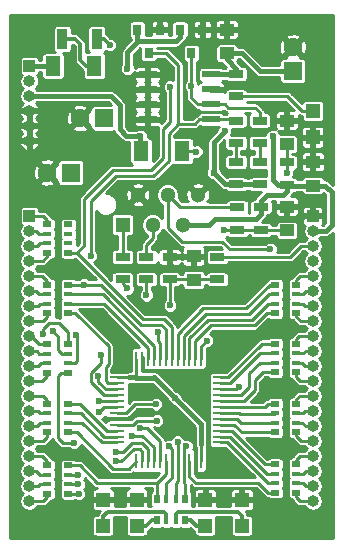
<source format=gbr>
G04 #@! TF.FileFunction,Copper,L1,Top,Signal*
%FSLAX46Y46*%
G04 Gerber Fmt 4.6, Leading zero omitted, Abs format (unit mm)*
G04 Created by KiCad (PCBNEW 4.0.7) date 07/20/18 15:04:26*
%MOMM*%
%LPD*%
G01*
G04 APERTURE LIST*
%ADD10C,0.100000*%
%ADD11C,0.800000*%
%ADD12R,1.250000X1.000000*%
%ADD13R,1.300000X1.700000*%
%ADD14R,0.800000X0.900000*%
%ADD15C,1.300000*%
%ADD16R,1.300000X1.300000*%
%ADD17R,1.300000X0.700000*%
%ADD18R,0.800000X0.500000*%
%ADD19R,0.800000X0.400000*%
%ADD20R,1.550000X0.600000*%
%ADD21R,1.300000X0.250000*%
%ADD22R,0.250000X1.300000*%
%ADD23R,1.000000X1.000000*%
%ADD24O,1.000000X1.000000*%
%ADD25R,1.200000X1.200000*%
%ADD26R,0.500000X0.800000*%
%ADD27R,0.400000X0.800000*%
%ADD28R,0.900000X1.700000*%
%ADD29R,1.600000X1.600000*%
%ADD30C,1.600000*%
%ADD31C,0.600000*%
%ADD32C,0.400000*%
%ADD33C,0.250000*%
%ADD34C,0.258000*%
%ADD35C,0.300000*%
%ADD36C,0.254000*%
G04 APERTURE END LIST*
D10*
D11*
X113700000Y-125900000D03*
X103200000Y-123400000D03*
X116100000Y-103200000D03*
X100800000Y-101900000D03*
X102500000Y-108700000D03*
X99400000Y-113200000D03*
X118600000Y-140300000D03*
X99700000Y-140300000D03*
X114800000Y-136000000D03*
X109500000Y-132100000D03*
X111000000Y-128000000D03*
D12*
X121000000Y-111800000D03*
X121000000Y-109800000D03*
X110900000Y-119800000D03*
X110900000Y-117800000D03*
X118800000Y-115600000D03*
X118800000Y-113600000D03*
X113700000Y-100600000D03*
X113700000Y-98600000D03*
X118800000Y-108300000D03*
X118800000Y-106300000D03*
D13*
X106450000Y-108900000D03*
X109950000Y-108900000D03*
D14*
X111650000Y-98600000D03*
X109750000Y-98600000D03*
X110700000Y-100600000D03*
X108050000Y-98600000D03*
X106150000Y-98600000D03*
X107100000Y-100600000D03*
D15*
X106169583Y-112587593D03*
D16*
X104899583Y-115127593D03*
D15*
X107439583Y-115127593D03*
X108709583Y-112587593D03*
X109979583Y-115127593D03*
X111249583Y-112587593D03*
D17*
X116500000Y-109800000D03*
X116500000Y-111700000D03*
X114500000Y-109800000D03*
X114500000Y-111700000D03*
X112900000Y-119750000D03*
X112900000Y-117850000D03*
X114500000Y-108200000D03*
X114500000Y-106300000D03*
X108900000Y-117850000D03*
X108900000Y-119750000D03*
X116500000Y-108200000D03*
X116500000Y-106300000D03*
X104900000Y-117850000D03*
X104900000Y-119750000D03*
X106900000Y-117850000D03*
X106900000Y-119750000D03*
X114600000Y-113650000D03*
X114600000Y-115550000D03*
X116600000Y-115550000D03*
X116600000Y-113650000D03*
X118800000Y-111750000D03*
X118800000Y-109850000D03*
D18*
X100300000Y-122600000D03*
D19*
X100300000Y-121000000D03*
X100300000Y-121800000D03*
D18*
X100300000Y-120200000D03*
D19*
X98500000Y-121800000D03*
D18*
X98500000Y-122600000D03*
D19*
X98500000Y-121000000D03*
D18*
X98500000Y-120200000D03*
X100300000Y-127650000D03*
D19*
X100300000Y-126050000D03*
X100300000Y-126850000D03*
D18*
X100300000Y-125250000D03*
D19*
X98500000Y-126850000D03*
D18*
X98500000Y-127650000D03*
D19*
X98500000Y-126050000D03*
D18*
X98500000Y-125250000D03*
X100300000Y-132700000D03*
D19*
X100300000Y-131100000D03*
X100300000Y-131900000D03*
D18*
X100300000Y-130300000D03*
D19*
X98500000Y-131900000D03*
D18*
X98500000Y-132700000D03*
D19*
X98500000Y-131100000D03*
D18*
X98500000Y-130300000D03*
X100300000Y-137900000D03*
D19*
X100300000Y-136300000D03*
X100300000Y-137100000D03*
D18*
X100300000Y-135500000D03*
D19*
X98500000Y-137100000D03*
D18*
X98500000Y-137900000D03*
D19*
X98500000Y-136300000D03*
D18*
X98500000Y-135500000D03*
X117800000Y-135400000D03*
D19*
X117800000Y-137000000D03*
X117800000Y-136200000D03*
D18*
X117800000Y-137800000D03*
D19*
X119600000Y-136200000D03*
D18*
X119600000Y-135400000D03*
D19*
X119600000Y-137000000D03*
D18*
X119600000Y-137800000D03*
X117800000Y-130300000D03*
D19*
X117800000Y-131900000D03*
X117800000Y-131100000D03*
D18*
X117800000Y-132700000D03*
D19*
X119600000Y-131100000D03*
D18*
X119600000Y-130300000D03*
D19*
X119600000Y-131900000D03*
D18*
X119600000Y-132700000D03*
D20*
X107000000Y-102395000D03*
X107000000Y-103665000D03*
X107000000Y-104935000D03*
X107000000Y-106205000D03*
X112400000Y-106205000D03*
X112400000Y-104935000D03*
X112400000Y-103665000D03*
X112400000Y-102395000D03*
D21*
X104450000Y-128050000D03*
X104450000Y-128550000D03*
X104450000Y-129050000D03*
X104450000Y-129550000D03*
X104450000Y-130050000D03*
X104450000Y-130550000D03*
X104450000Y-131050000D03*
X104450000Y-131550000D03*
X104450000Y-132050000D03*
X104450000Y-132550000D03*
X104450000Y-133050000D03*
X104450000Y-133550000D03*
D22*
X106050000Y-135150000D03*
X106550000Y-135150000D03*
X107050000Y-135150000D03*
X107550000Y-135150000D03*
X108050000Y-135150000D03*
X108550000Y-135150000D03*
X109050000Y-135150000D03*
X109550000Y-135150000D03*
X110050000Y-135150000D03*
X110550000Y-135150000D03*
X111050000Y-135150000D03*
X111550000Y-135150000D03*
D21*
X113150000Y-133550000D03*
X113150000Y-133050000D03*
X113150000Y-132550000D03*
X113150000Y-132050000D03*
X113150000Y-131550000D03*
X113150000Y-131050000D03*
X113150000Y-130550000D03*
X113150000Y-130050000D03*
X113150000Y-129550000D03*
X113150000Y-129050000D03*
X113150000Y-128550000D03*
X113150000Y-128050000D03*
D22*
X111550000Y-126450000D03*
X111050000Y-126450000D03*
X110550000Y-126450000D03*
X110050000Y-126450000D03*
X109550000Y-126450000D03*
X109050000Y-126450000D03*
X108550000Y-126450000D03*
X108050000Y-126450000D03*
X107550000Y-126450000D03*
X107050000Y-126450000D03*
X106550000Y-126450000D03*
X106050000Y-126450000D03*
D23*
X97000000Y-101680000D03*
D24*
X97000000Y-102950000D03*
X97000000Y-104220000D03*
X97000000Y-105490000D03*
X97000000Y-106760000D03*
X97000000Y-108030000D03*
D23*
X97000000Y-114380000D03*
D24*
X97000000Y-115650000D03*
X97000000Y-116920000D03*
X97000000Y-118190000D03*
X97000000Y-119460000D03*
X97000000Y-120730000D03*
X97000000Y-122000000D03*
X97000000Y-123270000D03*
X97000000Y-124540000D03*
X97000000Y-125810000D03*
X97000000Y-127080000D03*
X97000000Y-128350000D03*
X97000000Y-129620000D03*
X97000000Y-130890000D03*
X97000000Y-132160000D03*
X97000000Y-133430000D03*
X97000000Y-134700000D03*
X97000000Y-135970000D03*
X97000000Y-137240000D03*
X97000000Y-138510000D03*
D23*
X121000000Y-114380000D03*
D24*
X121000000Y-115650000D03*
X121000000Y-116920000D03*
X121000000Y-118190000D03*
X121000000Y-119460000D03*
X121000000Y-120730000D03*
X121000000Y-122000000D03*
X121000000Y-123270000D03*
X121000000Y-124540000D03*
X121000000Y-125810000D03*
X121000000Y-127080000D03*
X121000000Y-128350000D03*
X121000000Y-129620000D03*
X121000000Y-130890000D03*
X121000000Y-132160000D03*
X121000000Y-133430000D03*
X121000000Y-134700000D03*
X121000000Y-135970000D03*
X121000000Y-137240000D03*
X121000000Y-138510000D03*
D18*
X100300000Y-117500000D03*
D19*
X100300000Y-115900000D03*
X100300000Y-116700000D03*
D18*
X100300000Y-115100000D03*
D19*
X98500000Y-116700000D03*
D18*
X98500000Y-117500000D03*
D19*
X98500000Y-115900000D03*
D18*
X98500000Y-115100000D03*
X117800000Y-120200000D03*
D19*
X117800000Y-121800000D03*
X117800000Y-121000000D03*
D18*
X117800000Y-122600000D03*
D19*
X119600000Y-121000000D03*
D18*
X119600000Y-120200000D03*
D19*
X119600000Y-121800000D03*
D18*
X119600000Y-122600000D03*
X117800000Y-125200000D03*
D19*
X117800000Y-126800000D03*
X117800000Y-126000000D03*
D18*
X117800000Y-127600000D03*
D19*
X119600000Y-126000000D03*
D18*
X119600000Y-125200000D03*
D19*
X119600000Y-126800000D03*
D18*
X119600000Y-127600000D03*
D25*
X103250000Y-140600000D03*
X103250000Y-138400000D03*
X106100000Y-140600000D03*
X106100000Y-138400000D03*
X111900000Y-140600000D03*
X111900000Y-138400000D03*
X115000000Y-140600000D03*
X115000000Y-138400000D03*
D26*
X110200000Y-138350000D03*
D27*
X108600000Y-138350000D03*
X109400000Y-138350000D03*
D26*
X107800000Y-138350000D03*
D27*
X109400000Y-140150000D03*
D26*
X110200000Y-140150000D03*
D27*
X108600000Y-140150000D03*
D26*
X107800000Y-140150000D03*
D28*
X99800000Y-99400000D03*
X102700000Y-99400000D03*
D29*
X103300000Y-106100000D03*
D30*
X101300000Y-106100000D03*
D29*
X100500000Y-110700000D03*
D30*
X98500000Y-110700000D03*
D29*
X119300000Y-102100000D03*
D30*
X119300000Y-100100000D03*
D25*
X121000000Y-105500000D03*
X121000000Y-107700000D03*
D17*
X114500000Y-102350000D03*
X114500000Y-104250000D03*
D11*
X110200000Y-122200000D03*
D13*
X102500000Y-101700000D03*
X99000000Y-101700000D03*
D31*
X107876538Y-124193793D03*
X108901432Y-121951815D03*
X111117438Y-108930764D03*
X107724871Y-130311388D03*
X113500000Y-115600000D03*
X102893187Y-130046522D03*
X102897830Y-131005321D03*
X105300000Y-101900000D03*
X113537659Y-107213003D03*
X112600000Y-110700000D03*
X118800000Y-110700000D03*
X107779587Y-131713467D03*
X102841316Y-127909911D03*
X103035764Y-126160408D03*
X114735347Y-128817524D03*
X105300000Y-120500000D03*
X106898112Y-121088419D03*
X111998808Y-124931008D03*
X101141068Y-136304764D03*
X108818896Y-133864347D03*
X98154333Y-124340997D03*
X104341796Y-135148730D03*
X101155036Y-137100798D03*
X109550000Y-133500000D03*
X101162874Y-137907197D03*
X110281128Y-133859929D03*
X117603657Y-107604603D03*
X109329914Y-129800000D03*
X106400000Y-107600000D03*
X110709406Y-103398955D03*
X108905011Y-103435779D03*
X102207095Y-117742799D03*
X101600000Y-120200000D03*
X117400000Y-117200000D03*
X105700406Y-132971919D03*
X100926447Y-124429539D03*
X106391187Y-132342693D03*
X100777381Y-133590558D03*
X98964882Y-124148627D03*
X104357891Y-134331239D03*
X103800000Y-99900000D03*
D32*
X97000000Y-101680000D02*
X98980000Y-101680000D01*
X98980000Y-101680000D02*
X99000000Y-101700000D01*
D33*
X107876538Y-124193793D02*
X107876538Y-124959082D01*
X107876538Y-124959082D02*
X108050000Y-125132544D01*
X108050000Y-125132544D02*
X108050000Y-126450000D01*
X108900000Y-119750000D02*
X108900000Y-121950383D01*
X108900000Y-121950383D02*
X108901432Y-121951815D01*
X112900000Y-119750000D02*
X110950000Y-119750000D01*
X110950000Y-119750000D02*
X110900000Y-119800000D01*
X108900000Y-119750000D02*
X110850000Y-119750000D01*
X110850000Y-119750000D02*
X110900000Y-119800000D01*
X111117438Y-108930764D02*
X111086674Y-108900000D01*
X111086674Y-108900000D02*
X109950000Y-108900000D01*
X107724871Y-130311388D02*
X105946625Y-130311388D01*
X105208013Y-131050000D02*
X104450000Y-131050000D01*
X105946625Y-130311388D02*
X105208013Y-131050000D01*
X114600000Y-115550000D02*
X113550000Y-115550000D01*
X113550000Y-115550000D02*
X113500000Y-115600000D01*
X116600000Y-115550000D02*
X114600000Y-115550000D01*
X118800000Y-115600000D02*
X116650000Y-115600000D01*
X116650000Y-115600000D02*
X116600000Y-115550000D01*
X102893187Y-130046522D02*
X102896665Y-130050000D01*
X102896665Y-130050000D02*
X104450000Y-130050000D01*
X102897830Y-131005321D02*
X103353151Y-130550000D01*
X103353151Y-130550000D02*
X104450000Y-130550000D01*
D32*
X106200000Y-99600000D02*
X105300000Y-100500000D01*
X105300000Y-100500000D02*
X105300000Y-101900000D01*
X113537659Y-107213003D02*
X112600000Y-108150662D01*
X112600000Y-108150662D02*
X112600000Y-110700000D01*
X114500000Y-111700000D02*
X113600000Y-111700000D01*
X113600000Y-111700000D02*
X112600000Y-110700000D01*
X114500000Y-111700000D02*
X116500000Y-111700000D01*
X106200000Y-99600000D02*
X106150000Y-99550000D01*
X106150000Y-99550000D02*
X106150000Y-98600000D01*
X109400000Y-99600000D02*
X106200000Y-99600000D01*
X109750000Y-99250000D02*
X109400000Y-99600000D01*
X109750000Y-98600000D02*
X109750000Y-99250000D01*
D33*
X118800000Y-110700000D02*
X118800000Y-109850000D01*
X107779587Y-131713467D02*
X107772748Y-131706628D01*
X107772748Y-131706628D02*
X106131289Y-131706628D01*
X106131289Y-131706628D02*
X105787917Y-132050000D01*
X105787917Y-132050000D02*
X104450000Y-132050000D01*
X118800000Y-108300000D02*
X118800000Y-109850000D01*
X102841316Y-128406781D02*
X103484535Y-129050000D01*
X102841316Y-127909911D02*
X102841316Y-128406781D01*
X103484535Y-129050000D02*
X104450000Y-129050000D01*
X103035764Y-126160408D02*
X103035764Y-126814724D01*
X103035764Y-126814724D02*
X102196822Y-127653666D01*
X102196822Y-127653666D02*
X102196822Y-128464669D01*
X102196822Y-128464669D02*
X103282153Y-129550000D01*
X103282153Y-129550000D02*
X104450000Y-129550000D01*
X104899583Y-115127593D02*
X104899583Y-117849583D01*
X104899583Y-117849583D02*
X104900000Y-117850000D01*
X107439583Y-116260417D02*
X106900000Y-116800000D01*
X106900000Y-116800000D02*
X106900000Y-117850000D01*
X107439583Y-115127593D02*
X107439583Y-116260417D01*
X116500000Y-108200000D02*
X116500000Y-109800000D01*
X114500000Y-108200000D02*
X114500000Y-109800000D01*
X119050000Y-117850000D02*
X119980000Y-116920000D01*
X119980000Y-116920000D02*
X121000000Y-116920000D01*
X112900000Y-117850000D02*
X119050000Y-117850000D01*
X114735347Y-128817524D02*
X114502871Y-129050000D01*
X114502871Y-129050000D02*
X113150000Y-129050000D01*
X104900000Y-119750000D02*
X104900000Y-120100000D01*
X104900000Y-120100000D02*
X105300000Y-120500000D01*
X106900000Y-121086531D02*
X106898112Y-121088419D01*
X106900000Y-119750000D02*
X106900000Y-121086531D01*
X111998808Y-124931008D02*
X111550000Y-125379816D01*
X111550000Y-125379816D02*
X111550000Y-126450000D01*
X110050000Y-126450000D02*
X110050000Y-124550000D01*
X117290552Y-121000000D02*
X117800000Y-121000000D01*
X110050000Y-124550000D02*
X111920134Y-122679866D01*
X111920134Y-122679866D02*
X115610686Y-122679866D01*
X115610686Y-122679866D02*
X117290552Y-121000000D01*
X109550000Y-126450000D02*
X109550000Y-124350000D01*
X109550000Y-124350000D02*
X111711984Y-122188016D01*
X111711984Y-122188016D02*
X115346084Y-122188016D01*
X115346084Y-122188016D02*
X117334100Y-120200000D01*
X117334100Y-120200000D02*
X117800000Y-120200000D01*
X108550000Y-135150000D02*
X108550000Y-136218867D01*
X108550000Y-136218867D02*
X107800000Y-136968867D01*
X100306083Y-135495576D02*
X101268932Y-135495576D01*
X101268932Y-135495576D02*
X102742223Y-136968867D01*
X102742223Y-136968867D02*
X107800000Y-136968867D01*
X107800000Y-136968867D02*
X107800000Y-138350000D01*
X100314506Y-136304764D02*
X101141068Y-136304764D01*
X108818896Y-133864347D02*
X109050000Y-134095451D01*
X109050000Y-134095451D02*
X109050000Y-135150000D01*
X109050000Y-136550000D02*
X108600000Y-137000000D01*
X108600000Y-137000000D02*
X108600000Y-138350000D01*
X109050000Y-135150000D02*
X109050000Y-136550000D01*
X100300000Y-130300000D02*
X101280778Y-130300000D01*
X101280778Y-130300000D02*
X103530778Y-132550000D01*
X103530778Y-132550000D02*
X104450000Y-132550000D01*
X100300000Y-131900000D02*
X101483705Y-131900000D01*
X101483705Y-131900000D02*
X103133705Y-133550000D01*
X103133705Y-133550000D02*
X104450000Y-133550000D01*
X100300000Y-131100000D02*
X101378250Y-131100000D01*
X101378250Y-131100000D02*
X103328250Y-133050000D01*
X103328250Y-133050000D02*
X104450000Y-133050000D01*
X100300000Y-132700000D02*
X101006382Y-132700000D01*
X101006382Y-132700000D02*
X104095905Y-135789523D01*
X104095905Y-135789523D02*
X105410477Y-135789523D01*
X105410477Y-135789523D02*
X106050000Y-135150000D01*
X98154333Y-124340997D02*
X98154333Y-123959915D01*
X100300000Y-124202760D02*
X100300000Y-124872905D01*
X98154333Y-123959915D02*
X98699347Y-123414901D01*
X98699347Y-123414901D02*
X99512141Y-123414901D01*
X99512141Y-123414901D02*
X100300000Y-124202760D01*
X100300000Y-124872905D02*
X100300000Y-125250000D01*
X104341796Y-135148730D02*
X104793820Y-135148730D01*
X104793820Y-135148730D02*
X105822897Y-134119653D01*
X106342245Y-134119653D02*
X106550000Y-134327408D01*
X105822897Y-134119653D02*
X106342245Y-134119653D01*
X106550000Y-134327408D02*
X106550000Y-135150000D01*
X100300000Y-137100000D02*
X101154238Y-137100000D01*
X101154238Y-137100000D02*
X101155036Y-137100798D01*
X109550000Y-133500000D02*
X109550000Y-135150000D01*
X109550000Y-136850000D02*
X109400000Y-137000000D01*
X109400000Y-137000000D02*
X109400000Y-138350000D01*
X109550000Y-135150000D02*
X109550000Y-136850000D01*
X100300000Y-121000000D02*
X103200000Y-121000000D01*
X103200000Y-121000000D02*
X107550000Y-125350000D01*
X107550000Y-125350000D02*
X107550000Y-126450000D01*
X104450000Y-128550000D02*
X103650000Y-128550000D01*
X103700000Y-126942517D02*
X103700000Y-125402236D01*
X103650000Y-128550000D02*
X103470280Y-128370280D01*
X103470280Y-128370280D02*
X103470280Y-127172237D01*
X103470280Y-127172237D02*
X103700000Y-126942517D01*
X103700000Y-125402236D02*
X100897764Y-122600000D01*
X100897764Y-122600000D02*
X100300000Y-122600000D01*
X100300000Y-121800000D02*
X103300000Y-121800000D01*
X103300000Y-121800000D02*
X107050000Y-125550000D01*
X107050000Y-125550000D02*
X107050000Y-126450000D01*
X101162874Y-137907197D02*
X100307197Y-137907197D01*
X100307197Y-137907197D02*
X100300000Y-137900000D01*
X110281128Y-133859929D02*
X110050000Y-134091057D01*
X110050000Y-134091057D02*
X110050000Y-135150000D01*
X110050000Y-136950000D02*
X110200000Y-137100000D01*
X110200000Y-137100000D02*
X110200000Y-138350000D01*
X110050000Y-135150000D02*
X110050000Y-136950000D01*
X110550000Y-135150000D02*
X110550000Y-136447884D01*
X110550000Y-136447884D02*
X111064748Y-136962632D01*
X111064748Y-136962632D02*
X116353347Y-136962632D01*
X116353347Y-136962632D02*
X117190715Y-137800000D01*
X117190715Y-137800000D02*
X117800000Y-137800000D01*
X114350000Y-132050000D02*
X115000000Y-132700000D01*
X115000000Y-132700000D02*
X117800000Y-132700000D01*
X113150000Y-132050000D02*
X114350000Y-132050000D01*
X113150000Y-132550000D02*
X114131314Y-132550000D01*
X114131314Y-132550000D02*
X116981314Y-135400000D01*
X116981314Y-135400000D02*
X117800000Y-135400000D01*
X113150000Y-131550000D02*
X114558331Y-131550000D01*
X114558331Y-131550000D02*
X114908331Y-131900000D01*
X114908331Y-131900000D02*
X117800000Y-131900000D01*
X111050000Y-126450000D02*
X111050000Y-124950000D01*
X111050000Y-124950000D02*
X112372867Y-123627133D01*
X112372867Y-123627133D02*
X116072867Y-123627133D01*
X116072867Y-123627133D02*
X117100000Y-122600000D01*
X117100000Y-122600000D02*
X117800000Y-122600000D01*
X110550000Y-126450000D02*
X110550000Y-124750000D01*
X110550000Y-124750000D02*
X112119175Y-123180825D01*
X117219664Y-121800000D02*
X117800000Y-121800000D01*
X112119175Y-123180825D02*
X115838839Y-123180825D01*
X115838839Y-123180825D02*
X117219664Y-121800000D01*
D32*
X106400000Y-107600000D02*
X105210710Y-107600000D01*
X105210710Y-107600000D02*
X104642048Y-107031338D01*
X104642048Y-107031338D02*
X104642048Y-104977715D01*
X98380000Y-104220000D02*
X97000000Y-104220000D01*
X104642048Y-104977715D02*
X103884333Y-104220000D01*
X103884333Y-104220000D02*
X98380000Y-104220000D01*
X117600000Y-107608260D02*
X117600000Y-111300000D01*
X117600000Y-111300000D02*
X118050000Y-111750000D01*
X117603657Y-107604603D02*
X117600000Y-107608260D01*
X118050000Y-111750000D02*
X118800000Y-111750000D01*
X110016659Y-115127593D02*
X109979583Y-115127593D01*
X111550000Y-133650000D02*
X111550000Y-132020086D01*
X111550000Y-132020086D02*
X109329914Y-129800000D01*
X106047830Y-128064453D02*
X107565461Y-128064453D01*
X107565461Y-128064453D02*
X107579914Y-128050000D01*
X109329914Y-129800000D02*
X107579914Y-128050000D01*
X105450000Y-128050000D02*
X106033377Y-128050000D01*
X106033377Y-128050000D02*
X106047830Y-128064453D01*
D33*
X105450000Y-128050000D02*
X104450000Y-128050000D01*
D32*
X106400000Y-107600000D02*
X106400000Y-108850000D01*
X106400000Y-108850000D02*
X106450000Y-108900000D01*
D33*
X106047830Y-128064453D02*
X106047830Y-127452170D01*
D34*
X106047830Y-127452170D02*
X106050000Y-127450000D01*
D33*
X111550000Y-135150000D02*
X111550000Y-133650000D01*
X106050000Y-127450000D02*
X106050000Y-126450000D01*
D32*
X109979583Y-115127593D02*
X112234197Y-115127593D01*
X112234197Y-115127593D02*
X112748609Y-114613181D01*
X112748609Y-114613181D02*
X116215476Y-114613181D01*
X116215476Y-114613181D02*
X116600000Y-114228657D01*
X116600000Y-114228657D02*
X116600000Y-113650000D01*
X121000000Y-111800000D02*
X122004815Y-111800000D01*
X122584732Y-115138802D02*
X122073534Y-115650000D01*
X122004815Y-111800000D02*
X122584732Y-112379917D01*
X122584732Y-112379917D02*
X122584732Y-115138802D01*
X122073534Y-115650000D02*
X121000000Y-115650000D01*
X118500000Y-112600000D02*
X118800000Y-112300000D01*
X118800000Y-112300000D02*
X118800000Y-111750000D01*
X117100000Y-112600000D02*
X118500000Y-112600000D01*
X116600000Y-113100000D02*
X117100000Y-112600000D01*
X116600000Y-113650000D02*
X116600000Y-113100000D01*
X121000000Y-111800000D02*
X118850000Y-111800000D01*
X118850000Y-111800000D02*
X118800000Y-111750000D01*
X116500000Y-102100000D02*
X115000000Y-100600000D01*
X115000000Y-100600000D02*
X113700000Y-100600000D01*
X119300000Y-102100000D02*
X116500000Y-102100000D01*
X113700000Y-100600000D02*
X113700000Y-101111687D01*
X113700000Y-101111687D02*
X114500000Y-101911687D01*
X114500000Y-101911687D02*
X114500000Y-102350000D01*
X112400000Y-102395000D02*
X114455000Y-102395000D01*
X114455000Y-102395000D02*
X114500000Y-102350000D01*
D35*
X103250000Y-140600000D02*
X103250000Y-139785840D01*
X103250000Y-139785840D02*
X103635840Y-139400000D01*
X103635840Y-139400000D02*
X108400000Y-139400000D01*
X108400000Y-139400000D02*
X108600000Y-139600000D01*
X108600000Y-139600000D02*
X108600000Y-140150000D01*
D33*
X101017014Y-117500000D02*
X106629034Y-123112020D01*
X109050000Y-124150000D02*
X109050000Y-126450000D01*
X106629034Y-123112020D02*
X108421683Y-123112020D01*
X108421683Y-123112020D02*
X109050000Y-123740337D01*
X109050000Y-123740337D02*
X109050000Y-124150000D01*
X110709406Y-103398955D02*
X110709406Y-104409406D01*
X111235000Y-104935000D02*
X112400000Y-104935000D01*
X110700000Y-100600000D02*
X110700000Y-103389549D01*
X110709406Y-104409406D02*
X111235000Y-104935000D01*
X110700000Y-103389549D02*
X110709406Y-103398955D01*
X104091955Y-110492593D02*
X101649282Y-112935266D01*
X108905011Y-103435779D02*
X108905011Y-106394989D01*
X108905011Y-106394989D02*
X108300000Y-107000000D01*
X108300000Y-107000000D02*
X108300000Y-109503129D01*
X108300000Y-109503129D02*
X107310536Y-110492593D01*
X101649282Y-116850718D02*
X101017014Y-117482986D01*
X107310536Y-110492593D02*
X104091955Y-110492593D01*
X101649282Y-112935266D02*
X101649282Y-116850718D01*
X101017014Y-117482986D02*
X101017014Y-117500000D01*
X101017014Y-117500000D02*
X100300000Y-117500000D01*
X116100000Y-105200000D02*
X116500000Y-105600000D01*
X116500000Y-105600000D02*
X116500000Y-106300000D01*
X113800000Y-105200000D02*
X116100000Y-105200000D01*
X113535000Y-104935000D02*
X113800000Y-105200000D01*
X112400000Y-104935000D02*
X113535000Y-104935000D01*
X101600000Y-120200000D02*
X103059115Y-120200000D01*
X108137035Y-123567727D02*
X108550000Y-123980692D01*
X103059115Y-120200000D02*
X106426842Y-123567727D01*
X106426842Y-123567727D02*
X108137035Y-123567727D01*
X108550000Y-123980692D02*
X108550000Y-126450000D01*
X102207095Y-117742799D02*
X102200000Y-117735704D01*
X102200000Y-117735704D02*
X102200000Y-113100000D01*
X102200000Y-113100000D02*
X104300000Y-111000000D01*
X108800000Y-109700000D02*
X108800000Y-107400000D01*
X104300000Y-111000000D02*
X107500000Y-111000000D01*
X107500000Y-111000000D02*
X108800000Y-109700000D01*
X108800000Y-107400000D02*
X109600000Y-106600000D01*
X112400000Y-106205000D02*
X111386282Y-106205000D01*
X111386282Y-106205000D02*
X110991282Y-106600000D01*
X110991282Y-106600000D02*
X109600000Y-106600000D01*
X107100000Y-100600000D02*
X108600000Y-100600000D01*
X108600000Y-100600000D02*
X109600000Y-101600000D01*
X109600000Y-101600000D02*
X109600000Y-106600000D01*
X101600000Y-120200000D02*
X100300000Y-120200000D01*
X112400000Y-106205000D02*
X114405000Y-106205000D01*
X114405000Y-106205000D02*
X114500000Y-106300000D01*
X117400000Y-117200000D02*
X113958239Y-117200000D01*
X113958239Y-117200000D02*
X113309004Y-116550765D01*
X113309004Y-116550765D02*
X109890898Y-116550765D01*
X109890898Y-116550765D02*
X108709583Y-115369450D01*
X108709583Y-115369450D02*
X108709583Y-112587593D01*
X112100000Y-113600000D02*
X109721990Y-113600000D01*
X109721990Y-113600000D02*
X108709583Y-112587593D01*
X112150000Y-113650000D02*
X112100000Y-113600000D01*
X114600000Y-113650000D02*
X112150000Y-113650000D01*
X98060000Y-119460000D02*
X98500000Y-119900000D01*
X98500000Y-119900000D02*
X98500000Y-120200000D01*
X97000000Y-119460000D02*
X98060000Y-119460000D01*
X97530000Y-120730000D02*
X97800000Y-121000000D01*
X97800000Y-121000000D02*
X98500000Y-121000000D01*
X97000000Y-120730000D02*
X97530000Y-120730000D01*
X97700000Y-122000000D02*
X97900000Y-121800000D01*
X97900000Y-121800000D02*
X98500000Y-121800000D01*
X97000000Y-122000000D02*
X97700000Y-122000000D01*
X98130000Y-123270000D02*
X98500000Y-122900000D01*
X98500000Y-122900000D02*
X98500000Y-122600000D01*
X97000000Y-123270000D02*
X98130000Y-123270000D01*
X97000000Y-124540000D02*
X97111268Y-124540000D01*
X97111268Y-124540000D02*
X97821268Y-125250000D01*
X97821268Y-125250000D02*
X98500000Y-125250000D01*
X97610000Y-125810000D02*
X97850000Y-126050000D01*
X97850000Y-126050000D02*
X98500000Y-126050000D01*
X97000000Y-125810000D02*
X97610000Y-125810000D01*
X97720000Y-127080000D02*
X97950000Y-126850000D01*
X97950000Y-126850000D02*
X98500000Y-126850000D01*
X97000000Y-127080000D02*
X97720000Y-127080000D01*
X98050000Y-128350000D02*
X98500000Y-127900000D01*
X98500000Y-127900000D02*
X98500000Y-127650000D01*
X97000000Y-128350000D02*
X98050000Y-128350000D01*
X98120000Y-129620000D02*
X98500000Y-130000000D01*
X98500000Y-130000000D02*
X98500000Y-130300000D01*
X97000000Y-129620000D02*
X98120000Y-129620000D01*
X97690000Y-130890000D02*
X97900000Y-131100000D01*
X97900000Y-131100000D02*
X98500000Y-131100000D01*
X97000000Y-130890000D02*
X97690000Y-130890000D01*
X97000000Y-132160000D02*
X97632660Y-132160000D01*
X97632660Y-132160000D02*
X97892660Y-131900000D01*
X97892660Y-131900000D02*
X98500000Y-131900000D01*
X98170000Y-133430000D02*
X98500000Y-133100000D01*
X98500000Y-133100000D02*
X98500000Y-132700000D01*
X97000000Y-133430000D02*
X98170000Y-133430000D01*
X98100000Y-134700000D02*
X98500000Y-135100000D01*
X98500000Y-135100000D02*
X98500000Y-135500000D01*
X97000000Y-134700000D02*
X98100000Y-134700000D01*
X97570000Y-135970000D02*
X97900000Y-136300000D01*
X97900000Y-136300000D02*
X98500000Y-136300000D01*
X97000000Y-135970000D02*
X97570000Y-135970000D01*
X97760000Y-137240000D02*
X97900000Y-137100000D01*
X97900000Y-137100000D02*
X98500000Y-137100000D01*
X97000000Y-137240000D02*
X97760000Y-137240000D01*
X98190000Y-138510000D02*
X98500000Y-138200000D01*
X98500000Y-138200000D02*
X98500000Y-137900000D01*
X97000000Y-138510000D02*
X98190000Y-138510000D01*
X119940000Y-119460000D02*
X119600000Y-119800000D01*
X119600000Y-119800000D02*
X119600000Y-120200000D01*
X121000000Y-119460000D02*
X119940000Y-119460000D01*
X121000000Y-120730000D02*
X120434841Y-120730000D01*
X120434841Y-120730000D02*
X120164841Y-121000000D01*
X120164841Y-121000000D02*
X119600000Y-121000000D01*
X121000000Y-122000000D02*
X120342622Y-122000000D01*
X120342622Y-122000000D02*
X120142622Y-121800000D01*
X120142622Y-121800000D02*
X119600000Y-121800000D01*
X119970000Y-123270000D02*
X119600000Y-122900000D01*
X119600000Y-122900000D02*
X119600000Y-122600000D01*
X121000000Y-123270000D02*
X119970000Y-123270000D01*
X119860000Y-124540000D02*
X119600000Y-124800000D01*
X119600000Y-124800000D02*
X119600000Y-125200000D01*
X121000000Y-124540000D02*
X119860000Y-124540000D01*
X121000000Y-125810000D02*
X120388008Y-125810000D01*
X120388008Y-125810000D02*
X120198008Y-126000000D01*
X120198008Y-126000000D02*
X119600000Y-126000000D01*
X121000000Y-127080000D02*
X120352650Y-127080000D01*
X120072650Y-126800000D02*
X119600000Y-126800000D01*
X120352650Y-127080000D02*
X120072650Y-126800000D01*
X119950000Y-128350000D02*
X119600000Y-128000000D01*
X119600000Y-128000000D02*
X119600000Y-127600000D01*
X121000000Y-128350000D02*
X119950000Y-128350000D01*
X119880000Y-129620000D02*
X119600000Y-129900000D01*
X119600000Y-129900000D02*
X119600000Y-130300000D01*
X121000000Y-129620000D02*
X119880000Y-129620000D01*
X121000000Y-130890000D02*
X120376140Y-130890000D01*
X120376140Y-130890000D02*
X120166140Y-131100000D01*
X120166140Y-131100000D02*
X119600000Y-131100000D01*
X121000000Y-132160000D02*
X120382718Y-132160000D01*
X120382718Y-132160000D02*
X120122718Y-131900000D01*
X120122718Y-131900000D02*
X119600000Y-131900000D01*
X120030000Y-133430000D02*
X119600000Y-133000000D01*
X119600000Y-133000000D02*
X119600000Y-132700000D01*
X121000000Y-133430000D02*
X120030000Y-133430000D01*
X119900000Y-134700000D02*
X119600000Y-135000000D01*
X119600000Y-135000000D02*
X119600000Y-135400000D01*
X121000000Y-134700000D02*
X119900000Y-134700000D01*
X120430000Y-135970000D02*
X120200000Y-136200000D01*
X120200000Y-136200000D02*
X119600000Y-136200000D01*
X121000000Y-135970000D02*
X120430000Y-135970000D01*
X120440000Y-137240000D02*
X120200000Y-137000000D01*
X120200000Y-137000000D02*
X119600000Y-137000000D01*
X121000000Y-137240000D02*
X120440000Y-137240000D01*
X119910000Y-138510000D02*
X119600000Y-138200000D01*
X119600000Y-138200000D02*
X119600000Y-137800000D01*
X121000000Y-138510000D02*
X119910000Y-138510000D01*
X113150000Y-133050000D02*
X113989716Y-133050000D01*
X113989716Y-133050000D02*
X117139716Y-136200000D01*
X117139716Y-136200000D02*
X117800000Y-136200000D01*
X113150000Y-133550000D02*
X113747296Y-133550000D01*
X113747296Y-133550000D02*
X117197296Y-137000000D01*
X117197296Y-137000000D02*
X117800000Y-137000000D01*
X113150000Y-128550000D02*
X114014640Y-128550000D01*
X114014640Y-128550000D02*
X116564640Y-126000000D01*
X116564640Y-126000000D02*
X117800000Y-126000000D01*
X113150000Y-130050000D02*
X115132473Y-130050000D01*
X116100000Y-128300000D02*
X116800000Y-127600000D01*
X115132473Y-130050000D02*
X116100000Y-129082473D01*
X116100000Y-129082473D02*
X116100000Y-128300000D01*
X116800000Y-127600000D02*
X117800000Y-127600000D01*
X113150000Y-129550000D02*
X114890110Y-129550000D01*
X114890110Y-129550000D02*
X115600000Y-128840110D01*
X115600000Y-128840110D02*
X115600000Y-127700000D01*
X115600000Y-127700000D02*
X116500000Y-126800000D01*
X116500000Y-126800000D02*
X117800000Y-126800000D01*
X117532325Y-126800000D02*
X117800000Y-126800000D01*
X113150000Y-130550000D02*
X116950047Y-130550000D01*
X116950047Y-130550000D02*
X117200047Y-130300000D01*
X117200047Y-130300000D02*
X117800000Y-130300000D01*
X113150000Y-131050000D02*
X114731170Y-131050000D01*
X114731170Y-131050000D02*
X114795315Y-131114145D01*
X114795315Y-131114145D02*
X117785855Y-131114145D01*
X117785855Y-131114145D02*
X117800000Y-131100000D01*
X107550000Y-133950000D02*
X107550000Y-135150000D01*
X105700406Y-132971919D02*
X106571919Y-132971919D01*
X106571919Y-132971919D02*
X107550000Y-133950000D01*
X100926447Y-124429539D02*
X101050926Y-124554018D01*
X101050926Y-124554018D02*
X101050926Y-126624906D01*
X101050926Y-126624906D02*
X100825832Y-126850000D01*
X100825832Y-126850000D02*
X100300000Y-126850000D01*
X106942693Y-132342693D02*
X108050000Y-133450000D01*
X106391187Y-132342693D02*
X106942693Y-132342693D01*
X108050000Y-133450000D02*
X108050000Y-135150000D01*
X100777381Y-133590558D02*
X99837808Y-133590558D01*
X99837808Y-133590558D02*
X99434377Y-133187127D01*
X99434377Y-133187127D02*
X99434377Y-127920060D01*
X99704437Y-127650000D02*
X100300000Y-127650000D01*
X99434377Y-127920060D02*
X99704437Y-127650000D01*
X98964882Y-124148627D02*
X99445968Y-124629713D01*
X99445968Y-125745968D02*
X99750000Y-126050000D01*
X99750000Y-126050000D02*
X100300000Y-126050000D01*
X99445968Y-124629713D02*
X99445968Y-125745968D01*
X104357891Y-134331239D02*
X104928465Y-134331239D01*
X104928465Y-134331239D02*
X105649781Y-133609923D01*
X105649781Y-133609923D02*
X106524978Y-133609923D01*
X106524978Y-133609923D02*
X107050000Y-134134945D01*
X107050000Y-134134945D02*
X107050000Y-135150000D01*
D35*
X106900000Y-140600000D02*
X107350000Y-140150000D01*
X107350000Y-140150000D02*
X107800000Y-140150000D01*
X106100000Y-140600000D02*
X106900000Y-140600000D01*
X110200000Y-140150000D02*
X110654976Y-140150000D01*
X111104976Y-140600000D02*
X111900000Y-140600000D01*
X110654976Y-140150000D02*
X111104976Y-140600000D01*
X115000000Y-140600000D02*
X115000000Y-139748692D01*
X115000000Y-139748692D02*
X114651308Y-139400000D01*
X114651308Y-139400000D02*
X109619577Y-139400000D01*
X109619577Y-139400000D02*
X109400000Y-139619577D01*
X109400000Y-139619577D02*
X109400000Y-140150000D01*
X102700000Y-99400000D02*
X103300000Y-99400000D01*
X103300000Y-99400000D02*
X103800000Y-99900000D01*
D33*
X113150000Y-128050000D02*
X113846369Y-128050000D01*
X113846369Y-128050000D02*
X116696369Y-125200000D01*
X116696369Y-125200000D02*
X117800000Y-125200000D01*
X98180000Y-114380000D02*
X98500000Y-114700000D01*
X98500000Y-114700000D02*
X98500000Y-115100000D01*
X97000000Y-114380000D02*
X98180000Y-114380000D01*
X97550000Y-115650000D02*
X97800000Y-115900000D01*
X97800000Y-115900000D02*
X98500000Y-115900000D01*
X97000000Y-115650000D02*
X97550000Y-115650000D01*
X97680000Y-116920000D02*
X97900000Y-116700000D01*
X97900000Y-116700000D02*
X98500000Y-116700000D01*
X97000000Y-116920000D02*
X97680000Y-116920000D01*
X98110000Y-118190000D02*
X98500000Y-117800000D01*
X98500000Y-117800000D02*
X98500000Y-117500000D01*
X97000000Y-118190000D02*
X98110000Y-118190000D01*
X118850000Y-104250000D02*
X120100000Y-105500000D01*
X120100000Y-105500000D02*
X121000000Y-105500000D01*
X114500000Y-104250000D02*
X118850000Y-104250000D01*
D35*
X101300000Y-99800000D02*
X100900000Y-99400000D01*
X100900000Y-99400000D02*
X99800000Y-99400000D01*
X101300000Y-101200000D02*
X101300000Y-99800000D01*
X101800000Y-101700000D02*
X101300000Y-101200000D01*
X102500000Y-101700000D02*
X101800000Y-101700000D01*
D36*
G36*
X122671000Y-111720894D02*
X122377460Y-111427355D01*
X122206490Y-111313115D01*
X122004815Y-111273000D01*
X121953326Y-111273000D01*
X121935605Y-111178821D01*
X121863988Y-111067526D01*
X121754714Y-110992862D01*
X121625000Y-110966594D01*
X120375000Y-110966594D01*
X120253821Y-110989395D01*
X120142526Y-111061012D01*
X120067862Y-111170286D01*
X120047062Y-111273000D01*
X119756859Y-111273000D01*
X119688988Y-111167526D01*
X119579714Y-111092862D01*
X119450000Y-111066594D01*
X119320253Y-111066594D01*
X119331235Y-111055631D01*
X119426891Y-110825265D01*
X119427109Y-110575829D01*
X119409580Y-110533406D01*
X119450000Y-110533406D01*
X119571179Y-110510605D01*
X119682474Y-110438988D01*
X119757138Y-110329714D01*
X119783406Y-110200000D01*
X119783406Y-110022250D01*
X119994000Y-110022250D01*
X119994000Y-110375786D01*
X120052004Y-110515820D01*
X120159181Y-110622996D01*
X120299215Y-110681000D01*
X120777750Y-110681000D01*
X120873000Y-110585750D01*
X120873000Y-109927000D01*
X121127000Y-109927000D01*
X121127000Y-110585750D01*
X121222250Y-110681000D01*
X121700785Y-110681000D01*
X121840819Y-110622996D01*
X121947996Y-110515820D01*
X122006000Y-110375786D01*
X122006000Y-110022250D01*
X121910750Y-109927000D01*
X121127000Y-109927000D01*
X120873000Y-109927000D01*
X120089250Y-109927000D01*
X119994000Y-110022250D01*
X119783406Y-110022250D01*
X119783406Y-109500000D01*
X119760605Y-109378821D01*
X119688988Y-109267526D01*
X119625600Y-109224214D01*
X119994000Y-109224214D01*
X119994000Y-109577750D01*
X120089250Y-109673000D01*
X120873000Y-109673000D01*
X120873000Y-109014250D01*
X121127000Y-109014250D01*
X121127000Y-109673000D01*
X121910750Y-109673000D01*
X122006000Y-109577750D01*
X122006000Y-109224214D01*
X121947996Y-109084180D01*
X121840819Y-108977004D01*
X121700785Y-108919000D01*
X121222250Y-108919000D01*
X121127000Y-109014250D01*
X120873000Y-109014250D01*
X120777750Y-108919000D01*
X120299215Y-108919000D01*
X120159181Y-108977004D01*
X120052004Y-109084180D01*
X119994000Y-109224214D01*
X119625600Y-109224214D01*
X119579714Y-109192862D01*
X119450000Y-109166594D01*
X119252000Y-109166594D01*
X119252000Y-109133406D01*
X119425000Y-109133406D01*
X119546179Y-109110605D01*
X119657474Y-109038988D01*
X119732138Y-108929714D01*
X119758406Y-108800000D01*
X119758406Y-107922250D01*
X120019000Y-107922250D01*
X120019000Y-108375786D01*
X120077004Y-108515820D01*
X120184181Y-108622996D01*
X120324215Y-108681000D01*
X120777750Y-108681000D01*
X120873000Y-108585750D01*
X120873000Y-107827000D01*
X121127000Y-107827000D01*
X121127000Y-108585750D01*
X121222250Y-108681000D01*
X121675785Y-108681000D01*
X121815819Y-108622996D01*
X121922996Y-108515820D01*
X121981000Y-108375786D01*
X121981000Y-107922250D01*
X121885750Y-107827000D01*
X121127000Y-107827000D01*
X120873000Y-107827000D01*
X120114250Y-107827000D01*
X120019000Y-107922250D01*
X119758406Y-107922250D01*
X119758406Y-107800000D01*
X119735605Y-107678821D01*
X119663988Y-107567526D01*
X119554714Y-107492862D01*
X119425000Y-107466594D01*
X118225048Y-107466594D01*
X118135512Y-107249900D01*
X118043832Y-107158059D01*
X118099215Y-107181000D01*
X118577750Y-107181000D01*
X118673000Y-107085750D01*
X118673000Y-106427000D01*
X118927000Y-106427000D01*
X118927000Y-107085750D01*
X119022250Y-107181000D01*
X119500785Y-107181000D01*
X119640819Y-107122996D01*
X119739601Y-107024214D01*
X120019000Y-107024214D01*
X120019000Y-107477750D01*
X120114250Y-107573000D01*
X120873000Y-107573000D01*
X120873000Y-106814250D01*
X121127000Y-106814250D01*
X121127000Y-107573000D01*
X121885750Y-107573000D01*
X121981000Y-107477750D01*
X121981000Y-107024214D01*
X121922996Y-106884180D01*
X121815819Y-106777004D01*
X121675785Y-106719000D01*
X121222250Y-106719000D01*
X121127000Y-106814250D01*
X120873000Y-106814250D01*
X120777750Y-106719000D01*
X120324215Y-106719000D01*
X120184181Y-106777004D01*
X120077004Y-106884180D01*
X120019000Y-107024214D01*
X119739601Y-107024214D01*
X119747996Y-107015820D01*
X119806000Y-106875786D01*
X119806000Y-106522250D01*
X119710750Y-106427000D01*
X118927000Y-106427000D01*
X118673000Y-106427000D01*
X117889250Y-106427000D01*
X117794000Y-106522250D01*
X117794000Y-106875786D01*
X117852004Y-107015820D01*
X117874235Y-107038051D01*
X117728922Y-106977712D01*
X117479486Y-106977494D01*
X117248954Y-107072748D01*
X117072422Y-107248972D01*
X116976766Y-107479338D01*
X116976733Y-107516594D01*
X115850000Y-107516594D01*
X115728821Y-107539395D01*
X115617526Y-107611012D01*
X115542862Y-107720286D01*
X115516594Y-107850000D01*
X115516594Y-108550000D01*
X115539395Y-108671179D01*
X115611012Y-108782474D01*
X115720286Y-108857138D01*
X115850000Y-108883406D01*
X116048000Y-108883406D01*
X116048000Y-109116594D01*
X115850000Y-109116594D01*
X115728821Y-109139395D01*
X115617526Y-109211012D01*
X115542862Y-109320286D01*
X115516594Y-109450000D01*
X115516594Y-110150000D01*
X115539395Y-110271179D01*
X115611012Y-110382474D01*
X115720286Y-110457138D01*
X115850000Y-110483406D01*
X117073000Y-110483406D01*
X117073000Y-111016594D01*
X115850000Y-111016594D01*
X115728821Y-111039395D01*
X115617526Y-111111012D01*
X115575171Y-111173000D01*
X115424685Y-111173000D01*
X115388988Y-111117526D01*
X115279714Y-111042862D01*
X115150000Y-111016594D01*
X113850000Y-111016594D01*
X113728821Y-111039395D01*
X113701966Y-111056676D01*
X113227104Y-110581814D01*
X113227109Y-110575829D01*
X113131855Y-110345297D01*
X113127000Y-110340434D01*
X113127000Y-108368952D01*
X113516594Y-107979358D01*
X113516594Y-108550000D01*
X113539395Y-108671179D01*
X113611012Y-108782474D01*
X113720286Y-108857138D01*
X113850000Y-108883406D01*
X114048000Y-108883406D01*
X114048000Y-109116594D01*
X113850000Y-109116594D01*
X113728821Y-109139395D01*
X113617526Y-109211012D01*
X113542862Y-109320286D01*
X113516594Y-109450000D01*
X113516594Y-110150000D01*
X113539395Y-110271179D01*
X113611012Y-110382474D01*
X113720286Y-110457138D01*
X113850000Y-110483406D01*
X115150000Y-110483406D01*
X115271179Y-110460605D01*
X115382474Y-110388988D01*
X115457138Y-110279714D01*
X115483406Y-110150000D01*
X115483406Y-109450000D01*
X115460605Y-109328821D01*
X115388988Y-109217526D01*
X115279714Y-109142862D01*
X115150000Y-109116594D01*
X114952000Y-109116594D01*
X114952000Y-108883406D01*
X115150000Y-108883406D01*
X115271179Y-108860605D01*
X115382474Y-108788988D01*
X115457138Y-108679714D01*
X115483406Y-108550000D01*
X115483406Y-107850000D01*
X115460605Y-107728821D01*
X115388988Y-107617526D01*
X115279714Y-107542862D01*
X115150000Y-107516594D01*
X114090503Y-107516594D01*
X114164550Y-107338268D01*
X114164768Y-107088832D01*
X114121207Y-106983406D01*
X115150000Y-106983406D01*
X115271179Y-106960605D01*
X115382474Y-106888988D01*
X115457138Y-106779714D01*
X115483406Y-106650000D01*
X115483406Y-105950000D01*
X115460605Y-105828821D01*
X115388988Y-105717526D01*
X115293088Y-105652000D01*
X115709232Y-105652000D01*
X115617526Y-105711012D01*
X115542862Y-105820286D01*
X115516594Y-105950000D01*
X115516594Y-106650000D01*
X115539395Y-106771179D01*
X115611012Y-106882474D01*
X115720286Y-106957138D01*
X115850000Y-106983406D01*
X117150000Y-106983406D01*
X117271179Y-106960605D01*
X117382474Y-106888988D01*
X117457138Y-106779714D01*
X117483406Y-106650000D01*
X117483406Y-105950000D01*
X117460605Y-105828821D01*
X117393292Y-105724214D01*
X117794000Y-105724214D01*
X117794000Y-106077750D01*
X117889250Y-106173000D01*
X118673000Y-106173000D01*
X118673000Y-105514250D01*
X118577750Y-105419000D01*
X118099215Y-105419000D01*
X117959181Y-105477004D01*
X117852004Y-105584180D01*
X117794000Y-105724214D01*
X117393292Y-105724214D01*
X117388988Y-105717526D01*
X117279714Y-105642862D01*
X117150000Y-105616594D01*
X116952000Y-105616594D01*
X116952000Y-105600000D01*
X116917594Y-105427027D01*
X116819612Y-105280387D01*
X116419612Y-104880388D01*
X116272973Y-104782406D01*
X116100000Y-104748000D01*
X115444644Y-104748000D01*
X115457138Y-104729714D01*
X115462750Y-104702000D01*
X118662776Y-104702000D01*
X119379776Y-105419000D01*
X119022250Y-105419000D01*
X118927000Y-105514250D01*
X118927000Y-106173000D01*
X119710750Y-106173000D01*
X119806000Y-106077750D01*
X119806000Y-105836726D01*
X119927027Y-105917594D01*
X120066594Y-105945355D01*
X120066594Y-106100000D01*
X120089395Y-106221179D01*
X120161012Y-106332474D01*
X120270286Y-106407138D01*
X120400000Y-106433406D01*
X121600000Y-106433406D01*
X121721179Y-106410605D01*
X121832474Y-106338988D01*
X121907138Y-106229714D01*
X121933406Y-106100000D01*
X121933406Y-104900000D01*
X121910605Y-104778821D01*
X121838988Y-104667526D01*
X121729714Y-104592862D01*
X121600000Y-104566594D01*
X120400000Y-104566594D01*
X120278821Y-104589395D01*
X120167526Y-104661012D01*
X120092862Y-104770286D01*
X120078825Y-104839601D01*
X119169612Y-103930388D01*
X119022973Y-103832406D01*
X118850000Y-103798000D01*
X115464214Y-103798000D01*
X115460605Y-103778821D01*
X115388988Y-103667526D01*
X115279714Y-103592862D01*
X115150000Y-103566594D01*
X113850000Y-103566594D01*
X113728821Y-103589395D01*
X113617526Y-103661012D01*
X113542862Y-103770286D01*
X113525377Y-103856627D01*
X113460750Y-103792000D01*
X112527000Y-103792000D01*
X112527000Y-103812000D01*
X112273000Y-103812000D01*
X112273000Y-103792000D01*
X112253000Y-103792000D01*
X112253000Y-103538000D01*
X112273000Y-103538000D01*
X112273000Y-103518000D01*
X112527000Y-103518000D01*
X112527000Y-103538000D01*
X113460750Y-103538000D01*
X113556000Y-103442750D01*
X113556000Y-103289215D01*
X113497996Y-103149181D01*
X113390820Y-103042004D01*
X113298829Y-103003900D01*
X113407474Y-102933988D01*
X113415665Y-102922000D01*
X113604272Y-102922000D01*
X113611012Y-102932474D01*
X113720286Y-103007138D01*
X113850000Y-103033406D01*
X115150000Y-103033406D01*
X115271179Y-103010605D01*
X115382474Y-102938988D01*
X115457138Y-102829714D01*
X115483406Y-102700000D01*
X115483406Y-102000000D01*
X115460605Y-101878821D01*
X115388988Y-101767526D01*
X115279714Y-101692862D01*
X115150000Y-101666594D01*
X114957874Y-101666594D01*
X114872645Y-101539042D01*
X114604202Y-101270599D01*
X114632138Y-101229714D01*
X114652938Y-101127000D01*
X114781710Y-101127000D01*
X116127354Y-102472645D01*
X116241594Y-102548978D01*
X116298326Y-102586885D01*
X116500000Y-102627000D01*
X118166594Y-102627000D01*
X118166594Y-102900000D01*
X118189395Y-103021179D01*
X118261012Y-103132474D01*
X118370286Y-103207138D01*
X118500000Y-103233406D01*
X120100000Y-103233406D01*
X120221179Y-103210605D01*
X120332474Y-103138988D01*
X120407138Y-103029714D01*
X120433406Y-102900000D01*
X120433406Y-101300000D01*
X120410605Y-101178821D01*
X120338988Y-101067526D01*
X120229714Y-100992862D01*
X120100000Y-100966594D01*
X119986989Y-100966594D01*
X119300000Y-100279605D01*
X118613011Y-100966594D01*
X118500000Y-100966594D01*
X118378821Y-100989395D01*
X118267526Y-101061012D01*
X118192862Y-101170286D01*
X118166594Y-101300000D01*
X118166594Y-101573000D01*
X116718291Y-101573000D01*
X115372645Y-100227355D01*
X115201675Y-100113115D01*
X115000000Y-100073000D01*
X114653326Y-100073000D01*
X114635605Y-99978821D01*
X114613172Y-99943959D01*
X118106016Y-99943959D01*
X118137188Y-100412755D01*
X118256617Y-100701082D01*
X118431256Y-100789139D01*
X119120395Y-100100000D01*
X119479605Y-100100000D01*
X120168744Y-100789139D01*
X120343383Y-100701082D01*
X120493984Y-100256041D01*
X120462812Y-99787245D01*
X120343383Y-99498918D01*
X120168744Y-99410861D01*
X119479605Y-100100000D01*
X119120395Y-100100000D01*
X118431256Y-99410861D01*
X118256617Y-99498918D01*
X118106016Y-99943959D01*
X114613172Y-99943959D01*
X114563988Y-99867526D01*
X114454714Y-99792862D01*
X114325000Y-99766594D01*
X113075000Y-99766594D01*
X112953821Y-99789395D01*
X112842526Y-99861012D01*
X112767862Y-99970286D01*
X112741594Y-100100000D01*
X112741594Y-101100000D01*
X112764395Y-101221179D01*
X112836012Y-101332474D01*
X112945286Y-101407138D01*
X113075000Y-101433406D01*
X113293327Y-101433406D01*
X113327355Y-101484332D01*
X113612050Y-101769027D01*
X113544424Y-101868000D01*
X113417510Y-101868000D01*
X113413988Y-101862526D01*
X113304714Y-101787862D01*
X113175000Y-101761594D01*
X111625000Y-101761594D01*
X111503821Y-101784395D01*
X111392526Y-101856012D01*
X111317862Y-101965286D01*
X111291594Y-102095000D01*
X111291594Y-102695000D01*
X111314395Y-102816179D01*
X111386012Y-102927474D01*
X111495286Y-103002138D01*
X111502096Y-103003517D01*
X111409180Y-103042004D01*
X111302004Y-103149181D01*
X111293300Y-103170195D01*
X111241261Y-103044252D01*
X111152000Y-102954835D01*
X111152000Y-101373622D01*
X111221179Y-101360605D01*
X111332474Y-101288988D01*
X111407138Y-101179714D01*
X111433406Y-101050000D01*
X111433406Y-100150000D01*
X111410605Y-100028821D01*
X111338988Y-99917526D01*
X111229714Y-99842862D01*
X111100000Y-99816594D01*
X110300000Y-99816594D01*
X110178821Y-99839395D01*
X110067526Y-99911012D01*
X109992862Y-100020286D01*
X109966594Y-100150000D01*
X109966594Y-101050000D01*
X109989395Y-101171179D01*
X110061012Y-101282474D01*
X110170286Y-101357138D01*
X110248000Y-101372876D01*
X110248000Y-102973617D01*
X110178171Y-103043324D01*
X110082515Y-103273690D01*
X110082297Y-103523126D01*
X110177551Y-103753658D01*
X110257406Y-103833653D01*
X110257406Y-104409406D01*
X110291812Y-104582379D01*
X110389794Y-104729018D01*
X110915388Y-105254612D01*
X111062027Y-105352594D01*
X111235000Y-105387000D01*
X111334228Y-105387000D01*
X111386012Y-105467474D01*
X111495286Y-105542138D01*
X111625000Y-105568406D01*
X113175000Y-105568406D01*
X113296179Y-105545605D01*
X113407474Y-105473988D01*
X113418551Y-105457776D01*
X113480388Y-105519613D01*
X113597496Y-105597862D01*
X113627027Y-105617594D01*
X113732834Y-105638640D01*
X113728821Y-105639395D01*
X113617526Y-105711012D01*
X113588837Y-105753000D01*
X113465772Y-105753000D01*
X113413988Y-105672526D01*
X113304714Y-105597862D01*
X113175000Y-105571594D01*
X111625000Y-105571594D01*
X111503821Y-105594395D01*
X111392526Y-105666012D01*
X111324723Y-105765245D01*
X111214118Y-105787245D01*
X111213309Y-105787406D01*
X111066669Y-105885388D01*
X110804058Y-106148000D01*
X110052000Y-106148000D01*
X110052000Y-101600000D01*
X110017594Y-101427027D01*
X110006621Y-101410605D01*
X109919613Y-101280388D01*
X108919612Y-100280388D01*
X108772973Y-100182406D01*
X108600000Y-100148000D01*
X107833030Y-100148000D01*
X107829078Y-100127000D01*
X109400000Y-100127000D01*
X109601675Y-100086885D01*
X109772645Y-99972645D01*
X110122645Y-99622645D01*
X110236885Y-99451674D01*
X110254370Y-99363768D01*
X110271179Y-99360605D01*
X110382474Y-99288988D01*
X110457138Y-99179714D01*
X110483406Y-99050000D01*
X110483406Y-98822250D01*
X110869000Y-98822250D01*
X110869000Y-99125786D01*
X110927004Y-99265820D01*
X111034181Y-99372996D01*
X111174215Y-99431000D01*
X111427750Y-99431000D01*
X111523000Y-99335750D01*
X111523000Y-98727000D01*
X111777000Y-98727000D01*
X111777000Y-99335750D01*
X111872250Y-99431000D01*
X112125785Y-99431000D01*
X112265819Y-99372996D01*
X112372996Y-99265820D01*
X112431000Y-99125786D01*
X112431000Y-98822250D01*
X112694000Y-98822250D01*
X112694000Y-99175786D01*
X112752004Y-99315820D01*
X112859181Y-99422996D01*
X112999215Y-99481000D01*
X113477750Y-99481000D01*
X113573000Y-99385750D01*
X113573000Y-98727000D01*
X113827000Y-98727000D01*
X113827000Y-99385750D01*
X113922250Y-99481000D01*
X114400785Y-99481000D01*
X114540819Y-99422996D01*
X114647996Y-99315820D01*
X114683023Y-99231256D01*
X118610861Y-99231256D01*
X119300000Y-99920395D01*
X119989139Y-99231256D01*
X119901082Y-99056617D01*
X119456041Y-98906016D01*
X118987245Y-98937188D01*
X118698918Y-99056617D01*
X118610861Y-99231256D01*
X114683023Y-99231256D01*
X114706000Y-99175786D01*
X114706000Y-98822250D01*
X114610750Y-98727000D01*
X113827000Y-98727000D01*
X113573000Y-98727000D01*
X112789250Y-98727000D01*
X112694000Y-98822250D01*
X112431000Y-98822250D01*
X112335750Y-98727000D01*
X111777000Y-98727000D01*
X111523000Y-98727000D01*
X110964250Y-98727000D01*
X110869000Y-98822250D01*
X110483406Y-98822250D01*
X110483406Y-98150000D01*
X110469147Y-98074214D01*
X110869000Y-98074214D01*
X110869000Y-98377750D01*
X110964250Y-98473000D01*
X111523000Y-98473000D01*
X111523000Y-97864250D01*
X111777000Y-97864250D01*
X111777000Y-98473000D01*
X112335750Y-98473000D01*
X112431000Y-98377750D01*
X112431000Y-98074214D01*
X112410290Y-98024214D01*
X112694000Y-98024214D01*
X112694000Y-98377750D01*
X112789250Y-98473000D01*
X113573000Y-98473000D01*
X113573000Y-97814250D01*
X113827000Y-97814250D01*
X113827000Y-98473000D01*
X114610750Y-98473000D01*
X114706000Y-98377750D01*
X114706000Y-98024214D01*
X114647996Y-97884180D01*
X114540819Y-97777004D01*
X114400785Y-97719000D01*
X113922250Y-97719000D01*
X113827000Y-97814250D01*
X113573000Y-97814250D01*
X113477750Y-97719000D01*
X112999215Y-97719000D01*
X112859181Y-97777004D01*
X112752004Y-97884180D01*
X112694000Y-98024214D01*
X112410290Y-98024214D01*
X112372996Y-97934180D01*
X112265819Y-97827004D01*
X112125785Y-97769000D01*
X111872250Y-97769000D01*
X111777000Y-97864250D01*
X111523000Y-97864250D01*
X111427750Y-97769000D01*
X111174215Y-97769000D01*
X111034181Y-97827004D01*
X110927004Y-97934180D01*
X110869000Y-98074214D01*
X110469147Y-98074214D01*
X110460605Y-98028821D01*
X110388988Y-97917526D01*
X110279714Y-97842862D01*
X110150000Y-97816594D01*
X109350000Y-97816594D01*
X109228821Y-97839395D01*
X109117526Y-97911012D01*
X109042862Y-98020286D01*
X109016594Y-98150000D01*
X109016594Y-99050000D01*
X109020922Y-99073000D01*
X108831000Y-99073000D01*
X108831000Y-98822250D01*
X108735750Y-98727000D01*
X108177000Y-98727000D01*
X108177000Y-98747000D01*
X107923000Y-98747000D01*
X107923000Y-98727000D01*
X107364250Y-98727000D01*
X107269000Y-98822250D01*
X107269000Y-99073000D01*
X106878748Y-99073000D01*
X106883406Y-99050000D01*
X106883406Y-98150000D01*
X106869147Y-98074214D01*
X107269000Y-98074214D01*
X107269000Y-98377750D01*
X107364250Y-98473000D01*
X107923000Y-98473000D01*
X107923000Y-97864250D01*
X108177000Y-97864250D01*
X108177000Y-98473000D01*
X108735750Y-98473000D01*
X108831000Y-98377750D01*
X108831000Y-98074214D01*
X108772996Y-97934180D01*
X108665819Y-97827004D01*
X108525785Y-97769000D01*
X108272250Y-97769000D01*
X108177000Y-97864250D01*
X107923000Y-97864250D01*
X107827750Y-97769000D01*
X107574215Y-97769000D01*
X107434181Y-97827004D01*
X107327004Y-97934180D01*
X107269000Y-98074214D01*
X106869147Y-98074214D01*
X106860605Y-98028821D01*
X106788988Y-97917526D01*
X106679714Y-97842862D01*
X106550000Y-97816594D01*
X105750000Y-97816594D01*
X105628821Y-97839395D01*
X105517526Y-97911012D01*
X105442862Y-98020286D01*
X105416594Y-98150000D01*
X105416594Y-99050000D01*
X105439395Y-99171179D01*
X105511012Y-99282474D01*
X105620286Y-99357138D01*
X105623000Y-99357688D01*
X105623000Y-99431710D01*
X104927355Y-100127355D01*
X104813115Y-100298325D01*
X104813115Y-100298326D01*
X104773000Y-100500000D01*
X104773000Y-101540141D01*
X104768765Y-101544369D01*
X104673109Y-101774735D01*
X104672891Y-102024171D01*
X104768145Y-102254703D01*
X104944369Y-102431235D01*
X105174735Y-102526891D01*
X105424171Y-102527109D01*
X105654703Y-102431855D01*
X105831235Y-102255631D01*
X105859298Y-102188048D01*
X105939250Y-102268000D01*
X106873000Y-102268000D01*
X106873000Y-101809250D01*
X107127000Y-101809250D01*
X107127000Y-102268000D01*
X108060750Y-102268000D01*
X108156000Y-102172750D01*
X108156000Y-102019215D01*
X108097996Y-101879181D01*
X107990820Y-101772004D01*
X107850786Y-101714000D01*
X107222250Y-101714000D01*
X107127000Y-101809250D01*
X106873000Y-101809250D01*
X106777750Y-101714000D01*
X106149214Y-101714000D01*
X106009180Y-101772004D01*
X105927041Y-101854144D01*
X105927109Y-101775829D01*
X105831855Y-101545297D01*
X105827000Y-101540434D01*
X105827000Y-100718290D01*
X106366594Y-100178696D01*
X106366594Y-101050000D01*
X106389395Y-101171179D01*
X106461012Y-101282474D01*
X106570286Y-101357138D01*
X106700000Y-101383406D01*
X107500000Y-101383406D01*
X107621179Y-101360605D01*
X107732474Y-101288988D01*
X107807138Y-101179714D01*
X107833001Y-101052000D01*
X108412776Y-101052000D01*
X109148000Y-101787225D01*
X109148000Y-102857771D01*
X109030276Y-102808888D01*
X108780840Y-102808670D01*
X108550308Y-102903924D01*
X108373776Y-103080148D01*
X108278120Y-103310514D01*
X108277902Y-103559950D01*
X108373156Y-103790482D01*
X108453011Y-103870477D01*
X108453011Y-106207765D01*
X108156000Y-106504776D01*
X108156000Y-106427250D01*
X108060750Y-106332000D01*
X107127000Y-106332000D01*
X107127000Y-106790750D01*
X107222250Y-106886000D01*
X107850786Y-106886000D01*
X107872462Y-106877022D01*
X107848000Y-107000000D01*
X107848000Y-109315904D01*
X107433406Y-109730499D01*
X107433406Y-108050000D01*
X107410605Y-107928821D01*
X107338988Y-107817526D01*
X107229714Y-107742862D01*
X107100000Y-107716594D01*
X107026899Y-107716594D01*
X107027109Y-107475829D01*
X106931855Y-107245297D01*
X106755631Y-107068765D01*
X106525265Y-106973109D01*
X106275829Y-106972891D01*
X106045297Y-107068145D01*
X106040434Y-107073000D01*
X105429001Y-107073000D01*
X105169048Y-106813048D01*
X105169048Y-106427250D01*
X105844000Y-106427250D01*
X105844000Y-106580785D01*
X105902004Y-106720819D01*
X106009180Y-106827996D01*
X106149214Y-106886000D01*
X106777750Y-106886000D01*
X106873000Y-106790750D01*
X106873000Y-106332000D01*
X105939250Y-106332000D01*
X105844000Y-106427250D01*
X105169048Y-106427250D01*
X105169048Y-105157250D01*
X105844000Y-105157250D01*
X105844000Y-105310785D01*
X105902004Y-105450819D01*
X106009180Y-105557996D01*
X106038160Y-105570000D01*
X106009180Y-105582004D01*
X105902004Y-105689181D01*
X105844000Y-105829215D01*
X105844000Y-105982750D01*
X105939250Y-106078000D01*
X106873000Y-106078000D01*
X106873000Y-105619250D01*
X106823750Y-105570000D01*
X106873000Y-105520750D01*
X106873000Y-105062000D01*
X107127000Y-105062000D01*
X107127000Y-105520750D01*
X107176250Y-105570000D01*
X107127000Y-105619250D01*
X107127000Y-106078000D01*
X108060750Y-106078000D01*
X108156000Y-105982750D01*
X108156000Y-105829215D01*
X108097996Y-105689181D01*
X107990820Y-105582004D01*
X107961840Y-105570000D01*
X107990820Y-105557996D01*
X108097996Y-105450819D01*
X108156000Y-105310785D01*
X108156000Y-105157250D01*
X108060750Y-105062000D01*
X107127000Y-105062000D01*
X106873000Y-105062000D01*
X105939250Y-105062000D01*
X105844000Y-105157250D01*
X105169048Y-105157250D01*
X105169048Y-104977715D01*
X105160552Y-104935000D01*
X105128933Y-104776040D01*
X105014693Y-104605070D01*
X104296873Y-103887250D01*
X105844000Y-103887250D01*
X105844000Y-104040785D01*
X105902004Y-104180819D01*
X106009180Y-104287996D01*
X106038160Y-104300000D01*
X106009180Y-104312004D01*
X105902004Y-104419181D01*
X105844000Y-104559215D01*
X105844000Y-104712750D01*
X105939250Y-104808000D01*
X106873000Y-104808000D01*
X106873000Y-104349250D01*
X106823750Y-104300000D01*
X106873000Y-104250750D01*
X106873000Y-103792000D01*
X107127000Y-103792000D01*
X107127000Y-104250750D01*
X107176250Y-104300000D01*
X107127000Y-104349250D01*
X107127000Y-104808000D01*
X108060750Y-104808000D01*
X108156000Y-104712750D01*
X108156000Y-104559215D01*
X108097996Y-104419181D01*
X107990820Y-104312004D01*
X107961840Y-104300000D01*
X107990820Y-104287996D01*
X108097996Y-104180819D01*
X108156000Y-104040785D01*
X108156000Y-103887250D01*
X108060750Y-103792000D01*
X107127000Y-103792000D01*
X106873000Y-103792000D01*
X105939250Y-103792000D01*
X105844000Y-103887250D01*
X104296873Y-103887250D01*
X104256978Y-103847355D01*
X104086008Y-103733115D01*
X103884333Y-103693000D01*
X97639584Y-103693000D01*
X97600979Y-103635223D01*
X97525815Y-103585000D01*
X97600979Y-103534777D01*
X97780250Y-103266479D01*
X97843202Y-102950000D01*
X97780250Y-102633521D01*
X97665640Y-102461995D01*
X97732474Y-102418988D01*
X97807138Y-102309714D01*
X97827938Y-102207000D01*
X98016594Y-102207000D01*
X98016594Y-102550000D01*
X98039395Y-102671179D01*
X98111012Y-102782474D01*
X98220286Y-102857138D01*
X98350000Y-102883406D01*
X99650000Y-102883406D01*
X99771179Y-102860605D01*
X99882474Y-102788988D01*
X99957138Y-102679714D01*
X99983406Y-102550000D01*
X99983406Y-100850000D01*
X99960605Y-100728821D01*
X99888988Y-100617526D01*
X99839052Y-100583406D01*
X100250000Y-100583406D01*
X100371179Y-100560605D01*
X100482474Y-100488988D01*
X100557138Y-100379714D01*
X100583406Y-100250000D01*
X100583406Y-99877000D01*
X100702420Y-99877000D01*
X100823000Y-99997580D01*
X100823000Y-101200000D01*
X100859309Y-101382540D01*
X100962710Y-101537290D01*
X101462710Y-102037290D01*
X101516594Y-102073294D01*
X101516594Y-102550000D01*
X101539395Y-102671179D01*
X101611012Y-102782474D01*
X101720286Y-102857138D01*
X101850000Y-102883406D01*
X103150000Y-102883406D01*
X103271179Y-102860605D01*
X103382474Y-102788988D01*
X103457138Y-102679714D01*
X103469787Y-102617250D01*
X105844000Y-102617250D01*
X105844000Y-102770785D01*
X105902004Y-102910819D01*
X106009180Y-103017996D01*
X106038160Y-103030000D01*
X106009180Y-103042004D01*
X105902004Y-103149181D01*
X105844000Y-103289215D01*
X105844000Y-103442750D01*
X105939250Y-103538000D01*
X106873000Y-103538000D01*
X106873000Y-103079250D01*
X106823750Y-103030000D01*
X106873000Y-102980750D01*
X106873000Y-102522000D01*
X107127000Y-102522000D01*
X107127000Y-102980750D01*
X107176250Y-103030000D01*
X107127000Y-103079250D01*
X107127000Y-103538000D01*
X108060750Y-103538000D01*
X108156000Y-103442750D01*
X108156000Y-103289215D01*
X108097996Y-103149181D01*
X107990820Y-103042004D01*
X107961840Y-103030000D01*
X107990820Y-103017996D01*
X108097996Y-102910819D01*
X108156000Y-102770785D01*
X108156000Y-102617250D01*
X108060750Y-102522000D01*
X107127000Y-102522000D01*
X106873000Y-102522000D01*
X105939250Y-102522000D01*
X105844000Y-102617250D01*
X103469787Y-102617250D01*
X103483406Y-102550000D01*
X103483406Y-100850000D01*
X103460605Y-100728821D01*
X103388988Y-100617526D01*
X103288948Y-100549171D01*
X103382474Y-100488988D01*
X103431051Y-100417894D01*
X103444369Y-100431235D01*
X103674735Y-100526891D01*
X103924171Y-100527109D01*
X104154703Y-100431855D01*
X104331235Y-100255631D01*
X104426891Y-100025265D01*
X104427109Y-99775829D01*
X104331855Y-99545297D01*
X104155631Y-99368765D01*
X103925265Y-99273109D01*
X103847621Y-99273041D01*
X103637290Y-99062710D01*
X103483406Y-98959888D01*
X103483406Y-98550000D01*
X103460605Y-98428821D01*
X103388988Y-98317526D01*
X103279714Y-98242862D01*
X103150000Y-98216594D01*
X102250000Y-98216594D01*
X102128821Y-98239395D01*
X102017526Y-98311012D01*
X101942862Y-98420286D01*
X101916594Y-98550000D01*
X101916594Y-100250000D01*
X101939395Y-100371179D01*
X102011012Y-100482474D01*
X102060948Y-100516594D01*
X101850000Y-100516594D01*
X101777000Y-100530330D01*
X101777000Y-99800000D01*
X101767388Y-99751675D01*
X101740691Y-99617459D01*
X101637290Y-99462710D01*
X101237290Y-99062710D01*
X101082540Y-98959309D01*
X100900000Y-98923000D01*
X100583406Y-98923000D01*
X100583406Y-98550000D01*
X100560605Y-98428821D01*
X100488988Y-98317526D01*
X100379714Y-98242862D01*
X100250000Y-98216594D01*
X99350000Y-98216594D01*
X99228821Y-98239395D01*
X99117526Y-98311012D01*
X99042862Y-98420286D01*
X99016594Y-98550000D01*
X99016594Y-100250000D01*
X99039395Y-100371179D01*
X99111012Y-100482474D01*
X99160948Y-100516594D01*
X98350000Y-100516594D01*
X98228821Y-100539395D01*
X98117526Y-100611012D01*
X98042862Y-100720286D01*
X98016594Y-100850000D01*
X98016594Y-101153000D01*
X97828326Y-101153000D01*
X97810605Y-101058821D01*
X97738988Y-100947526D01*
X97629714Y-100872862D01*
X97500000Y-100846594D01*
X96500000Y-100846594D01*
X96378821Y-100869395D01*
X96267526Y-100941012D01*
X96192862Y-101050286D01*
X96166594Y-101180000D01*
X96166594Y-102180000D01*
X96189395Y-102301179D01*
X96261012Y-102412474D01*
X96334087Y-102462404D01*
X96219750Y-102633521D01*
X96156798Y-102950000D01*
X96219750Y-103266479D01*
X96399021Y-103534777D01*
X96474185Y-103585000D01*
X96399021Y-103635223D01*
X96219750Y-103903521D01*
X96156798Y-104220000D01*
X96219750Y-104536479D01*
X96399021Y-104804777D01*
X96427477Y-104823791D01*
X96220039Y-105080305D01*
X96158802Y-105228184D01*
X96224581Y-105363000D01*
X96873000Y-105363000D01*
X96873000Y-105343000D01*
X97127000Y-105343000D01*
X97127000Y-105363000D01*
X97775419Y-105363000D01*
X97839699Y-105231256D01*
X100610861Y-105231256D01*
X101300000Y-105920395D01*
X101989139Y-105231256D01*
X101901082Y-105056617D01*
X101456041Y-104906016D01*
X100987245Y-104937188D01*
X100698918Y-105056617D01*
X100610861Y-105231256D01*
X97839699Y-105231256D01*
X97841198Y-105228184D01*
X97779961Y-105080305D01*
X97572523Y-104823791D01*
X97600979Y-104804777D01*
X97639584Y-104747000D01*
X103666043Y-104747000D01*
X103885637Y-104966594D01*
X102500000Y-104966594D01*
X102378821Y-104989395D01*
X102267526Y-105061012D01*
X102192862Y-105170286D01*
X102166594Y-105300000D01*
X102166594Y-105413011D01*
X101479605Y-106100000D01*
X102166594Y-106786989D01*
X102166594Y-106900000D01*
X102189395Y-107021179D01*
X102261012Y-107132474D01*
X102370286Y-107207138D01*
X102500000Y-107233406D01*
X104100000Y-107233406D01*
X104153248Y-107223387D01*
X104155163Y-107233013D01*
X104269403Y-107403983D01*
X104838065Y-107972646D01*
X105009036Y-108086885D01*
X105210710Y-108127000D01*
X105466594Y-108127000D01*
X105466594Y-109750000D01*
X105489395Y-109871179D01*
X105561012Y-109982474D01*
X105646072Y-110040593D01*
X104091955Y-110040593D01*
X103929580Y-110072891D01*
X103918982Y-110074999D01*
X103772343Y-110172981D01*
X101329670Y-112615654D01*
X101231688Y-112762293D01*
X101197282Y-112935266D01*
X101197282Y-116663494D01*
X101033406Y-116827370D01*
X101033406Y-116500000D01*
X101010605Y-116378821D01*
X100959511Y-116299419D01*
X101007138Y-116229714D01*
X101033406Y-116100000D01*
X101033406Y-115700000D01*
X101010605Y-115578821D01*
X100976080Y-115525168D01*
X101007138Y-115479714D01*
X101033406Y-115350000D01*
X101033406Y-114850000D01*
X101010605Y-114728821D01*
X100938988Y-114617526D01*
X100829714Y-114542862D01*
X100700000Y-114516594D01*
X99900000Y-114516594D01*
X99778821Y-114539395D01*
X99667526Y-114611012D01*
X99592862Y-114720286D01*
X99566594Y-114850000D01*
X99566594Y-115350000D01*
X99589395Y-115471179D01*
X99623920Y-115524832D01*
X99592862Y-115570286D01*
X99566594Y-115700000D01*
X99566594Y-116100000D01*
X99589395Y-116221179D01*
X99640489Y-116300581D01*
X99592862Y-116370286D01*
X99566594Y-116500000D01*
X99566594Y-116900000D01*
X99589395Y-117021179D01*
X99623920Y-117074832D01*
X99592862Y-117120286D01*
X99566594Y-117250000D01*
X99566594Y-117750000D01*
X99589395Y-117871179D01*
X99661012Y-117982474D01*
X99770286Y-118057138D01*
X99900000Y-118083406D01*
X100700000Y-118083406D01*
X100821179Y-118060605D01*
X100892500Y-118014710D01*
X102625790Y-119748000D01*
X102034728Y-119748000D01*
X101955631Y-119668765D01*
X101725265Y-119573109D01*
X101475829Y-119572891D01*
X101245297Y-119668145D01*
X101165302Y-119748000D01*
X100958598Y-119748000D01*
X100938988Y-119717526D01*
X100829714Y-119642862D01*
X100700000Y-119616594D01*
X99900000Y-119616594D01*
X99778821Y-119639395D01*
X99667526Y-119711012D01*
X99592862Y-119820286D01*
X99566594Y-119950000D01*
X99566594Y-120450000D01*
X99589395Y-120571179D01*
X99623920Y-120624832D01*
X99592862Y-120670286D01*
X99566594Y-120800000D01*
X99566594Y-121200000D01*
X99589395Y-121321179D01*
X99640489Y-121400581D01*
X99592862Y-121470286D01*
X99566594Y-121600000D01*
X99566594Y-122000000D01*
X99589395Y-122121179D01*
X99623920Y-122174832D01*
X99592862Y-122220286D01*
X99566594Y-122350000D01*
X99566594Y-122850000D01*
X99589395Y-122971179D01*
X99594626Y-122979308D01*
X99512141Y-122962901D01*
X99210543Y-122962901D01*
X99233406Y-122850000D01*
X99233406Y-122350000D01*
X99210605Y-122228821D01*
X99176080Y-122175168D01*
X99207138Y-122129714D01*
X99233406Y-122000000D01*
X99233406Y-121600000D01*
X99210605Y-121478821D01*
X99159511Y-121399419D01*
X99207138Y-121329714D01*
X99233406Y-121200000D01*
X99233406Y-120800000D01*
X99210605Y-120678821D01*
X99176080Y-120625168D01*
X99207138Y-120579714D01*
X99233406Y-120450000D01*
X99233406Y-119950000D01*
X99210605Y-119828821D01*
X99138988Y-119717526D01*
X99029714Y-119642862D01*
X98900000Y-119616594D01*
X98843804Y-119616594D01*
X98819612Y-119580388D01*
X98379612Y-119140388D01*
X98232973Y-119042406D01*
X98060000Y-119008000D01*
X97689698Y-119008000D01*
X97600979Y-118875223D01*
X97525815Y-118825000D01*
X97600979Y-118774777D01*
X97689698Y-118642000D01*
X98110000Y-118642000D01*
X98282973Y-118607594D01*
X98429612Y-118509612D01*
X98819612Y-118119612D01*
X98843804Y-118083406D01*
X98900000Y-118083406D01*
X99021179Y-118060605D01*
X99132474Y-117988988D01*
X99207138Y-117879714D01*
X99233406Y-117750000D01*
X99233406Y-117250000D01*
X99210605Y-117128821D01*
X99176080Y-117075168D01*
X99207138Y-117029714D01*
X99233406Y-116900000D01*
X99233406Y-116500000D01*
X99210605Y-116378821D01*
X99159511Y-116299419D01*
X99207138Y-116229714D01*
X99233406Y-116100000D01*
X99233406Y-115700000D01*
X99210605Y-115578821D01*
X99176080Y-115525168D01*
X99207138Y-115479714D01*
X99233406Y-115350000D01*
X99233406Y-114850000D01*
X99210605Y-114728821D01*
X99138988Y-114617526D01*
X99029714Y-114542862D01*
X98912285Y-114519082D01*
X98904212Y-114507000D01*
X98819612Y-114380387D01*
X98499612Y-114060388D01*
X98352973Y-113962406D01*
X98180000Y-113928000D01*
X97833406Y-113928000D01*
X97833406Y-113880000D01*
X97810605Y-113758821D01*
X97738988Y-113647526D01*
X97629714Y-113572862D01*
X97500000Y-113546594D01*
X96500000Y-113546594D01*
X96378821Y-113569395D01*
X96267526Y-113641012D01*
X96192862Y-113750286D01*
X96166594Y-113880000D01*
X96166594Y-114880000D01*
X96189395Y-115001179D01*
X96261012Y-115112474D01*
X96334087Y-115162404D01*
X96219750Y-115333521D01*
X96156798Y-115650000D01*
X96219750Y-115966479D01*
X96399021Y-116234777D01*
X96474185Y-116285000D01*
X96399021Y-116335223D01*
X96219750Y-116603521D01*
X96156798Y-116920000D01*
X96219750Y-117236479D01*
X96399021Y-117504777D01*
X96474185Y-117555000D01*
X96399021Y-117605223D01*
X96219750Y-117873521D01*
X96156798Y-118190000D01*
X96219750Y-118506479D01*
X96399021Y-118774777D01*
X96474185Y-118825000D01*
X96399021Y-118875223D01*
X96219750Y-119143521D01*
X96156798Y-119460000D01*
X96219750Y-119776479D01*
X96399021Y-120044777D01*
X96474185Y-120095000D01*
X96399021Y-120145223D01*
X96219750Y-120413521D01*
X96156798Y-120730000D01*
X96219750Y-121046479D01*
X96399021Y-121314777D01*
X96474185Y-121365000D01*
X96399021Y-121415223D01*
X96219750Y-121683521D01*
X96156798Y-122000000D01*
X96219750Y-122316479D01*
X96399021Y-122584777D01*
X96474185Y-122635000D01*
X96399021Y-122685223D01*
X96219750Y-122953521D01*
X96156798Y-123270000D01*
X96219750Y-123586479D01*
X96399021Y-123854777D01*
X96474185Y-123905000D01*
X96399021Y-123955223D01*
X96219750Y-124223521D01*
X96156798Y-124540000D01*
X96219750Y-124856479D01*
X96399021Y-125124777D01*
X96474185Y-125175000D01*
X96399021Y-125225223D01*
X96219750Y-125493521D01*
X96156798Y-125810000D01*
X96219750Y-126126479D01*
X96399021Y-126394777D01*
X96474185Y-126445000D01*
X96399021Y-126495223D01*
X96219750Y-126763521D01*
X96156798Y-127080000D01*
X96219750Y-127396479D01*
X96399021Y-127664777D01*
X96474185Y-127715000D01*
X96399021Y-127765223D01*
X96219750Y-128033521D01*
X96156798Y-128350000D01*
X96219750Y-128666479D01*
X96399021Y-128934777D01*
X96474185Y-128985000D01*
X96399021Y-129035223D01*
X96219750Y-129303521D01*
X96156798Y-129620000D01*
X96219750Y-129936479D01*
X96399021Y-130204777D01*
X96474185Y-130255000D01*
X96399021Y-130305223D01*
X96219750Y-130573521D01*
X96156798Y-130890000D01*
X96219750Y-131206479D01*
X96399021Y-131474777D01*
X96474185Y-131525000D01*
X96399021Y-131575223D01*
X96219750Y-131843521D01*
X96156798Y-132160000D01*
X96219750Y-132476479D01*
X96399021Y-132744777D01*
X96474185Y-132795000D01*
X96399021Y-132845223D01*
X96219750Y-133113521D01*
X96156798Y-133430000D01*
X96219750Y-133746479D01*
X96399021Y-134014777D01*
X96474185Y-134065000D01*
X96399021Y-134115223D01*
X96219750Y-134383521D01*
X96156798Y-134700000D01*
X96219750Y-135016479D01*
X96399021Y-135284777D01*
X96474185Y-135335000D01*
X96399021Y-135385223D01*
X96219750Y-135653521D01*
X96156798Y-135970000D01*
X96219750Y-136286479D01*
X96399021Y-136554777D01*
X96474185Y-136605000D01*
X96399021Y-136655223D01*
X96219750Y-136923521D01*
X96156798Y-137240000D01*
X96219750Y-137556479D01*
X96399021Y-137824777D01*
X96474185Y-137875000D01*
X96399021Y-137925223D01*
X96219750Y-138193521D01*
X96156798Y-138510000D01*
X96219750Y-138826479D01*
X96399021Y-139094777D01*
X96667319Y-139274048D01*
X96983798Y-139337000D01*
X97016202Y-139337000D01*
X97332681Y-139274048D01*
X97600979Y-139094777D01*
X97689698Y-138962000D01*
X98190000Y-138962000D01*
X98362973Y-138927594D01*
X98509612Y-138829612D01*
X98819612Y-138519612D01*
X98843804Y-138483406D01*
X98900000Y-138483406D01*
X99021179Y-138460605D01*
X99132474Y-138388988D01*
X99207138Y-138279714D01*
X99233406Y-138150000D01*
X99233406Y-137650000D01*
X99210605Y-137528821D01*
X99176080Y-137475168D01*
X99207138Y-137429714D01*
X99233406Y-137300000D01*
X99233406Y-136900000D01*
X99210605Y-136778821D01*
X99159511Y-136699419D01*
X99207138Y-136629714D01*
X99233406Y-136500000D01*
X99233406Y-136100000D01*
X99210605Y-135978821D01*
X99176080Y-135925168D01*
X99207138Y-135879714D01*
X99233406Y-135750000D01*
X99233406Y-135250000D01*
X99210605Y-135128821D01*
X99138988Y-135017526D01*
X99029714Y-134942862D01*
X98912285Y-134919082D01*
X98874461Y-134862474D01*
X98819612Y-134780387D01*
X98419612Y-134380388D01*
X98272973Y-134282406D01*
X98100000Y-134248000D01*
X97689698Y-134248000D01*
X97600979Y-134115223D01*
X97525815Y-134065000D01*
X97600979Y-134014777D01*
X97689698Y-133882000D01*
X98170000Y-133882000D01*
X98342973Y-133847594D01*
X98489612Y-133749612D01*
X98819612Y-133419613D01*
X98912151Y-133281120D01*
X98997865Y-133264992D01*
X99016783Y-133360100D01*
X99114765Y-133506739D01*
X99518196Y-133910171D01*
X99628839Y-133984100D01*
X99664835Y-134008152D01*
X99837808Y-134042558D01*
X100342653Y-134042558D01*
X100421750Y-134121793D01*
X100652116Y-134217449D01*
X100901552Y-134217667D01*
X101132084Y-134122413D01*
X101308616Y-133946189D01*
X101398025Y-133730867D01*
X103776293Y-136109135D01*
X103922932Y-136207117D01*
X104095905Y-136241523D01*
X105410477Y-136241523D01*
X105583450Y-136207117D01*
X105730089Y-136109135D01*
X105757740Y-136081484D01*
X105795286Y-136107138D01*
X105925000Y-136133406D01*
X106175000Y-136133406D01*
X106296179Y-136110605D01*
X106300063Y-136108105D01*
X106425000Y-136133406D01*
X106675000Y-136133406D01*
X106796179Y-136110605D01*
X106800063Y-136108105D01*
X106925000Y-136133406D01*
X107175000Y-136133406D01*
X107296179Y-136110605D01*
X107300063Y-136108105D01*
X107425000Y-136133406D01*
X107675000Y-136133406D01*
X107796179Y-136110605D01*
X107800063Y-136108105D01*
X107925000Y-136133406D01*
X107996237Y-136133406D01*
X107612776Y-136516867D01*
X102929447Y-136516867D01*
X101588544Y-135175964D01*
X101441905Y-135077982D01*
X101268932Y-135043576D01*
X100955751Y-135043576D01*
X100938988Y-135017526D01*
X100829714Y-134942862D01*
X100700000Y-134916594D01*
X99900000Y-134916594D01*
X99778821Y-134939395D01*
X99667526Y-135011012D01*
X99592862Y-135120286D01*
X99566594Y-135250000D01*
X99566594Y-135750000D01*
X99589395Y-135871179D01*
X99623920Y-135924832D01*
X99592862Y-135970286D01*
X99566594Y-136100000D01*
X99566594Y-136500000D01*
X99589395Y-136621179D01*
X99640489Y-136700581D01*
X99592862Y-136770286D01*
X99566594Y-136900000D01*
X99566594Y-137300000D01*
X99589395Y-137421179D01*
X99623920Y-137474832D01*
X99592862Y-137520286D01*
X99566594Y-137650000D01*
X99566594Y-138150000D01*
X99589395Y-138271179D01*
X99661012Y-138382474D01*
X99770286Y-138457138D01*
X99900000Y-138483406D01*
X100700000Y-138483406D01*
X100821179Y-138460605D01*
X100836656Y-138450645D01*
X101037609Y-138534088D01*
X101287045Y-138534306D01*
X101517577Y-138439052D01*
X101694109Y-138262828D01*
X101789765Y-138032462D01*
X101789983Y-137783026D01*
X101694729Y-137552494D01*
X101642475Y-137500149D01*
X101686271Y-137456429D01*
X101781927Y-137226063D01*
X101782145Y-136976627D01*
X101686891Y-136746095D01*
X101636760Y-136695876D01*
X101672303Y-136660395D01*
X101708164Y-136574032D01*
X102422611Y-137288479D01*
X102569250Y-137386461D01*
X102732837Y-137419000D01*
X102574215Y-137419000D01*
X102434181Y-137477004D01*
X102327004Y-137584180D01*
X102269000Y-137724214D01*
X102269000Y-138177750D01*
X102364250Y-138273000D01*
X103123000Y-138273000D01*
X103123000Y-138253000D01*
X103377000Y-138253000D01*
X103377000Y-138273000D01*
X104135750Y-138273000D01*
X104231000Y-138177750D01*
X104231000Y-137724214D01*
X104172996Y-137584180D01*
X104065819Y-137477004D01*
X103930292Y-137420867D01*
X105419708Y-137420867D01*
X105284181Y-137477004D01*
X105177004Y-137584180D01*
X105119000Y-137724214D01*
X105119000Y-138177750D01*
X105214250Y-138273000D01*
X105973000Y-138273000D01*
X105973000Y-138253000D01*
X106227000Y-138253000D01*
X106227000Y-138273000D01*
X106985750Y-138273000D01*
X107081000Y-138177750D01*
X107081000Y-137724214D01*
X107022996Y-137584180D01*
X106915819Y-137477004D01*
X106780292Y-137420867D01*
X107348000Y-137420867D01*
X107348000Y-137691402D01*
X107317526Y-137711012D01*
X107242862Y-137820286D01*
X107216594Y-137950000D01*
X107216594Y-138750000D01*
X107239395Y-138871179D01*
X107272741Y-138923000D01*
X107081000Y-138923000D01*
X107081000Y-138622250D01*
X106985750Y-138527000D01*
X106227000Y-138527000D01*
X106227000Y-138547000D01*
X105973000Y-138547000D01*
X105973000Y-138527000D01*
X105214250Y-138527000D01*
X105119000Y-138622250D01*
X105119000Y-138923000D01*
X104231000Y-138923000D01*
X104231000Y-138622250D01*
X104135750Y-138527000D01*
X103377000Y-138527000D01*
X103377000Y-138547000D01*
X103123000Y-138547000D01*
X103123000Y-138527000D01*
X102364250Y-138527000D01*
X102269000Y-138622250D01*
X102269000Y-139075786D01*
X102327004Y-139215820D01*
X102434181Y-139322996D01*
X102574215Y-139381000D01*
X102980260Y-139381000D01*
X102912710Y-139448550D01*
X102809309Y-139603300D01*
X102796719Y-139666594D01*
X102650000Y-139666594D01*
X102528821Y-139689395D01*
X102417526Y-139761012D01*
X102342862Y-139870286D01*
X102316594Y-140000000D01*
X102316594Y-141200000D01*
X102339395Y-141321179D01*
X102411012Y-141432474D01*
X102520286Y-141507138D01*
X102650000Y-141533406D01*
X103850000Y-141533406D01*
X103971179Y-141510605D01*
X104082474Y-141438988D01*
X104157138Y-141329714D01*
X104183406Y-141200000D01*
X104183406Y-140000000D01*
X104160605Y-139878821D01*
X104159433Y-139877000D01*
X105191502Y-139877000D01*
X105166594Y-140000000D01*
X105166594Y-141200000D01*
X105189395Y-141321179D01*
X105261012Y-141432474D01*
X105370286Y-141507138D01*
X105500000Y-141533406D01*
X106700000Y-141533406D01*
X106821179Y-141510605D01*
X106932474Y-141438988D01*
X107007138Y-141329714D01*
X107033406Y-141200000D01*
X107033406Y-141050464D01*
X107082540Y-141040691D01*
X107237290Y-140937290D01*
X107359188Y-140815392D01*
X107420286Y-140857138D01*
X107550000Y-140883406D01*
X108050000Y-140883406D01*
X108171179Y-140860605D01*
X108224832Y-140826080D01*
X108270286Y-140857138D01*
X108400000Y-140883406D01*
X108800000Y-140883406D01*
X108921179Y-140860605D01*
X109000581Y-140809511D01*
X109070286Y-140857138D01*
X109200000Y-140883406D01*
X109600000Y-140883406D01*
X109721179Y-140860605D01*
X109774832Y-140826080D01*
X109820286Y-140857138D01*
X109950000Y-140883406D01*
X110450000Y-140883406D01*
X110571179Y-140860605D01*
X110644086Y-140813690D01*
X110767686Y-140937290D01*
X110922436Y-141040691D01*
X110966594Y-141049474D01*
X110966594Y-141200000D01*
X110989395Y-141321179D01*
X111061012Y-141432474D01*
X111170286Y-141507138D01*
X111300000Y-141533406D01*
X112500000Y-141533406D01*
X112621179Y-141510605D01*
X112732474Y-141438988D01*
X112807138Y-141329714D01*
X112833406Y-141200000D01*
X112833406Y-140000000D01*
X112810605Y-139878821D01*
X112809433Y-139877000D01*
X114091502Y-139877000D01*
X114066594Y-140000000D01*
X114066594Y-141200000D01*
X114089395Y-141321179D01*
X114161012Y-141432474D01*
X114270286Y-141507138D01*
X114400000Y-141533406D01*
X115600000Y-141533406D01*
X115721179Y-141510605D01*
X115832474Y-141438988D01*
X115907138Y-141329714D01*
X115933406Y-141200000D01*
X115933406Y-140000000D01*
X115910605Y-139878821D01*
X115838988Y-139767526D01*
X115729714Y-139692862D01*
X115600000Y-139666594D01*
X115460670Y-139666594D01*
X115440691Y-139566152D01*
X115337290Y-139411402D01*
X115306888Y-139381000D01*
X115675785Y-139381000D01*
X115815819Y-139322996D01*
X115922996Y-139215820D01*
X115981000Y-139075786D01*
X115981000Y-138622250D01*
X115885750Y-138527000D01*
X115127000Y-138527000D01*
X115127000Y-138547000D01*
X114873000Y-138547000D01*
X114873000Y-138527000D01*
X114114250Y-138527000D01*
X114019000Y-138622250D01*
X114019000Y-138923000D01*
X112881000Y-138923000D01*
X112881000Y-138622250D01*
X112785750Y-138527000D01*
X112027000Y-138527000D01*
X112027000Y-138547000D01*
X111773000Y-138547000D01*
X111773000Y-138527000D01*
X111014250Y-138527000D01*
X110919000Y-138622250D01*
X110919000Y-138923000D01*
X110727562Y-138923000D01*
X110757138Y-138879714D01*
X110783406Y-138750000D01*
X110783406Y-137950000D01*
X110760605Y-137828821D01*
X110693292Y-137724214D01*
X110919000Y-137724214D01*
X110919000Y-138177750D01*
X111014250Y-138273000D01*
X111773000Y-138273000D01*
X111773000Y-137514250D01*
X112027000Y-137514250D01*
X112027000Y-138273000D01*
X112785750Y-138273000D01*
X112881000Y-138177750D01*
X112881000Y-137724214D01*
X114019000Y-137724214D01*
X114019000Y-138177750D01*
X114114250Y-138273000D01*
X114873000Y-138273000D01*
X114873000Y-137514250D01*
X115127000Y-137514250D01*
X115127000Y-138273000D01*
X115885750Y-138273000D01*
X115981000Y-138177750D01*
X115981000Y-137724214D01*
X115922996Y-137584180D01*
X115815819Y-137477004D01*
X115675785Y-137419000D01*
X115222250Y-137419000D01*
X115127000Y-137514250D01*
X114873000Y-137514250D01*
X114777750Y-137419000D01*
X114324215Y-137419000D01*
X114184181Y-137477004D01*
X114077004Y-137584180D01*
X114019000Y-137724214D01*
X112881000Y-137724214D01*
X112822996Y-137584180D01*
X112715819Y-137477004D01*
X112575785Y-137419000D01*
X112122250Y-137419000D01*
X112027000Y-137514250D01*
X111773000Y-137514250D01*
X111677750Y-137419000D01*
X111224215Y-137419000D01*
X111084181Y-137477004D01*
X110977004Y-137584180D01*
X110919000Y-137724214D01*
X110693292Y-137724214D01*
X110688988Y-137717526D01*
X110652000Y-137692253D01*
X110652000Y-137189109D01*
X110745136Y-137282245D01*
X110891775Y-137380226D01*
X111064748Y-137414632D01*
X116166123Y-137414632D01*
X116871103Y-138119612D01*
X117017742Y-138217594D01*
X117134164Y-138240751D01*
X117161012Y-138282474D01*
X117270286Y-138357138D01*
X117400000Y-138383406D01*
X118200000Y-138383406D01*
X118321179Y-138360605D01*
X118432474Y-138288988D01*
X118507138Y-138179714D01*
X118533406Y-138050000D01*
X118533406Y-137550000D01*
X118510605Y-137428821D01*
X118476080Y-137375168D01*
X118507138Y-137329714D01*
X118533406Y-137200000D01*
X118533406Y-136800000D01*
X118510605Y-136678821D01*
X118459511Y-136599419D01*
X118507138Y-136529714D01*
X118533406Y-136400000D01*
X118533406Y-136000000D01*
X118510605Y-135878821D01*
X118476080Y-135825168D01*
X118507138Y-135779714D01*
X118533406Y-135650000D01*
X118533406Y-135150000D01*
X118510605Y-135028821D01*
X118438988Y-134917526D01*
X118329714Y-134842862D01*
X118200000Y-134816594D01*
X117400000Y-134816594D01*
X117278821Y-134839395D01*
X117167526Y-134911012D01*
X117152923Y-134932384D01*
X115372538Y-133152000D01*
X117141402Y-133152000D01*
X117161012Y-133182474D01*
X117270286Y-133257138D01*
X117400000Y-133283406D01*
X118200000Y-133283406D01*
X118321179Y-133260605D01*
X118432474Y-133188988D01*
X118507138Y-133079714D01*
X118533406Y-132950000D01*
X118533406Y-132450000D01*
X118510605Y-132328821D01*
X118476080Y-132275168D01*
X118507138Y-132229714D01*
X118533406Y-132100000D01*
X118533406Y-131700000D01*
X118510605Y-131578821D01*
X118459511Y-131499419D01*
X118507138Y-131429714D01*
X118533406Y-131300000D01*
X118533406Y-130900000D01*
X118510605Y-130778821D01*
X118476080Y-130725168D01*
X118507138Y-130679714D01*
X118533406Y-130550000D01*
X118533406Y-130050000D01*
X118510605Y-129928821D01*
X118438988Y-129817526D01*
X118329714Y-129742862D01*
X118200000Y-129716594D01*
X117400000Y-129716594D01*
X117278821Y-129739395D01*
X117167526Y-129811012D01*
X117133163Y-129861304D01*
X117027074Y-129882406D01*
X116880434Y-129980388D01*
X116762822Y-130098000D01*
X115723697Y-130098000D01*
X116419612Y-129402085D01*
X116517594Y-129255446D01*
X116552000Y-129082473D01*
X116552000Y-128487224D01*
X116987225Y-128052000D01*
X117141402Y-128052000D01*
X117161012Y-128082474D01*
X117270286Y-128157138D01*
X117400000Y-128183406D01*
X118200000Y-128183406D01*
X118321179Y-128160605D01*
X118432474Y-128088988D01*
X118507138Y-127979714D01*
X118533406Y-127850000D01*
X118533406Y-127350000D01*
X118510605Y-127228821D01*
X118476080Y-127175168D01*
X118507138Y-127129714D01*
X118533406Y-127000000D01*
X118533406Y-126600000D01*
X118510605Y-126478821D01*
X118459511Y-126399419D01*
X118507138Y-126329714D01*
X118533406Y-126200000D01*
X118533406Y-125800000D01*
X118510605Y-125678821D01*
X118476080Y-125625168D01*
X118507138Y-125579714D01*
X118533406Y-125450000D01*
X118533406Y-124950000D01*
X118510605Y-124828821D01*
X118438988Y-124717526D01*
X118329714Y-124642862D01*
X118200000Y-124616594D01*
X117400000Y-124616594D01*
X117278821Y-124639395D01*
X117167526Y-124711012D01*
X117142253Y-124748000D01*
X116696369Y-124748000D01*
X116523396Y-124782406D01*
X116376757Y-124880387D01*
X113665551Y-127591594D01*
X112500000Y-127591594D01*
X112378821Y-127614395D01*
X112267526Y-127686012D01*
X112192862Y-127795286D01*
X112166594Y-127925000D01*
X112166594Y-128175000D01*
X112189395Y-128296179D01*
X112191895Y-128300063D01*
X112166594Y-128425000D01*
X112166594Y-128675000D01*
X112189395Y-128796179D01*
X112191895Y-128800063D01*
X112166594Y-128925000D01*
X112166594Y-129175000D01*
X112189395Y-129296179D01*
X112191895Y-129300063D01*
X112166594Y-129425000D01*
X112166594Y-129675000D01*
X112189395Y-129796179D01*
X112191895Y-129800063D01*
X112166594Y-129925000D01*
X112166594Y-130175000D01*
X112189395Y-130296179D01*
X112191895Y-130300063D01*
X112166594Y-130425000D01*
X112166594Y-130675000D01*
X112189395Y-130796179D01*
X112191895Y-130800063D01*
X112166594Y-130925000D01*
X112166594Y-131175000D01*
X112189395Y-131296179D01*
X112191895Y-131300063D01*
X112166594Y-131425000D01*
X112166594Y-131675000D01*
X112189395Y-131796179D01*
X112191895Y-131800063D01*
X112166594Y-131925000D01*
X112166594Y-132175000D01*
X112189395Y-132296179D01*
X112191895Y-132300063D01*
X112166594Y-132425000D01*
X112166594Y-132675000D01*
X112189395Y-132796179D01*
X112191895Y-132800063D01*
X112166594Y-132925000D01*
X112166594Y-133175000D01*
X112189395Y-133296179D01*
X112191895Y-133300063D01*
X112166594Y-133425000D01*
X112166594Y-133675000D01*
X112189395Y-133796179D01*
X112261012Y-133907474D01*
X112370286Y-133982138D01*
X112500000Y-134008406D01*
X113566478Y-134008406D01*
X116068704Y-136510632D01*
X111251973Y-136510632D01*
X111002000Y-136260660D01*
X111002000Y-135831633D01*
X111008406Y-135800000D01*
X111008406Y-134500000D01*
X110987500Y-134388892D01*
X110987500Y-134214250D01*
X110892250Y-134119000D01*
X110852458Y-134119000D01*
X110908019Y-133985194D01*
X110908237Y-133735758D01*
X110812983Y-133505226D01*
X110636759Y-133328694D01*
X110406393Y-133233038D01*
X110156957Y-133232820D01*
X110123697Y-133246563D01*
X110081855Y-133145297D01*
X109905631Y-132968765D01*
X109675265Y-132873109D01*
X109425829Y-132872891D01*
X109195297Y-132968145D01*
X109018765Y-133144369D01*
X108974825Y-133250189D01*
X108944161Y-133237456D01*
X108694725Y-133237238D01*
X108477530Y-133326981D01*
X108467594Y-133277027D01*
X108456621Y-133260605D01*
X108369613Y-133130388D01*
X107526510Y-132287286D01*
X107654322Y-132340358D01*
X107903758Y-132340576D01*
X108134290Y-132245322D01*
X108310822Y-132069098D01*
X108406478Y-131838732D01*
X108406696Y-131589296D01*
X108311442Y-131358764D01*
X108135218Y-131182232D01*
X107904852Y-131086576D01*
X107655416Y-131086358D01*
X107424884Y-131181612D01*
X107351740Y-131254628D01*
X106131289Y-131254628D01*
X105967949Y-131287118D01*
X105958316Y-131289034D01*
X105811676Y-131387016D01*
X105600693Y-131598000D01*
X105131633Y-131598000D01*
X105100000Y-131591594D01*
X103800000Y-131591594D01*
X103688892Y-131612500D01*
X103514250Y-131612500D01*
X103419000Y-131707750D01*
X103419000Y-131750785D01*
X103453091Y-131833088D01*
X103185059Y-131565056D01*
X103252533Y-131537176D01*
X103419000Y-131370999D01*
X103419000Y-131392250D01*
X103514250Y-131487500D01*
X103696764Y-131487500D01*
X103800000Y-131508406D01*
X105100000Y-131508406D01*
X105134046Y-131502000D01*
X105208013Y-131502000D01*
X105280910Y-131487500D01*
X105385750Y-131487500D01*
X105455335Y-131417915D01*
X105527625Y-131369612D01*
X106133849Y-130763388D01*
X107290143Y-130763388D01*
X107369240Y-130842623D01*
X107599606Y-130938279D01*
X107849042Y-130938497D01*
X108079574Y-130843243D01*
X108256106Y-130667019D01*
X108351762Y-130436653D01*
X108351980Y-130187217D01*
X108256726Y-129956685D01*
X108080502Y-129780153D01*
X107850136Y-129684497D01*
X107600700Y-129684279D01*
X107370168Y-129779533D01*
X107290173Y-129859388D01*
X105946625Y-129859388D01*
X105773652Y-129893794D01*
X105627013Y-129991776D01*
X105430769Y-130188020D01*
X105433406Y-130175000D01*
X105433406Y-129925000D01*
X105410605Y-129803821D01*
X105408105Y-129799937D01*
X105433406Y-129675000D01*
X105433406Y-129425000D01*
X105410605Y-129303821D01*
X105408105Y-129299937D01*
X105433406Y-129175000D01*
X105433406Y-128925000D01*
X105410605Y-128803821D01*
X105408105Y-128799937D01*
X105433406Y-128675000D01*
X105433406Y-128573699D01*
X105450000Y-128577000D01*
X105975169Y-128577000D01*
X106047830Y-128591453D01*
X107376077Y-128591453D01*
X108702810Y-129918186D01*
X108702805Y-129924171D01*
X108798059Y-130154703D01*
X108974283Y-130331235D01*
X109204649Y-130426891D01*
X109211521Y-130426897D01*
X111023000Y-132238376D01*
X111023000Y-133650000D01*
X111063115Y-133851674D01*
X111098000Y-133903883D01*
X111098000Y-134468367D01*
X111091594Y-134500000D01*
X111091594Y-135800000D01*
X111112500Y-135911108D01*
X111112500Y-136085750D01*
X111207750Y-136181000D01*
X111250785Y-136181000D01*
X111385163Y-136125339D01*
X111425000Y-136133406D01*
X111675000Y-136133406D01*
X111796179Y-136110605D01*
X111907474Y-136038988D01*
X111982138Y-135929714D01*
X112008406Y-135800000D01*
X112008406Y-134500000D01*
X112002000Y-134465954D01*
X112002000Y-133903883D01*
X112036885Y-133851674D01*
X112077000Y-133650000D01*
X112077000Y-132020086D01*
X112036885Y-131818412D01*
X111922645Y-131647441D01*
X109957018Y-129681814D01*
X109957023Y-129675829D01*
X109861769Y-129445297D01*
X109685545Y-129268765D01*
X109455179Y-129173109D01*
X109448307Y-129173103D01*
X107952564Y-127677360D01*
X107952560Y-127677354D01*
X107781589Y-127563115D01*
X107579914Y-127523000D01*
X107507253Y-127537453D01*
X106499830Y-127537453D01*
X106499830Y-127481023D01*
X106506001Y-127450000D01*
X106502000Y-127429886D01*
X106502000Y-127131633D01*
X106508406Y-127100000D01*
X106508406Y-126303000D01*
X106591594Y-126303000D01*
X106591594Y-127100000D01*
X106612500Y-127211108D01*
X106612500Y-127385750D01*
X106707750Y-127481000D01*
X106750785Y-127481000D01*
X106885163Y-127425339D01*
X106925000Y-127433406D01*
X107175000Y-127433406D01*
X107296179Y-127410605D01*
X107300063Y-127408105D01*
X107425000Y-127433406D01*
X107675000Y-127433406D01*
X107796179Y-127410605D01*
X107800063Y-127408105D01*
X107925000Y-127433406D01*
X108175000Y-127433406D01*
X108296179Y-127410605D01*
X108300063Y-127408105D01*
X108425000Y-127433406D01*
X108675000Y-127433406D01*
X108796179Y-127410605D01*
X108800063Y-127408105D01*
X108925000Y-127433406D01*
X109175000Y-127433406D01*
X109296179Y-127410605D01*
X109300063Y-127408105D01*
X109425000Y-127433406D01*
X109675000Y-127433406D01*
X109796179Y-127410605D01*
X109800063Y-127408105D01*
X109925000Y-127433406D01*
X110175000Y-127433406D01*
X110296179Y-127410605D01*
X110300063Y-127408105D01*
X110425000Y-127433406D01*
X110675000Y-127433406D01*
X110796179Y-127410605D01*
X110800063Y-127408105D01*
X110925000Y-127433406D01*
X111175000Y-127433406D01*
X111296179Y-127410605D01*
X111300063Y-127408105D01*
X111425000Y-127433406D01*
X111675000Y-127433406D01*
X111796179Y-127410605D01*
X111907474Y-127338988D01*
X111982138Y-127229714D01*
X112008406Y-127100000D01*
X112008406Y-125800000D01*
X112002000Y-125765954D01*
X112002000Y-125567040D01*
X112011021Y-125558019D01*
X112122979Y-125558117D01*
X112353511Y-125462863D01*
X112530043Y-125286639D01*
X112625699Y-125056273D01*
X112625917Y-124806837D01*
X112530663Y-124576305D01*
X112354439Y-124399773D01*
X112273189Y-124366035D01*
X112560092Y-124079133D01*
X116072867Y-124079133D01*
X116245840Y-124044727D01*
X116392479Y-123946745D01*
X117217889Y-123121336D01*
X117270286Y-123157138D01*
X117400000Y-123183406D01*
X118200000Y-123183406D01*
X118321179Y-123160605D01*
X118432474Y-123088988D01*
X118507138Y-122979714D01*
X118533406Y-122850000D01*
X118533406Y-122350000D01*
X118510605Y-122228821D01*
X118476080Y-122175168D01*
X118507138Y-122129714D01*
X118533406Y-122000000D01*
X118533406Y-121600000D01*
X118510605Y-121478821D01*
X118459511Y-121399419D01*
X118507138Y-121329714D01*
X118533406Y-121200000D01*
X118533406Y-120800000D01*
X118510605Y-120678821D01*
X118476080Y-120625168D01*
X118507138Y-120579714D01*
X118533406Y-120450000D01*
X118533406Y-119950000D01*
X118510605Y-119828821D01*
X118438988Y-119717526D01*
X118329714Y-119642862D01*
X118200000Y-119616594D01*
X117400000Y-119616594D01*
X117278821Y-119639395D01*
X117167526Y-119711012D01*
X117092862Y-119820286D01*
X117091051Y-119829230D01*
X117014488Y-119880388D01*
X115158860Y-121736016D01*
X111711984Y-121736016D01*
X111539011Y-121770422D01*
X111392372Y-121868404D01*
X109502000Y-123758776D01*
X109502000Y-123740337D01*
X109467594Y-123567364D01*
X109437106Y-123521736D01*
X109369612Y-123420724D01*
X108741295Y-122792408D01*
X108594656Y-122694426D01*
X108421683Y-122660020D01*
X106816258Y-122660020D01*
X105283224Y-121126986D01*
X105424171Y-121127109D01*
X105654703Y-121031855D01*
X105831235Y-120855631D01*
X105926891Y-120625265D01*
X105927109Y-120375829D01*
X105860295Y-120214126D01*
X105883406Y-120100000D01*
X105883406Y-119400000D01*
X105916594Y-119400000D01*
X105916594Y-120100000D01*
X105939395Y-120221179D01*
X106011012Y-120332474D01*
X106120286Y-120407138D01*
X106250000Y-120433406D01*
X106448000Y-120433406D01*
X106448000Y-120651807D01*
X106366877Y-120732788D01*
X106271221Y-120963154D01*
X106271003Y-121212590D01*
X106366257Y-121443122D01*
X106542481Y-121619654D01*
X106772847Y-121715310D01*
X107022283Y-121715528D01*
X107252815Y-121620274D01*
X107429347Y-121444050D01*
X107525003Y-121213684D01*
X107525221Y-120964248D01*
X107429967Y-120733716D01*
X107352000Y-120655613D01*
X107352000Y-120433406D01*
X107550000Y-120433406D01*
X107671179Y-120410605D01*
X107782474Y-120338988D01*
X107857138Y-120229714D01*
X107883406Y-120100000D01*
X107883406Y-119400000D01*
X107916594Y-119400000D01*
X107916594Y-120100000D01*
X107939395Y-120221179D01*
X108011012Y-120332474D01*
X108120286Y-120407138D01*
X108250000Y-120433406D01*
X108448000Y-120433406D01*
X108448000Y-121518517D01*
X108370197Y-121596184D01*
X108274541Y-121826550D01*
X108274323Y-122075986D01*
X108369577Y-122306518D01*
X108545801Y-122483050D01*
X108776167Y-122578706D01*
X109025603Y-122578924D01*
X109256135Y-122483670D01*
X109432667Y-122307446D01*
X109528323Y-122077080D01*
X109528541Y-121827644D01*
X109433287Y-121597112D01*
X109352000Y-121515683D01*
X109352000Y-120433406D01*
X109550000Y-120433406D01*
X109671179Y-120410605D01*
X109782474Y-120338988D01*
X109857138Y-120229714D01*
X109862750Y-120202000D01*
X109941594Y-120202000D01*
X109941594Y-120300000D01*
X109964395Y-120421179D01*
X110036012Y-120532474D01*
X110145286Y-120607138D01*
X110275000Y-120633406D01*
X111525000Y-120633406D01*
X111646179Y-120610605D01*
X111757474Y-120538988D01*
X111832138Y-120429714D01*
X111858406Y-120300000D01*
X111858406Y-120202000D01*
X111935786Y-120202000D01*
X111939395Y-120221179D01*
X112011012Y-120332474D01*
X112120286Y-120407138D01*
X112250000Y-120433406D01*
X113550000Y-120433406D01*
X113671179Y-120410605D01*
X113782474Y-120338988D01*
X113857138Y-120229714D01*
X113883406Y-120100000D01*
X113883406Y-119400000D01*
X113860605Y-119278821D01*
X113788988Y-119167526D01*
X113679714Y-119092862D01*
X113550000Y-119066594D01*
X112250000Y-119066594D01*
X112128821Y-119089395D01*
X112017526Y-119161012D01*
X111942862Y-119270286D01*
X111937250Y-119298000D01*
X111858030Y-119298000D01*
X111835605Y-119178821D01*
X111763988Y-119067526D01*
X111654714Y-118992862D01*
X111525000Y-118966594D01*
X110275000Y-118966594D01*
X110153821Y-118989395D01*
X110042526Y-119061012D01*
X109967862Y-119170286D01*
X109941999Y-119298000D01*
X109864214Y-119298000D01*
X109860605Y-119278821D01*
X109788988Y-119167526D01*
X109679714Y-119092862D01*
X109550000Y-119066594D01*
X108250000Y-119066594D01*
X108128821Y-119089395D01*
X108017526Y-119161012D01*
X107942862Y-119270286D01*
X107916594Y-119400000D01*
X107883406Y-119400000D01*
X107860605Y-119278821D01*
X107788988Y-119167526D01*
X107679714Y-119092862D01*
X107550000Y-119066594D01*
X106250000Y-119066594D01*
X106128821Y-119089395D01*
X106017526Y-119161012D01*
X105942862Y-119270286D01*
X105916594Y-119400000D01*
X105883406Y-119400000D01*
X105860605Y-119278821D01*
X105788988Y-119167526D01*
X105679714Y-119092862D01*
X105550000Y-119066594D01*
X104250000Y-119066594D01*
X104128821Y-119089395D01*
X104017526Y-119161012D01*
X103942862Y-119270286D01*
X103916594Y-119400000D01*
X103916594Y-119760356D01*
X102469167Y-118312929D01*
X102561798Y-118274654D01*
X102738330Y-118098430D01*
X102833986Y-117868064D01*
X102834204Y-117618628D01*
X102738950Y-117388096D01*
X102652000Y-117300994D01*
X102652000Y-114477593D01*
X103916177Y-114477593D01*
X103916177Y-115777593D01*
X103938978Y-115898772D01*
X104010595Y-116010067D01*
X104119869Y-116084731D01*
X104249583Y-116110999D01*
X104447583Y-116110999D01*
X104447583Y-117166594D01*
X104250000Y-117166594D01*
X104128821Y-117189395D01*
X104017526Y-117261012D01*
X103942862Y-117370286D01*
X103916594Y-117500000D01*
X103916594Y-118200000D01*
X103939395Y-118321179D01*
X104011012Y-118432474D01*
X104120286Y-118507138D01*
X104250000Y-118533406D01*
X105550000Y-118533406D01*
X105671179Y-118510605D01*
X105782474Y-118438988D01*
X105857138Y-118329714D01*
X105883406Y-118200000D01*
X105883406Y-117500000D01*
X105860605Y-117378821D01*
X105788988Y-117267526D01*
X105679714Y-117192862D01*
X105550000Y-117166594D01*
X105351583Y-117166594D01*
X105351583Y-116110999D01*
X105549583Y-116110999D01*
X105670762Y-116088198D01*
X105782057Y-116016581D01*
X105856721Y-115907307D01*
X105882989Y-115777593D01*
X105882989Y-114477593D01*
X105860188Y-114356414D01*
X105788571Y-114245119D01*
X105679297Y-114170455D01*
X105549583Y-114144187D01*
X104249583Y-114144187D01*
X104128404Y-114166988D01*
X104017109Y-114238605D01*
X103942445Y-114347879D01*
X103916177Y-114477593D01*
X102652000Y-114477593D01*
X102652000Y-113954378D01*
X102914854Y-114217691D01*
X103273813Y-114366743D01*
X103662488Y-114367083D01*
X104021706Y-114218657D01*
X104296781Y-113944062D01*
X104445833Y-113585103D01*
X104446040Y-113347361D01*
X105589420Y-113347361D01*
X105658975Y-113506449D01*
X106049473Y-113631907D01*
X106458257Y-113598377D01*
X106680191Y-113506449D01*
X106749746Y-113347361D01*
X106169583Y-112767198D01*
X105589420Y-113347361D01*
X104446040Y-113347361D01*
X104446173Y-113196428D01*
X104297747Y-112837210D01*
X104023152Y-112562135D01*
X103795204Y-112467483D01*
X105125269Y-112467483D01*
X105158799Y-112876267D01*
X105250727Y-113098201D01*
X105409815Y-113167756D01*
X105989978Y-112587593D01*
X106349188Y-112587593D01*
X106929351Y-113167756D01*
X107088439Y-113098201D01*
X107213897Y-112707703D01*
X107180367Y-112298919D01*
X107088439Y-112076985D01*
X106929351Y-112007430D01*
X106349188Y-112587593D01*
X105989978Y-112587593D01*
X105409815Y-112007430D01*
X105250727Y-112076985D01*
X105125269Y-112467483D01*
X103795204Y-112467483D01*
X103664193Y-112413083D01*
X103526262Y-112412962D01*
X104111399Y-111827825D01*
X105589420Y-111827825D01*
X106169583Y-112407988D01*
X106749746Y-111827825D01*
X106680191Y-111668737D01*
X106289693Y-111543279D01*
X105880909Y-111576809D01*
X105658975Y-111668737D01*
X105589420Y-111827825D01*
X104111399Y-111827825D01*
X104487225Y-111452000D01*
X107500000Y-111452000D01*
X107672973Y-111417594D01*
X107819612Y-111319612D01*
X109117889Y-110021336D01*
X109170286Y-110057138D01*
X109300000Y-110083406D01*
X110600000Y-110083406D01*
X110721179Y-110060605D01*
X110832474Y-109988988D01*
X110907138Y-109879714D01*
X110933406Y-109750000D01*
X110933406Y-109533253D01*
X110992173Y-109557655D01*
X111241609Y-109557873D01*
X111472141Y-109462619D01*
X111648673Y-109286395D01*
X111744329Y-109056029D01*
X111744547Y-108806593D01*
X111649293Y-108576061D01*
X111473069Y-108399529D01*
X111242703Y-108303873D01*
X110993267Y-108303655D01*
X110933406Y-108328389D01*
X110933406Y-108050000D01*
X110910605Y-107928821D01*
X110838988Y-107817526D01*
X110729714Y-107742862D01*
X110600000Y-107716594D01*
X109300000Y-107716594D01*
X109252000Y-107725626D01*
X109252000Y-107587224D01*
X109787224Y-107052000D01*
X110991282Y-107052000D01*
X111164255Y-107017594D01*
X111310894Y-106919612D01*
X111449591Y-106780916D01*
X111495286Y-106812138D01*
X111625000Y-106838406D01*
X113025423Y-106838406D01*
X113006424Y-106857372D01*
X112910768Y-107087738D01*
X112910762Y-107094610D01*
X112227355Y-107778017D01*
X112113115Y-107948987D01*
X112110878Y-107960234D01*
X112073000Y-108150662D01*
X112073000Y-110340141D01*
X112068765Y-110344369D01*
X111973109Y-110574735D01*
X111972891Y-110824171D01*
X112068145Y-111054703D01*
X112244369Y-111231235D01*
X112474735Y-111326891D01*
X112481607Y-111326897D01*
X113227355Y-112072646D01*
X113398326Y-112186885D01*
X113571692Y-112221369D01*
X113611012Y-112282474D01*
X113720286Y-112357138D01*
X113850000Y-112383406D01*
X115150000Y-112383406D01*
X115271179Y-112360605D01*
X115382474Y-112288988D01*
X115424829Y-112227000D01*
X115575315Y-112227000D01*
X115611012Y-112282474D01*
X115720286Y-112357138D01*
X115850000Y-112383406D01*
X116571304Y-112383406D01*
X116227355Y-112727355D01*
X116113115Y-112898325D01*
X116113115Y-112898326D01*
X116099536Y-112966594D01*
X115950000Y-112966594D01*
X115828821Y-112989395D01*
X115717526Y-113061012D01*
X115642862Y-113170286D01*
X115616594Y-113300000D01*
X115616594Y-114000000D01*
X115632810Y-114086181D01*
X115565954Y-114086181D01*
X115583406Y-114000000D01*
X115583406Y-113300000D01*
X115560605Y-113178821D01*
X115488988Y-113067526D01*
X115379714Y-112992862D01*
X115250000Y-112966594D01*
X113950000Y-112966594D01*
X113828821Y-112989395D01*
X113717526Y-113061012D01*
X113642862Y-113170286D01*
X113637250Y-113198000D01*
X112296311Y-113198000D01*
X112272973Y-113182406D01*
X112100000Y-113148000D01*
X112054537Y-113148000D01*
X112168439Y-113098201D01*
X112293897Y-112707703D01*
X112260367Y-112298919D01*
X112168439Y-112076985D01*
X112009351Y-112007430D01*
X111429188Y-112587593D01*
X111443331Y-112601736D01*
X111263726Y-112781341D01*
X111249583Y-112767198D01*
X111235441Y-112781341D01*
X111055836Y-112601736D01*
X111069978Y-112587593D01*
X110489815Y-112007430D01*
X110330727Y-112076985D01*
X110205269Y-112467483D01*
X110238799Y-112876267D01*
X110330727Y-113098201D01*
X110444629Y-113148000D01*
X109909214Y-113148000D01*
X109644628Y-112883414D01*
X109686413Y-112782783D01*
X109686753Y-112394108D01*
X109538327Y-112034890D01*
X109331624Y-111827825D01*
X110669420Y-111827825D01*
X111249583Y-112407988D01*
X111829746Y-111827825D01*
X111760191Y-111668737D01*
X111369693Y-111543279D01*
X110960909Y-111576809D01*
X110738975Y-111668737D01*
X110669420Y-111827825D01*
X109331624Y-111827825D01*
X109263732Y-111759815D01*
X108904773Y-111610763D01*
X108516098Y-111610423D01*
X108156880Y-111758849D01*
X107881805Y-112033444D01*
X107732753Y-112392403D01*
X107732413Y-112781078D01*
X107880839Y-113140296D01*
X108155434Y-113415371D01*
X108257583Y-113457787D01*
X108257583Y-114564127D01*
X107993732Y-114299815D01*
X107634773Y-114150763D01*
X107246098Y-114150423D01*
X106886880Y-114298849D01*
X106611805Y-114573444D01*
X106462753Y-114932403D01*
X106462413Y-115321078D01*
X106610839Y-115680296D01*
X106885434Y-115955371D01*
X106987583Y-115997787D01*
X106987583Y-116073192D01*
X106580388Y-116480388D01*
X106482406Y-116627027D01*
X106448000Y-116800000D01*
X106448000Y-117166594D01*
X106250000Y-117166594D01*
X106128821Y-117189395D01*
X106017526Y-117261012D01*
X105942862Y-117370286D01*
X105916594Y-117500000D01*
X105916594Y-118200000D01*
X105939395Y-118321179D01*
X106011012Y-118432474D01*
X106120286Y-118507138D01*
X106250000Y-118533406D01*
X107550000Y-118533406D01*
X107671179Y-118510605D01*
X107782474Y-118438988D01*
X107857138Y-118329714D01*
X107869000Y-118271138D01*
X107869000Y-118275786D01*
X107927004Y-118415820D01*
X108034181Y-118522996D01*
X108174215Y-118581000D01*
X108677750Y-118581000D01*
X108773000Y-118485750D01*
X108773000Y-117977000D01*
X109027000Y-117977000D01*
X109027000Y-118485750D01*
X109122250Y-118581000D01*
X109625785Y-118581000D01*
X109765819Y-118522996D01*
X109872996Y-118415820D01*
X109894000Y-118365112D01*
X109894000Y-118375786D01*
X109952004Y-118515820D01*
X110059181Y-118622996D01*
X110199215Y-118681000D01*
X110677750Y-118681000D01*
X110773000Y-118585750D01*
X110773000Y-117927000D01*
X111027000Y-117927000D01*
X111027000Y-118585750D01*
X111122250Y-118681000D01*
X111600785Y-118681000D01*
X111740819Y-118622996D01*
X111847996Y-118515820D01*
X111906000Y-118375786D01*
X111906000Y-118022250D01*
X111810750Y-117927000D01*
X111027000Y-117927000D01*
X110773000Y-117927000D01*
X109989250Y-117927000D01*
X109894000Y-118022250D01*
X109894000Y-118035250D01*
X109835750Y-117977000D01*
X109027000Y-117977000D01*
X108773000Y-117977000D01*
X108753000Y-117977000D01*
X108753000Y-117723000D01*
X108773000Y-117723000D01*
X108773000Y-117214250D01*
X108677750Y-117119000D01*
X108174215Y-117119000D01*
X108034181Y-117177004D01*
X107927004Y-117284180D01*
X107869100Y-117423971D01*
X107860605Y-117378821D01*
X107788988Y-117267526D01*
X107679714Y-117192862D01*
X107550000Y-117166594D01*
X107352000Y-117166594D01*
X107352000Y-116987224D01*
X107759196Y-116580029D01*
X107857177Y-116433390D01*
X107891583Y-116260417D01*
X107891583Y-115997947D01*
X107992286Y-115956337D01*
X108267361Y-115681742D01*
X108312478Y-115573087D01*
X108389971Y-115689062D01*
X109571286Y-116870377D01*
X109717925Y-116968359D01*
X109890898Y-117002765D01*
X110033420Y-117002765D01*
X109952004Y-117084180D01*
X109894000Y-117224214D01*
X109894000Y-117334888D01*
X109872996Y-117284180D01*
X109765819Y-117177004D01*
X109625785Y-117119000D01*
X109122250Y-117119000D01*
X109027000Y-117214250D01*
X109027000Y-117723000D01*
X109835750Y-117723000D01*
X109931000Y-117627750D01*
X109931000Y-117614750D01*
X109989250Y-117673000D01*
X110773000Y-117673000D01*
X110773000Y-117653000D01*
X111027000Y-117653000D01*
X111027000Y-117673000D01*
X111810750Y-117673000D01*
X111906000Y-117577750D01*
X111906000Y-117224214D01*
X111847996Y-117084180D01*
X111766580Y-117002765D01*
X113121780Y-117002765D01*
X113285609Y-117166594D01*
X112250000Y-117166594D01*
X112128821Y-117189395D01*
X112017526Y-117261012D01*
X111942862Y-117370286D01*
X111916594Y-117500000D01*
X111916594Y-118200000D01*
X111939395Y-118321179D01*
X112011012Y-118432474D01*
X112120286Y-118507138D01*
X112250000Y-118533406D01*
X113550000Y-118533406D01*
X113671179Y-118510605D01*
X113782474Y-118438988D01*
X113857138Y-118329714D01*
X113862750Y-118302000D01*
X119050000Y-118302000D01*
X119222973Y-118267594D01*
X119369612Y-118169612D01*
X120167225Y-117372000D01*
X120310302Y-117372000D01*
X120399021Y-117504777D01*
X120474185Y-117555000D01*
X120399021Y-117605223D01*
X120219750Y-117873521D01*
X120156798Y-118190000D01*
X120219750Y-118506479D01*
X120399021Y-118774777D01*
X120474185Y-118825000D01*
X120399021Y-118875223D01*
X120310302Y-119008000D01*
X119940000Y-119008000D01*
X119767027Y-119042406D01*
X119620388Y-119140387D01*
X119280388Y-119480388D01*
X119187850Y-119618880D01*
X119078821Y-119639395D01*
X118967526Y-119711012D01*
X118892862Y-119820286D01*
X118866594Y-119950000D01*
X118866594Y-120450000D01*
X118889395Y-120571179D01*
X118923920Y-120624832D01*
X118892862Y-120670286D01*
X118866594Y-120800000D01*
X118866594Y-121200000D01*
X118889395Y-121321179D01*
X118940489Y-121400581D01*
X118892862Y-121470286D01*
X118866594Y-121600000D01*
X118866594Y-122000000D01*
X118889395Y-122121179D01*
X118923920Y-122174832D01*
X118892862Y-122220286D01*
X118866594Y-122350000D01*
X118866594Y-122850000D01*
X118889395Y-122971179D01*
X118961012Y-123082474D01*
X119070286Y-123157138D01*
X119200000Y-123183406D01*
X119256196Y-123183406D01*
X119280388Y-123219612D01*
X119650388Y-123589612D01*
X119797027Y-123687594D01*
X119970000Y-123722000D01*
X120310302Y-123722000D01*
X120399021Y-123854777D01*
X120474185Y-123905000D01*
X120399021Y-123955223D01*
X120310302Y-124088000D01*
X119860000Y-124088000D01*
X119687027Y-124122406D01*
X119540388Y-124220387D01*
X119280388Y-124480388D01*
X119187850Y-124618880D01*
X119078821Y-124639395D01*
X118967526Y-124711012D01*
X118892862Y-124820286D01*
X118866594Y-124950000D01*
X118866594Y-125450000D01*
X118889395Y-125571179D01*
X118923920Y-125624832D01*
X118892862Y-125670286D01*
X118866594Y-125800000D01*
X118866594Y-126200000D01*
X118889395Y-126321179D01*
X118940489Y-126400581D01*
X118892862Y-126470286D01*
X118866594Y-126600000D01*
X118866594Y-127000000D01*
X118889395Y-127121179D01*
X118923920Y-127174832D01*
X118892862Y-127220286D01*
X118866594Y-127350000D01*
X118866594Y-127850000D01*
X118889395Y-127971179D01*
X118961012Y-128082474D01*
X119070286Y-128157138D01*
X119187715Y-128180918D01*
X119280388Y-128319612D01*
X119630388Y-128669612D01*
X119777027Y-128767594D01*
X119950000Y-128802000D01*
X120310302Y-128802000D01*
X120399021Y-128934777D01*
X120474185Y-128985000D01*
X120399021Y-129035223D01*
X120310302Y-129168000D01*
X119880000Y-129168000D01*
X119707027Y-129202406D01*
X119560388Y-129300388D01*
X119280388Y-129580388D01*
X119187850Y-129718880D01*
X119078821Y-129739395D01*
X118967526Y-129811012D01*
X118892862Y-129920286D01*
X118866594Y-130050000D01*
X118866594Y-130550000D01*
X118889395Y-130671179D01*
X118923920Y-130724832D01*
X118892862Y-130770286D01*
X118866594Y-130900000D01*
X118866594Y-131300000D01*
X118889395Y-131421179D01*
X118940489Y-131500581D01*
X118892862Y-131570286D01*
X118866594Y-131700000D01*
X118866594Y-132100000D01*
X118889395Y-132221179D01*
X118923920Y-132274832D01*
X118892862Y-132320286D01*
X118866594Y-132450000D01*
X118866594Y-132950000D01*
X118889395Y-133071179D01*
X118961012Y-133182474D01*
X119070286Y-133257138D01*
X119200000Y-133283406D01*
X119256196Y-133283406D01*
X119280388Y-133319612D01*
X119710388Y-133749612D01*
X119857027Y-133847594D01*
X120030000Y-133882000D01*
X120310302Y-133882000D01*
X120399021Y-134014777D01*
X120474185Y-134065000D01*
X120399021Y-134115223D01*
X120310302Y-134248000D01*
X119900000Y-134248000D01*
X119727027Y-134282406D01*
X119580388Y-134380388D01*
X119280388Y-134680388D01*
X119187850Y-134818880D01*
X119078821Y-134839395D01*
X118967526Y-134911012D01*
X118892862Y-135020286D01*
X118866594Y-135150000D01*
X118866594Y-135650000D01*
X118889395Y-135771179D01*
X118923920Y-135824832D01*
X118892862Y-135870286D01*
X118866594Y-136000000D01*
X118866594Y-136400000D01*
X118889395Y-136521179D01*
X118940489Y-136600581D01*
X118892862Y-136670286D01*
X118866594Y-136800000D01*
X118866594Y-137200000D01*
X118889395Y-137321179D01*
X118923920Y-137374832D01*
X118892862Y-137420286D01*
X118866594Y-137550000D01*
X118866594Y-138050000D01*
X118889395Y-138171179D01*
X118961012Y-138282474D01*
X119070286Y-138357138D01*
X119187715Y-138380918D01*
X119280388Y-138519612D01*
X119590388Y-138829612D01*
X119737027Y-138927594D01*
X119910000Y-138962000D01*
X120310302Y-138962000D01*
X120399021Y-139094777D01*
X120667319Y-139274048D01*
X120983798Y-139337000D01*
X121016202Y-139337000D01*
X121332681Y-139274048D01*
X121600979Y-139094777D01*
X121780250Y-138826479D01*
X121843202Y-138510000D01*
X121780250Y-138193521D01*
X121600979Y-137925223D01*
X121525815Y-137875000D01*
X121600979Y-137824777D01*
X121780250Y-137556479D01*
X121843202Y-137240000D01*
X121780250Y-136923521D01*
X121600979Y-136655223D01*
X121525815Y-136605000D01*
X121600979Y-136554777D01*
X121780250Y-136286479D01*
X121843202Y-135970000D01*
X121780250Y-135653521D01*
X121600979Y-135385223D01*
X121525815Y-135335000D01*
X121600979Y-135284777D01*
X121780250Y-135016479D01*
X121843202Y-134700000D01*
X121780250Y-134383521D01*
X121600979Y-134115223D01*
X121525815Y-134065000D01*
X121600979Y-134014777D01*
X121780250Y-133746479D01*
X121843202Y-133430000D01*
X121780250Y-133113521D01*
X121600979Y-132845223D01*
X121525815Y-132795000D01*
X121600979Y-132744777D01*
X121780250Y-132476479D01*
X121843202Y-132160000D01*
X121780250Y-131843521D01*
X121600979Y-131575223D01*
X121525815Y-131525000D01*
X121600979Y-131474777D01*
X121780250Y-131206479D01*
X121843202Y-130890000D01*
X121780250Y-130573521D01*
X121600979Y-130305223D01*
X121525815Y-130255000D01*
X121600979Y-130204777D01*
X121780250Y-129936479D01*
X121843202Y-129620000D01*
X121780250Y-129303521D01*
X121600979Y-129035223D01*
X121525815Y-128985000D01*
X121600979Y-128934777D01*
X121780250Y-128666479D01*
X121843202Y-128350000D01*
X121780250Y-128033521D01*
X121600979Y-127765223D01*
X121525815Y-127715000D01*
X121600979Y-127664777D01*
X121780250Y-127396479D01*
X121843202Y-127080000D01*
X121780250Y-126763521D01*
X121600979Y-126495223D01*
X121525815Y-126445000D01*
X121600979Y-126394777D01*
X121780250Y-126126479D01*
X121843202Y-125810000D01*
X121780250Y-125493521D01*
X121600979Y-125225223D01*
X121525815Y-125175000D01*
X121600979Y-125124777D01*
X121780250Y-124856479D01*
X121843202Y-124540000D01*
X121780250Y-124223521D01*
X121600979Y-123955223D01*
X121525815Y-123905000D01*
X121600979Y-123854777D01*
X121780250Y-123586479D01*
X121843202Y-123270000D01*
X121780250Y-122953521D01*
X121600979Y-122685223D01*
X121525815Y-122635000D01*
X121600979Y-122584777D01*
X121780250Y-122316479D01*
X121843202Y-122000000D01*
X121780250Y-121683521D01*
X121600979Y-121415223D01*
X121525815Y-121365000D01*
X121600979Y-121314777D01*
X121780250Y-121046479D01*
X121843202Y-120730000D01*
X121780250Y-120413521D01*
X121600979Y-120145223D01*
X121525815Y-120095000D01*
X121600979Y-120044777D01*
X121780250Y-119776479D01*
X121843202Y-119460000D01*
X121780250Y-119143521D01*
X121600979Y-118875223D01*
X121525815Y-118825000D01*
X121600979Y-118774777D01*
X121780250Y-118506479D01*
X121843202Y-118190000D01*
X121780250Y-117873521D01*
X121600979Y-117605223D01*
X121525815Y-117555000D01*
X121600979Y-117504777D01*
X121780250Y-117236479D01*
X121843202Y-116920000D01*
X121780250Y-116603521D01*
X121600979Y-116335223D01*
X121525815Y-116285000D01*
X121600979Y-116234777D01*
X121639584Y-116177000D01*
X122073534Y-116177000D01*
X122275209Y-116136885D01*
X122446179Y-116022645D01*
X122671000Y-115797824D01*
X122671000Y-141671000D01*
X95329000Y-141671000D01*
X95329000Y-111568744D01*
X97810861Y-111568744D01*
X97898918Y-111743383D01*
X98343959Y-111893984D01*
X98812755Y-111862812D01*
X99101082Y-111743383D01*
X99189139Y-111568744D01*
X98500000Y-110879605D01*
X97810861Y-111568744D01*
X95329000Y-111568744D01*
X95329000Y-110543959D01*
X97306016Y-110543959D01*
X97337188Y-111012755D01*
X97456617Y-111301082D01*
X97631256Y-111389139D01*
X98320395Y-110700000D01*
X98679605Y-110700000D01*
X99366594Y-111386989D01*
X99366594Y-111500000D01*
X99389395Y-111621179D01*
X99461012Y-111732474D01*
X99570286Y-111807138D01*
X99700000Y-111833406D01*
X101300000Y-111833406D01*
X101421179Y-111810605D01*
X101532474Y-111738988D01*
X101607138Y-111629714D01*
X101633406Y-111500000D01*
X101633406Y-109900000D01*
X101610605Y-109778821D01*
X101538988Y-109667526D01*
X101429714Y-109592862D01*
X101300000Y-109566594D01*
X99700000Y-109566594D01*
X99578821Y-109589395D01*
X99467526Y-109661012D01*
X99392862Y-109770286D01*
X99366594Y-109900000D01*
X99366594Y-110013011D01*
X98679605Y-110700000D01*
X98320395Y-110700000D01*
X97631256Y-110010861D01*
X97456617Y-110098918D01*
X97306016Y-110543959D01*
X95329000Y-110543959D01*
X95329000Y-109831256D01*
X97810861Y-109831256D01*
X98500000Y-110520395D01*
X99189139Y-109831256D01*
X99101082Y-109656617D01*
X98656041Y-109506016D01*
X98187245Y-109537188D01*
X97898918Y-109656617D01*
X97810861Y-109831256D01*
X95329000Y-109831256D01*
X95329000Y-108291816D01*
X96158802Y-108291816D01*
X96220039Y-108439695D01*
X96436193Y-108706987D01*
X96738182Y-108871214D01*
X96873000Y-108806565D01*
X96873000Y-108157000D01*
X97127000Y-108157000D01*
X97127000Y-108806565D01*
X97261818Y-108871214D01*
X97563807Y-108706987D01*
X97779961Y-108439695D01*
X97841198Y-108291816D01*
X97775419Y-108157000D01*
X97127000Y-108157000D01*
X96873000Y-108157000D01*
X96224581Y-108157000D01*
X96158802Y-108291816D01*
X95329000Y-108291816D01*
X95329000Y-107021816D01*
X96158802Y-107021816D01*
X96220039Y-107169695D01*
X96402239Y-107395000D01*
X96220039Y-107620305D01*
X96158802Y-107768184D01*
X96224581Y-107903000D01*
X96873000Y-107903000D01*
X96873000Y-106887000D01*
X97127000Y-106887000D01*
X97127000Y-107903000D01*
X97775419Y-107903000D01*
X97841198Y-107768184D01*
X97779961Y-107620305D01*
X97597761Y-107395000D01*
X97779961Y-107169695D01*
X97841198Y-107021816D01*
X97815304Y-106968744D01*
X100610861Y-106968744D01*
X100698918Y-107143383D01*
X101143959Y-107293984D01*
X101612755Y-107262812D01*
X101901082Y-107143383D01*
X101989139Y-106968744D01*
X101300000Y-106279605D01*
X100610861Y-106968744D01*
X97815304Y-106968744D01*
X97775419Y-106887000D01*
X97127000Y-106887000D01*
X96873000Y-106887000D01*
X96224581Y-106887000D01*
X96158802Y-107021816D01*
X95329000Y-107021816D01*
X95329000Y-105751816D01*
X96158802Y-105751816D01*
X96220039Y-105899695D01*
X96402239Y-106125000D01*
X96220039Y-106350305D01*
X96158802Y-106498184D01*
X96224581Y-106633000D01*
X96873000Y-106633000D01*
X96873000Y-105617000D01*
X97127000Y-105617000D01*
X97127000Y-106633000D01*
X97775419Y-106633000D01*
X97841198Y-106498184D01*
X97779961Y-106350305D01*
X97597761Y-106125000D01*
X97744165Y-105943959D01*
X100106016Y-105943959D01*
X100137188Y-106412755D01*
X100256617Y-106701082D01*
X100431256Y-106789139D01*
X101120395Y-106100000D01*
X100431256Y-105410861D01*
X100256617Y-105498918D01*
X100106016Y-105943959D01*
X97744165Y-105943959D01*
X97779961Y-105899695D01*
X97841198Y-105751816D01*
X97775419Y-105617000D01*
X97127000Y-105617000D01*
X96873000Y-105617000D01*
X96224581Y-105617000D01*
X96158802Y-105751816D01*
X95329000Y-105751816D01*
X95329000Y-97329000D01*
X122671000Y-97329000D01*
X122671000Y-111720894D01*
X122671000Y-111720894D01*
G37*
X122671000Y-111720894D02*
X122377460Y-111427355D01*
X122206490Y-111313115D01*
X122004815Y-111273000D01*
X121953326Y-111273000D01*
X121935605Y-111178821D01*
X121863988Y-111067526D01*
X121754714Y-110992862D01*
X121625000Y-110966594D01*
X120375000Y-110966594D01*
X120253821Y-110989395D01*
X120142526Y-111061012D01*
X120067862Y-111170286D01*
X120047062Y-111273000D01*
X119756859Y-111273000D01*
X119688988Y-111167526D01*
X119579714Y-111092862D01*
X119450000Y-111066594D01*
X119320253Y-111066594D01*
X119331235Y-111055631D01*
X119426891Y-110825265D01*
X119427109Y-110575829D01*
X119409580Y-110533406D01*
X119450000Y-110533406D01*
X119571179Y-110510605D01*
X119682474Y-110438988D01*
X119757138Y-110329714D01*
X119783406Y-110200000D01*
X119783406Y-110022250D01*
X119994000Y-110022250D01*
X119994000Y-110375786D01*
X120052004Y-110515820D01*
X120159181Y-110622996D01*
X120299215Y-110681000D01*
X120777750Y-110681000D01*
X120873000Y-110585750D01*
X120873000Y-109927000D01*
X121127000Y-109927000D01*
X121127000Y-110585750D01*
X121222250Y-110681000D01*
X121700785Y-110681000D01*
X121840819Y-110622996D01*
X121947996Y-110515820D01*
X122006000Y-110375786D01*
X122006000Y-110022250D01*
X121910750Y-109927000D01*
X121127000Y-109927000D01*
X120873000Y-109927000D01*
X120089250Y-109927000D01*
X119994000Y-110022250D01*
X119783406Y-110022250D01*
X119783406Y-109500000D01*
X119760605Y-109378821D01*
X119688988Y-109267526D01*
X119625600Y-109224214D01*
X119994000Y-109224214D01*
X119994000Y-109577750D01*
X120089250Y-109673000D01*
X120873000Y-109673000D01*
X120873000Y-109014250D01*
X121127000Y-109014250D01*
X121127000Y-109673000D01*
X121910750Y-109673000D01*
X122006000Y-109577750D01*
X122006000Y-109224214D01*
X121947996Y-109084180D01*
X121840819Y-108977004D01*
X121700785Y-108919000D01*
X121222250Y-108919000D01*
X121127000Y-109014250D01*
X120873000Y-109014250D01*
X120777750Y-108919000D01*
X120299215Y-108919000D01*
X120159181Y-108977004D01*
X120052004Y-109084180D01*
X119994000Y-109224214D01*
X119625600Y-109224214D01*
X119579714Y-109192862D01*
X119450000Y-109166594D01*
X119252000Y-109166594D01*
X119252000Y-109133406D01*
X119425000Y-109133406D01*
X119546179Y-109110605D01*
X119657474Y-109038988D01*
X119732138Y-108929714D01*
X119758406Y-108800000D01*
X119758406Y-107922250D01*
X120019000Y-107922250D01*
X120019000Y-108375786D01*
X120077004Y-108515820D01*
X120184181Y-108622996D01*
X120324215Y-108681000D01*
X120777750Y-108681000D01*
X120873000Y-108585750D01*
X120873000Y-107827000D01*
X121127000Y-107827000D01*
X121127000Y-108585750D01*
X121222250Y-108681000D01*
X121675785Y-108681000D01*
X121815819Y-108622996D01*
X121922996Y-108515820D01*
X121981000Y-108375786D01*
X121981000Y-107922250D01*
X121885750Y-107827000D01*
X121127000Y-107827000D01*
X120873000Y-107827000D01*
X120114250Y-107827000D01*
X120019000Y-107922250D01*
X119758406Y-107922250D01*
X119758406Y-107800000D01*
X119735605Y-107678821D01*
X119663988Y-107567526D01*
X119554714Y-107492862D01*
X119425000Y-107466594D01*
X118225048Y-107466594D01*
X118135512Y-107249900D01*
X118043832Y-107158059D01*
X118099215Y-107181000D01*
X118577750Y-107181000D01*
X118673000Y-107085750D01*
X118673000Y-106427000D01*
X118927000Y-106427000D01*
X118927000Y-107085750D01*
X119022250Y-107181000D01*
X119500785Y-107181000D01*
X119640819Y-107122996D01*
X119739601Y-107024214D01*
X120019000Y-107024214D01*
X120019000Y-107477750D01*
X120114250Y-107573000D01*
X120873000Y-107573000D01*
X120873000Y-106814250D01*
X121127000Y-106814250D01*
X121127000Y-107573000D01*
X121885750Y-107573000D01*
X121981000Y-107477750D01*
X121981000Y-107024214D01*
X121922996Y-106884180D01*
X121815819Y-106777004D01*
X121675785Y-106719000D01*
X121222250Y-106719000D01*
X121127000Y-106814250D01*
X120873000Y-106814250D01*
X120777750Y-106719000D01*
X120324215Y-106719000D01*
X120184181Y-106777004D01*
X120077004Y-106884180D01*
X120019000Y-107024214D01*
X119739601Y-107024214D01*
X119747996Y-107015820D01*
X119806000Y-106875786D01*
X119806000Y-106522250D01*
X119710750Y-106427000D01*
X118927000Y-106427000D01*
X118673000Y-106427000D01*
X117889250Y-106427000D01*
X117794000Y-106522250D01*
X117794000Y-106875786D01*
X117852004Y-107015820D01*
X117874235Y-107038051D01*
X117728922Y-106977712D01*
X117479486Y-106977494D01*
X117248954Y-107072748D01*
X117072422Y-107248972D01*
X116976766Y-107479338D01*
X116976733Y-107516594D01*
X115850000Y-107516594D01*
X115728821Y-107539395D01*
X115617526Y-107611012D01*
X115542862Y-107720286D01*
X115516594Y-107850000D01*
X115516594Y-108550000D01*
X115539395Y-108671179D01*
X115611012Y-108782474D01*
X115720286Y-108857138D01*
X115850000Y-108883406D01*
X116048000Y-108883406D01*
X116048000Y-109116594D01*
X115850000Y-109116594D01*
X115728821Y-109139395D01*
X115617526Y-109211012D01*
X115542862Y-109320286D01*
X115516594Y-109450000D01*
X115516594Y-110150000D01*
X115539395Y-110271179D01*
X115611012Y-110382474D01*
X115720286Y-110457138D01*
X115850000Y-110483406D01*
X117073000Y-110483406D01*
X117073000Y-111016594D01*
X115850000Y-111016594D01*
X115728821Y-111039395D01*
X115617526Y-111111012D01*
X115575171Y-111173000D01*
X115424685Y-111173000D01*
X115388988Y-111117526D01*
X115279714Y-111042862D01*
X115150000Y-111016594D01*
X113850000Y-111016594D01*
X113728821Y-111039395D01*
X113701966Y-111056676D01*
X113227104Y-110581814D01*
X113227109Y-110575829D01*
X113131855Y-110345297D01*
X113127000Y-110340434D01*
X113127000Y-108368952D01*
X113516594Y-107979358D01*
X113516594Y-108550000D01*
X113539395Y-108671179D01*
X113611012Y-108782474D01*
X113720286Y-108857138D01*
X113850000Y-108883406D01*
X114048000Y-108883406D01*
X114048000Y-109116594D01*
X113850000Y-109116594D01*
X113728821Y-109139395D01*
X113617526Y-109211012D01*
X113542862Y-109320286D01*
X113516594Y-109450000D01*
X113516594Y-110150000D01*
X113539395Y-110271179D01*
X113611012Y-110382474D01*
X113720286Y-110457138D01*
X113850000Y-110483406D01*
X115150000Y-110483406D01*
X115271179Y-110460605D01*
X115382474Y-110388988D01*
X115457138Y-110279714D01*
X115483406Y-110150000D01*
X115483406Y-109450000D01*
X115460605Y-109328821D01*
X115388988Y-109217526D01*
X115279714Y-109142862D01*
X115150000Y-109116594D01*
X114952000Y-109116594D01*
X114952000Y-108883406D01*
X115150000Y-108883406D01*
X115271179Y-108860605D01*
X115382474Y-108788988D01*
X115457138Y-108679714D01*
X115483406Y-108550000D01*
X115483406Y-107850000D01*
X115460605Y-107728821D01*
X115388988Y-107617526D01*
X115279714Y-107542862D01*
X115150000Y-107516594D01*
X114090503Y-107516594D01*
X114164550Y-107338268D01*
X114164768Y-107088832D01*
X114121207Y-106983406D01*
X115150000Y-106983406D01*
X115271179Y-106960605D01*
X115382474Y-106888988D01*
X115457138Y-106779714D01*
X115483406Y-106650000D01*
X115483406Y-105950000D01*
X115460605Y-105828821D01*
X115388988Y-105717526D01*
X115293088Y-105652000D01*
X115709232Y-105652000D01*
X115617526Y-105711012D01*
X115542862Y-105820286D01*
X115516594Y-105950000D01*
X115516594Y-106650000D01*
X115539395Y-106771179D01*
X115611012Y-106882474D01*
X115720286Y-106957138D01*
X115850000Y-106983406D01*
X117150000Y-106983406D01*
X117271179Y-106960605D01*
X117382474Y-106888988D01*
X117457138Y-106779714D01*
X117483406Y-106650000D01*
X117483406Y-105950000D01*
X117460605Y-105828821D01*
X117393292Y-105724214D01*
X117794000Y-105724214D01*
X117794000Y-106077750D01*
X117889250Y-106173000D01*
X118673000Y-106173000D01*
X118673000Y-105514250D01*
X118577750Y-105419000D01*
X118099215Y-105419000D01*
X117959181Y-105477004D01*
X117852004Y-105584180D01*
X117794000Y-105724214D01*
X117393292Y-105724214D01*
X117388988Y-105717526D01*
X117279714Y-105642862D01*
X117150000Y-105616594D01*
X116952000Y-105616594D01*
X116952000Y-105600000D01*
X116917594Y-105427027D01*
X116819612Y-105280387D01*
X116419612Y-104880388D01*
X116272973Y-104782406D01*
X116100000Y-104748000D01*
X115444644Y-104748000D01*
X115457138Y-104729714D01*
X115462750Y-104702000D01*
X118662776Y-104702000D01*
X119379776Y-105419000D01*
X119022250Y-105419000D01*
X118927000Y-105514250D01*
X118927000Y-106173000D01*
X119710750Y-106173000D01*
X119806000Y-106077750D01*
X119806000Y-105836726D01*
X119927027Y-105917594D01*
X120066594Y-105945355D01*
X120066594Y-106100000D01*
X120089395Y-106221179D01*
X120161012Y-106332474D01*
X120270286Y-106407138D01*
X120400000Y-106433406D01*
X121600000Y-106433406D01*
X121721179Y-106410605D01*
X121832474Y-106338988D01*
X121907138Y-106229714D01*
X121933406Y-106100000D01*
X121933406Y-104900000D01*
X121910605Y-104778821D01*
X121838988Y-104667526D01*
X121729714Y-104592862D01*
X121600000Y-104566594D01*
X120400000Y-104566594D01*
X120278821Y-104589395D01*
X120167526Y-104661012D01*
X120092862Y-104770286D01*
X120078825Y-104839601D01*
X119169612Y-103930388D01*
X119022973Y-103832406D01*
X118850000Y-103798000D01*
X115464214Y-103798000D01*
X115460605Y-103778821D01*
X115388988Y-103667526D01*
X115279714Y-103592862D01*
X115150000Y-103566594D01*
X113850000Y-103566594D01*
X113728821Y-103589395D01*
X113617526Y-103661012D01*
X113542862Y-103770286D01*
X113525377Y-103856627D01*
X113460750Y-103792000D01*
X112527000Y-103792000D01*
X112527000Y-103812000D01*
X112273000Y-103812000D01*
X112273000Y-103792000D01*
X112253000Y-103792000D01*
X112253000Y-103538000D01*
X112273000Y-103538000D01*
X112273000Y-103518000D01*
X112527000Y-103518000D01*
X112527000Y-103538000D01*
X113460750Y-103538000D01*
X113556000Y-103442750D01*
X113556000Y-103289215D01*
X113497996Y-103149181D01*
X113390820Y-103042004D01*
X113298829Y-103003900D01*
X113407474Y-102933988D01*
X113415665Y-102922000D01*
X113604272Y-102922000D01*
X113611012Y-102932474D01*
X113720286Y-103007138D01*
X113850000Y-103033406D01*
X115150000Y-103033406D01*
X115271179Y-103010605D01*
X115382474Y-102938988D01*
X115457138Y-102829714D01*
X115483406Y-102700000D01*
X115483406Y-102000000D01*
X115460605Y-101878821D01*
X115388988Y-101767526D01*
X115279714Y-101692862D01*
X115150000Y-101666594D01*
X114957874Y-101666594D01*
X114872645Y-101539042D01*
X114604202Y-101270599D01*
X114632138Y-101229714D01*
X114652938Y-101127000D01*
X114781710Y-101127000D01*
X116127354Y-102472645D01*
X116241594Y-102548978D01*
X116298326Y-102586885D01*
X116500000Y-102627000D01*
X118166594Y-102627000D01*
X118166594Y-102900000D01*
X118189395Y-103021179D01*
X118261012Y-103132474D01*
X118370286Y-103207138D01*
X118500000Y-103233406D01*
X120100000Y-103233406D01*
X120221179Y-103210605D01*
X120332474Y-103138988D01*
X120407138Y-103029714D01*
X120433406Y-102900000D01*
X120433406Y-101300000D01*
X120410605Y-101178821D01*
X120338988Y-101067526D01*
X120229714Y-100992862D01*
X120100000Y-100966594D01*
X119986989Y-100966594D01*
X119300000Y-100279605D01*
X118613011Y-100966594D01*
X118500000Y-100966594D01*
X118378821Y-100989395D01*
X118267526Y-101061012D01*
X118192862Y-101170286D01*
X118166594Y-101300000D01*
X118166594Y-101573000D01*
X116718291Y-101573000D01*
X115372645Y-100227355D01*
X115201675Y-100113115D01*
X115000000Y-100073000D01*
X114653326Y-100073000D01*
X114635605Y-99978821D01*
X114613172Y-99943959D01*
X118106016Y-99943959D01*
X118137188Y-100412755D01*
X118256617Y-100701082D01*
X118431256Y-100789139D01*
X119120395Y-100100000D01*
X119479605Y-100100000D01*
X120168744Y-100789139D01*
X120343383Y-100701082D01*
X120493984Y-100256041D01*
X120462812Y-99787245D01*
X120343383Y-99498918D01*
X120168744Y-99410861D01*
X119479605Y-100100000D01*
X119120395Y-100100000D01*
X118431256Y-99410861D01*
X118256617Y-99498918D01*
X118106016Y-99943959D01*
X114613172Y-99943959D01*
X114563988Y-99867526D01*
X114454714Y-99792862D01*
X114325000Y-99766594D01*
X113075000Y-99766594D01*
X112953821Y-99789395D01*
X112842526Y-99861012D01*
X112767862Y-99970286D01*
X112741594Y-100100000D01*
X112741594Y-101100000D01*
X112764395Y-101221179D01*
X112836012Y-101332474D01*
X112945286Y-101407138D01*
X113075000Y-101433406D01*
X113293327Y-101433406D01*
X113327355Y-101484332D01*
X113612050Y-101769027D01*
X113544424Y-101868000D01*
X113417510Y-101868000D01*
X113413988Y-101862526D01*
X113304714Y-101787862D01*
X113175000Y-101761594D01*
X111625000Y-101761594D01*
X111503821Y-101784395D01*
X111392526Y-101856012D01*
X111317862Y-101965286D01*
X111291594Y-102095000D01*
X111291594Y-102695000D01*
X111314395Y-102816179D01*
X111386012Y-102927474D01*
X111495286Y-103002138D01*
X111502096Y-103003517D01*
X111409180Y-103042004D01*
X111302004Y-103149181D01*
X111293300Y-103170195D01*
X111241261Y-103044252D01*
X111152000Y-102954835D01*
X111152000Y-101373622D01*
X111221179Y-101360605D01*
X111332474Y-101288988D01*
X111407138Y-101179714D01*
X111433406Y-101050000D01*
X111433406Y-100150000D01*
X111410605Y-100028821D01*
X111338988Y-99917526D01*
X111229714Y-99842862D01*
X111100000Y-99816594D01*
X110300000Y-99816594D01*
X110178821Y-99839395D01*
X110067526Y-99911012D01*
X109992862Y-100020286D01*
X109966594Y-100150000D01*
X109966594Y-101050000D01*
X109989395Y-101171179D01*
X110061012Y-101282474D01*
X110170286Y-101357138D01*
X110248000Y-101372876D01*
X110248000Y-102973617D01*
X110178171Y-103043324D01*
X110082515Y-103273690D01*
X110082297Y-103523126D01*
X110177551Y-103753658D01*
X110257406Y-103833653D01*
X110257406Y-104409406D01*
X110291812Y-104582379D01*
X110389794Y-104729018D01*
X110915388Y-105254612D01*
X111062027Y-105352594D01*
X111235000Y-105387000D01*
X111334228Y-105387000D01*
X111386012Y-105467474D01*
X111495286Y-105542138D01*
X111625000Y-105568406D01*
X113175000Y-105568406D01*
X113296179Y-105545605D01*
X113407474Y-105473988D01*
X113418551Y-105457776D01*
X113480388Y-105519613D01*
X113597496Y-105597862D01*
X113627027Y-105617594D01*
X113732834Y-105638640D01*
X113728821Y-105639395D01*
X113617526Y-105711012D01*
X113588837Y-105753000D01*
X113465772Y-105753000D01*
X113413988Y-105672526D01*
X113304714Y-105597862D01*
X113175000Y-105571594D01*
X111625000Y-105571594D01*
X111503821Y-105594395D01*
X111392526Y-105666012D01*
X111324723Y-105765245D01*
X111214118Y-105787245D01*
X111213309Y-105787406D01*
X111066669Y-105885388D01*
X110804058Y-106148000D01*
X110052000Y-106148000D01*
X110052000Y-101600000D01*
X110017594Y-101427027D01*
X110006621Y-101410605D01*
X109919613Y-101280388D01*
X108919612Y-100280388D01*
X108772973Y-100182406D01*
X108600000Y-100148000D01*
X107833030Y-100148000D01*
X107829078Y-100127000D01*
X109400000Y-100127000D01*
X109601675Y-100086885D01*
X109772645Y-99972645D01*
X110122645Y-99622645D01*
X110236885Y-99451674D01*
X110254370Y-99363768D01*
X110271179Y-99360605D01*
X110382474Y-99288988D01*
X110457138Y-99179714D01*
X110483406Y-99050000D01*
X110483406Y-98822250D01*
X110869000Y-98822250D01*
X110869000Y-99125786D01*
X110927004Y-99265820D01*
X111034181Y-99372996D01*
X111174215Y-99431000D01*
X111427750Y-99431000D01*
X111523000Y-99335750D01*
X111523000Y-98727000D01*
X111777000Y-98727000D01*
X111777000Y-99335750D01*
X111872250Y-99431000D01*
X112125785Y-99431000D01*
X112265819Y-99372996D01*
X112372996Y-99265820D01*
X112431000Y-99125786D01*
X112431000Y-98822250D01*
X112694000Y-98822250D01*
X112694000Y-99175786D01*
X112752004Y-99315820D01*
X112859181Y-99422996D01*
X112999215Y-99481000D01*
X113477750Y-99481000D01*
X113573000Y-99385750D01*
X113573000Y-98727000D01*
X113827000Y-98727000D01*
X113827000Y-99385750D01*
X113922250Y-99481000D01*
X114400785Y-99481000D01*
X114540819Y-99422996D01*
X114647996Y-99315820D01*
X114683023Y-99231256D01*
X118610861Y-99231256D01*
X119300000Y-99920395D01*
X119989139Y-99231256D01*
X119901082Y-99056617D01*
X119456041Y-98906016D01*
X118987245Y-98937188D01*
X118698918Y-99056617D01*
X118610861Y-99231256D01*
X114683023Y-99231256D01*
X114706000Y-99175786D01*
X114706000Y-98822250D01*
X114610750Y-98727000D01*
X113827000Y-98727000D01*
X113573000Y-98727000D01*
X112789250Y-98727000D01*
X112694000Y-98822250D01*
X112431000Y-98822250D01*
X112335750Y-98727000D01*
X111777000Y-98727000D01*
X111523000Y-98727000D01*
X110964250Y-98727000D01*
X110869000Y-98822250D01*
X110483406Y-98822250D01*
X110483406Y-98150000D01*
X110469147Y-98074214D01*
X110869000Y-98074214D01*
X110869000Y-98377750D01*
X110964250Y-98473000D01*
X111523000Y-98473000D01*
X111523000Y-97864250D01*
X111777000Y-97864250D01*
X111777000Y-98473000D01*
X112335750Y-98473000D01*
X112431000Y-98377750D01*
X112431000Y-98074214D01*
X112410290Y-98024214D01*
X112694000Y-98024214D01*
X112694000Y-98377750D01*
X112789250Y-98473000D01*
X113573000Y-98473000D01*
X113573000Y-97814250D01*
X113827000Y-97814250D01*
X113827000Y-98473000D01*
X114610750Y-98473000D01*
X114706000Y-98377750D01*
X114706000Y-98024214D01*
X114647996Y-97884180D01*
X114540819Y-97777004D01*
X114400785Y-97719000D01*
X113922250Y-97719000D01*
X113827000Y-97814250D01*
X113573000Y-97814250D01*
X113477750Y-97719000D01*
X112999215Y-97719000D01*
X112859181Y-97777004D01*
X112752004Y-97884180D01*
X112694000Y-98024214D01*
X112410290Y-98024214D01*
X112372996Y-97934180D01*
X112265819Y-97827004D01*
X112125785Y-97769000D01*
X111872250Y-97769000D01*
X111777000Y-97864250D01*
X111523000Y-97864250D01*
X111427750Y-97769000D01*
X111174215Y-97769000D01*
X111034181Y-97827004D01*
X110927004Y-97934180D01*
X110869000Y-98074214D01*
X110469147Y-98074214D01*
X110460605Y-98028821D01*
X110388988Y-97917526D01*
X110279714Y-97842862D01*
X110150000Y-97816594D01*
X109350000Y-97816594D01*
X109228821Y-97839395D01*
X109117526Y-97911012D01*
X109042862Y-98020286D01*
X109016594Y-98150000D01*
X109016594Y-99050000D01*
X109020922Y-99073000D01*
X108831000Y-99073000D01*
X108831000Y-98822250D01*
X108735750Y-98727000D01*
X108177000Y-98727000D01*
X108177000Y-98747000D01*
X107923000Y-98747000D01*
X107923000Y-98727000D01*
X107364250Y-98727000D01*
X107269000Y-98822250D01*
X107269000Y-99073000D01*
X106878748Y-99073000D01*
X106883406Y-99050000D01*
X106883406Y-98150000D01*
X106869147Y-98074214D01*
X107269000Y-98074214D01*
X107269000Y-98377750D01*
X107364250Y-98473000D01*
X107923000Y-98473000D01*
X107923000Y-97864250D01*
X108177000Y-97864250D01*
X108177000Y-98473000D01*
X108735750Y-98473000D01*
X108831000Y-98377750D01*
X108831000Y-98074214D01*
X108772996Y-97934180D01*
X108665819Y-97827004D01*
X108525785Y-97769000D01*
X108272250Y-97769000D01*
X108177000Y-97864250D01*
X107923000Y-97864250D01*
X107827750Y-97769000D01*
X107574215Y-97769000D01*
X107434181Y-97827004D01*
X107327004Y-97934180D01*
X107269000Y-98074214D01*
X106869147Y-98074214D01*
X106860605Y-98028821D01*
X106788988Y-97917526D01*
X106679714Y-97842862D01*
X106550000Y-97816594D01*
X105750000Y-97816594D01*
X105628821Y-97839395D01*
X105517526Y-97911012D01*
X105442862Y-98020286D01*
X105416594Y-98150000D01*
X105416594Y-99050000D01*
X105439395Y-99171179D01*
X105511012Y-99282474D01*
X105620286Y-99357138D01*
X105623000Y-99357688D01*
X105623000Y-99431710D01*
X104927355Y-100127355D01*
X104813115Y-100298325D01*
X104813115Y-100298326D01*
X104773000Y-100500000D01*
X104773000Y-101540141D01*
X104768765Y-101544369D01*
X104673109Y-101774735D01*
X104672891Y-102024171D01*
X104768145Y-102254703D01*
X104944369Y-102431235D01*
X105174735Y-102526891D01*
X105424171Y-102527109D01*
X105654703Y-102431855D01*
X105831235Y-102255631D01*
X105859298Y-102188048D01*
X105939250Y-102268000D01*
X106873000Y-102268000D01*
X106873000Y-101809250D01*
X107127000Y-101809250D01*
X107127000Y-102268000D01*
X108060750Y-102268000D01*
X108156000Y-102172750D01*
X108156000Y-102019215D01*
X108097996Y-101879181D01*
X107990820Y-101772004D01*
X107850786Y-101714000D01*
X107222250Y-101714000D01*
X107127000Y-101809250D01*
X106873000Y-101809250D01*
X106777750Y-101714000D01*
X106149214Y-101714000D01*
X106009180Y-101772004D01*
X105927041Y-101854144D01*
X105927109Y-101775829D01*
X105831855Y-101545297D01*
X105827000Y-101540434D01*
X105827000Y-100718290D01*
X106366594Y-100178696D01*
X106366594Y-101050000D01*
X106389395Y-101171179D01*
X106461012Y-101282474D01*
X106570286Y-101357138D01*
X106700000Y-101383406D01*
X107500000Y-101383406D01*
X107621179Y-101360605D01*
X107732474Y-101288988D01*
X107807138Y-101179714D01*
X107833001Y-101052000D01*
X108412776Y-101052000D01*
X109148000Y-101787225D01*
X109148000Y-102857771D01*
X109030276Y-102808888D01*
X108780840Y-102808670D01*
X108550308Y-102903924D01*
X108373776Y-103080148D01*
X108278120Y-103310514D01*
X108277902Y-103559950D01*
X108373156Y-103790482D01*
X108453011Y-103870477D01*
X108453011Y-106207765D01*
X108156000Y-106504776D01*
X108156000Y-106427250D01*
X108060750Y-106332000D01*
X107127000Y-106332000D01*
X107127000Y-106790750D01*
X107222250Y-106886000D01*
X107850786Y-106886000D01*
X107872462Y-106877022D01*
X107848000Y-107000000D01*
X107848000Y-109315904D01*
X107433406Y-109730499D01*
X107433406Y-108050000D01*
X107410605Y-107928821D01*
X107338988Y-107817526D01*
X107229714Y-107742862D01*
X107100000Y-107716594D01*
X107026899Y-107716594D01*
X107027109Y-107475829D01*
X106931855Y-107245297D01*
X106755631Y-107068765D01*
X106525265Y-106973109D01*
X106275829Y-106972891D01*
X106045297Y-107068145D01*
X106040434Y-107073000D01*
X105429001Y-107073000D01*
X105169048Y-106813048D01*
X105169048Y-106427250D01*
X105844000Y-106427250D01*
X105844000Y-106580785D01*
X105902004Y-106720819D01*
X106009180Y-106827996D01*
X106149214Y-106886000D01*
X106777750Y-106886000D01*
X106873000Y-106790750D01*
X106873000Y-106332000D01*
X105939250Y-106332000D01*
X105844000Y-106427250D01*
X105169048Y-106427250D01*
X105169048Y-105157250D01*
X105844000Y-105157250D01*
X105844000Y-105310785D01*
X105902004Y-105450819D01*
X106009180Y-105557996D01*
X106038160Y-105570000D01*
X106009180Y-105582004D01*
X105902004Y-105689181D01*
X105844000Y-105829215D01*
X105844000Y-105982750D01*
X105939250Y-106078000D01*
X106873000Y-106078000D01*
X106873000Y-105619250D01*
X106823750Y-105570000D01*
X106873000Y-105520750D01*
X106873000Y-105062000D01*
X107127000Y-105062000D01*
X107127000Y-105520750D01*
X107176250Y-105570000D01*
X107127000Y-105619250D01*
X107127000Y-106078000D01*
X108060750Y-106078000D01*
X108156000Y-105982750D01*
X108156000Y-105829215D01*
X108097996Y-105689181D01*
X107990820Y-105582004D01*
X107961840Y-105570000D01*
X107990820Y-105557996D01*
X108097996Y-105450819D01*
X108156000Y-105310785D01*
X108156000Y-105157250D01*
X108060750Y-105062000D01*
X107127000Y-105062000D01*
X106873000Y-105062000D01*
X105939250Y-105062000D01*
X105844000Y-105157250D01*
X105169048Y-105157250D01*
X105169048Y-104977715D01*
X105160552Y-104935000D01*
X105128933Y-104776040D01*
X105014693Y-104605070D01*
X104296873Y-103887250D01*
X105844000Y-103887250D01*
X105844000Y-104040785D01*
X105902004Y-104180819D01*
X106009180Y-104287996D01*
X106038160Y-104300000D01*
X106009180Y-104312004D01*
X105902004Y-104419181D01*
X105844000Y-104559215D01*
X105844000Y-104712750D01*
X105939250Y-104808000D01*
X106873000Y-104808000D01*
X106873000Y-104349250D01*
X106823750Y-104300000D01*
X106873000Y-104250750D01*
X106873000Y-103792000D01*
X107127000Y-103792000D01*
X107127000Y-104250750D01*
X107176250Y-104300000D01*
X107127000Y-104349250D01*
X107127000Y-104808000D01*
X108060750Y-104808000D01*
X108156000Y-104712750D01*
X108156000Y-104559215D01*
X108097996Y-104419181D01*
X107990820Y-104312004D01*
X107961840Y-104300000D01*
X107990820Y-104287996D01*
X108097996Y-104180819D01*
X108156000Y-104040785D01*
X108156000Y-103887250D01*
X108060750Y-103792000D01*
X107127000Y-103792000D01*
X106873000Y-103792000D01*
X105939250Y-103792000D01*
X105844000Y-103887250D01*
X104296873Y-103887250D01*
X104256978Y-103847355D01*
X104086008Y-103733115D01*
X103884333Y-103693000D01*
X97639584Y-103693000D01*
X97600979Y-103635223D01*
X97525815Y-103585000D01*
X97600979Y-103534777D01*
X97780250Y-103266479D01*
X97843202Y-102950000D01*
X97780250Y-102633521D01*
X97665640Y-102461995D01*
X97732474Y-102418988D01*
X97807138Y-102309714D01*
X97827938Y-102207000D01*
X98016594Y-102207000D01*
X98016594Y-102550000D01*
X98039395Y-102671179D01*
X98111012Y-102782474D01*
X98220286Y-102857138D01*
X98350000Y-102883406D01*
X99650000Y-102883406D01*
X99771179Y-102860605D01*
X99882474Y-102788988D01*
X99957138Y-102679714D01*
X99983406Y-102550000D01*
X99983406Y-100850000D01*
X99960605Y-100728821D01*
X99888988Y-100617526D01*
X99839052Y-100583406D01*
X100250000Y-100583406D01*
X100371179Y-100560605D01*
X100482474Y-100488988D01*
X100557138Y-100379714D01*
X100583406Y-100250000D01*
X100583406Y-99877000D01*
X100702420Y-99877000D01*
X100823000Y-99997580D01*
X100823000Y-101200000D01*
X100859309Y-101382540D01*
X100962710Y-101537290D01*
X101462710Y-102037290D01*
X101516594Y-102073294D01*
X101516594Y-102550000D01*
X101539395Y-102671179D01*
X101611012Y-102782474D01*
X101720286Y-102857138D01*
X101850000Y-102883406D01*
X103150000Y-102883406D01*
X103271179Y-102860605D01*
X103382474Y-102788988D01*
X103457138Y-102679714D01*
X103469787Y-102617250D01*
X105844000Y-102617250D01*
X105844000Y-102770785D01*
X105902004Y-102910819D01*
X106009180Y-103017996D01*
X106038160Y-103030000D01*
X106009180Y-103042004D01*
X105902004Y-103149181D01*
X105844000Y-103289215D01*
X105844000Y-103442750D01*
X105939250Y-103538000D01*
X106873000Y-103538000D01*
X106873000Y-103079250D01*
X106823750Y-103030000D01*
X106873000Y-102980750D01*
X106873000Y-102522000D01*
X107127000Y-102522000D01*
X107127000Y-102980750D01*
X107176250Y-103030000D01*
X107127000Y-103079250D01*
X107127000Y-103538000D01*
X108060750Y-103538000D01*
X108156000Y-103442750D01*
X108156000Y-103289215D01*
X108097996Y-103149181D01*
X107990820Y-103042004D01*
X107961840Y-103030000D01*
X107990820Y-103017996D01*
X108097996Y-102910819D01*
X108156000Y-102770785D01*
X108156000Y-102617250D01*
X108060750Y-102522000D01*
X107127000Y-102522000D01*
X106873000Y-102522000D01*
X105939250Y-102522000D01*
X105844000Y-102617250D01*
X103469787Y-102617250D01*
X103483406Y-102550000D01*
X103483406Y-100850000D01*
X103460605Y-100728821D01*
X103388988Y-100617526D01*
X103288948Y-100549171D01*
X103382474Y-100488988D01*
X103431051Y-100417894D01*
X103444369Y-100431235D01*
X103674735Y-100526891D01*
X103924171Y-100527109D01*
X104154703Y-100431855D01*
X104331235Y-100255631D01*
X104426891Y-100025265D01*
X104427109Y-99775829D01*
X104331855Y-99545297D01*
X104155631Y-99368765D01*
X103925265Y-99273109D01*
X103847621Y-99273041D01*
X103637290Y-99062710D01*
X103483406Y-98959888D01*
X103483406Y-98550000D01*
X103460605Y-98428821D01*
X103388988Y-98317526D01*
X103279714Y-98242862D01*
X103150000Y-98216594D01*
X102250000Y-98216594D01*
X102128821Y-98239395D01*
X102017526Y-98311012D01*
X101942862Y-98420286D01*
X101916594Y-98550000D01*
X101916594Y-100250000D01*
X101939395Y-100371179D01*
X102011012Y-100482474D01*
X102060948Y-100516594D01*
X101850000Y-100516594D01*
X101777000Y-100530330D01*
X101777000Y-99800000D01*
X101767388Y-99751675D01*
X101740691Y-99617459D01*
X101637290Y-99462710D01*
X101237290Y-99062710D01*
X101082540Y-98959309D01*
X100900000Y-98923000D01*
X100583406Y-98923000D01*
X100583406Y-98550000D01*
X100560605Y-98428821D01*
X100488988Y-98317526D01*
X100379714Y-98242862D01*
X100250000Y-98216594D01*
X99350000Y-98216594D01*
X99228821Y-98239395D01*
X99117526Y-98311012D01*
X99042862Y-98420286D01*
X99016594Y-98550000D01*
X99016594Y-100250000D01*
X99039395Y-100371179D01*
X99111012Y-100482474D01*
X99160948Y-100516594D01*
X98350000Y-100516594D01*
X98228821Y-100539395D01*
X98117526Y-100611012D01*
X98042862Y-100720286D01*
X98016594Y-100850000D01*
X98016594Y-101153000D01*
X97828326Y-101153000D01*
X97810605Y-101058821D01*
X97738988Y-100947526D01*
X97629714Y-100872862D01*
X97500000Y-100846594D01*
X96500000Y-100846594D01*
X96378821Y-100869395D01*
X96267526Y-100941012D01*
X96192862Y-101050286D01*
X96166594Y-101180000D01*
X96166594Y-102180000D01*
X96189395Y-102301179D01*
X96261012Y-102412474D01*
X96334087Y-102462404D01*
X96219750Y-102633521D01*
X96156798Y-102950000D01*
X96219750Y-103266479D01*
X96399021Y-103534777D01*
X96474185Y-103585000D01*
X96399021Y-103635223D01*
X96219750Y-103903521D01*
X96156798Y-104220000D01*
X96219750Y-104536479D01*
X96399021Y-104804777D01*
X96427477Y-104823791D01*
X96220039Y-105080305D01*
X96158802Y-105228184D01*
X96224581Y-105363000D01*
X96873000Y-105363000D01*
X96873000Y-105343000D01*
X97127000Y-105343000D01*
X97127000Y-105363000D01*
X97775419Y-105363000D01*
X97839699Y-105231256D01*
X100610861Y-105231256D01*
X101300000Y-105920395D01*
X101989139Y-105231256D01*
X101901082Y-105056617D01*
X101456041Y-104906016D01*
X100987245Y-104937188D01*
X100698918Y-105056617D01*
X100610861Y-105231256D01*
X97839699Y-105231256D01*
X97841198Y-105228184D01*
X97779961Y-105080305D01*
X97572523Y-104823791D01*
X97600979Y-104804777D01*
X97639584Y-104747000D01*
X103666043Y-104747000D01*
X103885637Y-104966594D01*
X102500000Y-104966594D01*
X102378821Y-104989395D01*
X102267526Y-105061012D01*
X102192862Y-105170286D01*
X102166594Y-105300000D01*
X102166594Y-105413011D01*
X101479605Y-106100000D01*
X102166594Y-106786989D01*
X102166594Y-106900000D01*
X102189395Y-107021179D01*
X102261012Y-107132474D01*
X102370286Y-107207138D01*
X102500000Y-107233406D01*
X104100000Y-107233406D01*
X104153248Y-107223387D01*
X104155163Y-107233013D01*
X104269403Y-107403983D01*
X104838065Y-107972646D01*
X105009036Y-108086885D01*
X105210710Y-108127000D01*
X105466594Y-108127000D01*
X105466594Y-109750000D01*
X105489395Y-109871179D01*
X105561012Y-109982474D01*
X105646072Y-110040593D01*
X104091955Y-110040593D01*
X103929580Y-110072891D01*
X103918982Y-110074999D01*
X103772343Y-110172981D01*
X101329670Y-112615654D01*
X101231688Y-112762293D01*
X101197282Y-112935266D01*
X101197282Y-116663494D01*
X101033406Y-116827370D01*
X101033406Y-116500000D01*
X101010605Y-116378821D01*
X100959511Y-116299419D01*
X101007138Y-116229714D01*
X101033406Y-116100000D01*
X101033406Y-115700000D01*
X101010605Y-115578821D01*
X100976080Y-115525168D01*
X101007138Y-115479714D01*
X101033406Y-115350000D01*
X101033406Y-114850000D01*
X101010605Y-114728821D01*
X100938988Y-114617526D01*
X100829714Y-114542862D01*
X100700000Y-114516594D01*
X99900000Y-114516594D01*
X99778821Y-114539395D01*
X99667526Y-114611012D01*
X99592862Y-114720286D01*
X99566594Y-114850000D01*
X99566594Y-115350000D01*
X99589395Y-115471179D01*
X99623920Y-115524832D01*
X99592862Y-115570286D01*
X99566594Y-115700000D01*
X99566594Y-116100000D01*
X99589395Y-116221179D01*
X99640489Y-116300581D01*
X99592862Y-116370286D01*
X99566594Y-116500000D01*
X99566594Y-116900000D01*
X99589395Y-117021179D01*
X99623920Y-117074832D01*
X99592862Y-117120286D01*
X99566594Y-117250000D01*
X99566594Y-117750000D01*
X99589395Y-117871179D01*
X99661012Y-117982474D01*
X99770286Y-118057138D01*
X99900000Y-118083406D01*
X100700000Y-118083406D01*
X100821179Y-118060605D01*
X100892500Y-118014710D01*
X102625790Y-119748000D01*
X102034728Y-119748000D01*
X101955631Y-119668765D01*
X101725265Y-119573109D01*
X101475829Y-119572891D01*
X101245297Y-119668145D01*
X101165302Y-119748000D01*
X100958598Y-119748000D01*
X100938988Y-119717526D01*
X100829714Y-119642862D01*
X100700000Y-119616594D01*
X99900000Y-119616594D01*
X99778821Y-119639395D01*
X99667526Y-119711012D01*
X99592862Y-119820286D01*
X99566594Y-119950000D01*
X99566594Y-120450000D01*
X99589395Y-120571179D01*
X99623920Y-120624832D01*
X99592862Y-120670286D01*
X99566594Y-120800000D01*
X99566594Y-121200000D01*
X99589395Y-121321179D01*
X99640489Y-121400581D01*
X99592862Y-121470286D01*
X99566594Y-121600000D01*
X99566594Y-122000000D01*
X99589395Y-122121179D01*
X99623920Y-122174832D01*
X99592862Y-122220286D01*
X99566594Y-122350000D01*
X99566594Y-122850000D01*
X99589395Y-122971179D01*
X99594626Y-122979308D01*
X99512141Y-122962901D01*
X99210543Y-122962901D01*
X99233406Y-122850000D01*
X99233406Y-122350000D01*
X99210605Y-122228821D01*
X99176080Y-122175168D01*
X99207138Y-122129714D01*
X99233406Y-122000000D01*
X99233406Y-121600000D01*
X99210605Y-121478821D01*
X99159511Y-121399419D01*
X99207138Y-121329714D01*
X99233406Y-121200000D01*
X99233406Y-120800000D01*
X99210605Y-120678821D01*
X99176080Y-120625168D01*
X99207138Y-120579714D01*
X99233406Y-120450000D01*
X99233406Y-119950000D01*
X99210605Y-119828821D01*
X99138988Y-119717526D01*
X99029714Y-119642862D01*
X98900000Y-119616594D01*
X98843804Y-119616594D01*
X98819612Y-119580388D01*
X98379612Y-119140388D01*
X98232973Y-119042406D01*
X98060000Y-119008000D01*
X97689698Y-119008000D01*
X97600979Y-118875223D01*
X97525815Y-118825000D01*
X97600979Y-118774777D01*
X97689698Y-118642000D01*
X98110000Y-118642000D01*
X98282973Y-118607594D01*
X98429612Y-118509612D01*
X98819612Y-118119612D01*
X98843804Y-118083406D01*
X98900000Y-118083406D01*
X99021179Y-118060605D01*
X99132474Y-117988988D01*
X99207138Y-117879714D01*
X99233406Y-117750000D01*
X99233406Y-117250000D01*
X99210605Y-117128821D01*
X99176080Y-117075168D01*
X99207138Y-117029714D01*
X99233406Y-116900000D01*
X99233406Y-116500000D01*
X99210605Y-116378821D01*
X99159511Y-116299419D01*
X99207138Y-116229714D01*
X99233406Y-116100000D01*
X99233406Y-115700000D01*
X99210605Y-115578821D01*
X99176080Y-115525168D01*
X99207138Y-115479714D01*
X99233406Y-115350000D01*
X99233406Y-114850000D01*
X99210605Y-114728821D01*
X99138988Y-114617526D01*
X99029714Y-114542862D01*
X98912285Y-114519082D01*
X98904212Y-114507000D01*
X98819612Y-114380387D01*
X98499612Y-114060388D01*
X98352973Y-113962406D01*
X98180000Y-113928000D01*
X97833406Y-113928000D01*
X97833406Y-113880000D01*
X97810605Y-113758821D01*
X97738988Y-113647526D01*
X97629714Y-113572862D01*
X97500000Y-113546594D01*
X96500000Y-113546594D01*
X96378821Y-113569395D01*
X96267526Y-113641012D01*
X96192862Y-113750286D01*
X96166594Y-113880000D01*
X96166594Y-114880000D01*
X96189395Y-115001179D01*
X96261012Y-115112474D01*
X96334087Y-115162404D01*
X96219750Y-115333521D01*
X96156798Y-115650000D01*
X96219750Y-115966479D01*
X96399021Y-116234777D01*
X96474185Y-116285000D01*
X96399021Y-116335223D01*
X96219750Y-116603521D01*
X96156798Y-116920000D01*
X96219750Y-117236479D01*
X96399021Y-117504777D01*
X96474185Y-117555000D01*
X96399021Y-117605223D01*
X96219750Y-117873521D01*
X96156798Y-118190000D01*
X96219750Y-118506479D01*
X96399021Y-118774777D01*
X96474185Y-118825000D01*
X96399021Y-118875223D01*
X96219750Y-119143521D01*
X96156798Y-119460000D01*
X96219750Y-119776479D01*
X96399021Y-120044777D01*
X96474185Y-120095000D01*
X96399021Y-120145223D01*
X96219750Y-120413521D01*
X96156798Y-120730000D01*
X96219750Y-121046479D01*
X96399021Y-121314777D01*
X96474185Y-121365000D01*
X96399021Y-121415223D01*
X96219750Y-121683521D01*
X96156798Y-122000000D01*
X96219750Y-122316479D01*
X96399021Y-122584777D01*
X96474185Y-122635000D01*
X96399021Y-122685223D01*
X96219750Y-122953521D01*
X96156798Y-123270000D01*
X96219750Y-123586479D01*
X96399021Y-123854777D01*
X96474185Y-123905000D01*
X96399021Y-123955223D01*
X96219750Y-124223521D01*
X96156798Y-124540000D01*
X96219750Y-124856479D01*
X96399021Y-125124777D01*
X96474185Y-125175000D01*
X96399021Y-125225223D01*
X96219750Y-125493521D01*
X96156798Y-125810000D01*
X96219750Y-126126479D01*
X96399021Y-126394777D01*
X96474185Y-126445000D01*
X96399021Y-126495223D01*
X96219750Y-126763521D01*
X96156798Y-127080000D01*
X96219750Y-127396479D01*
X96399021Y-127664777D01*
X96474185Y-127715000D01*
X96399021Y-127765223D01*
X96219750Y-128033521D01*
X96156798Y-128350000D01*
X96219750Y-128666479D01*
X96399021Y-128934777D01*
X96474185Y-128985000D01*
X96399021Y-129035223D01*
X96219750Y-129303521D01*
X96156798Y-129620000D01*
X96219750Y-129936479D01*
X96399021Y-130204777D01*
X96474185Y-130255000D01*
X96399021Y-130305223D01*
X96219750Y-130573521D01*
X96156798Y-130890000D01*
X96219750Y-131206479D01*
X96399021Y-131474777D01*
X96474185Y-131525000D01*
X96399021Y-131575223D01*
X96219750Y-131843521D01*
X96156798Y-132160000D01*
X96219750Y-132476479D01*
X96399021Y-132744777D01*
X96474185Y-132795000D01*
X96399021Y-132845223D01*
X96219750Y-133113521D01*
X96156798Y-133430000D01*
X96219750Y-133746479D01*
X96399021Y-134014777D01*
X96474185Y-134065000D01*
X96399021Y-134115223D01*
X96219750Y-134383521D01*
X96156798Y-134700000D01*
X96219750Y-135016479D01*
X96399021Y-135284777D01*
X96474185Y-135335000D01*
X96399021Y-135385223D01*
X96219750Y-135653521D01*
X96156798Y-135970000D01*
X96219750Y-136286479D01*
X96399021Y-136554777D01*
X96474185Y-136605000D01*
X96399021Y-136655223D01*
X96219750Y-136923521D01*
X96156798Y-137240000D01*
X96219750Y-137556479D01*
X96399021Y-137824777D01*
X96474185Y-137875000D01*
X96399021Y-137925223D01*
X96219750Y-138193521D01*
X96156798Y-138510000D01*
X96219750Y-138826479D01*
X96399021Y-139094777D01*
X96667319Y-139274048D01*
X96983798Y-139337000D01*
X97016202Y-139337000D01*
X97332681Y-139274048D01*
X97600979Y-139094777D01*
X97689698Y-138962000D01*
X98190000Y-138962000D01*
X98362973Y-138927594D01*
X98509612Y-138829612D01*
X98819612Y-138519612D01*
X98843804Y-138483406D01*
X98900000Y-138483406D01*
X99021179Y-138460605D01*
X99132474Y-138388988D01*
X99207138Y-138279714D01*
X99233406Y-138150000D01*
X99233406Y-137650000D01*
X99210605Y-137528821D01*
X99176080Y-137475168D01*
X99207138Y-137429714D01*
X99233406Y-137300000D01*
X99233406Y-136900000D01*
X99210605Y-136778821D01*
X99159511Y-136699419D01*
X99207138Y-136629714D01*
X99233406Y-136500000D01*
X99233406Y-136100000D01*
X99210605Y-135978821D01*
X99176080Y-135925168D01*
X99207138Y-135879714D01*
X99233406Y-135750000D01*
X99233406Y-135250000D01*
X99210605Y-135128821D01*
X99138988Y-135017526D01*
X99029714Y-134942862D01*
X98912285Y-134919082D01*
X98874461Y-134862474D01*
X98819612Y-134780387D01*
X98419612Y-134380388D01*
X98272973Y-134282406D01*
X98100000Y-134248000D01*
X97689698Y-134248000D01*
X97600979Y-134115223D01*
X97525815Y-134065000D01*
X97600979Y-134014777D01*
X97689698Y-133882000D01*
X98170000Y-133882000D01*
X98342973Y-133847594D01*
X98489612Y-133749612D01*
X98819612Y-133419613D01*
X98912151Y-133281120D01*
X98997865Y-133264992D01*
X99016783Y-133360100D01*
X99114765Y-133506739D01*
X99518196Y-133910171D01*
X99628839Y-133984100D01*
X99664835Y-134008152D01*
X99837808Y-134042558D01*
X100342653Y-134042558D01*
X100421750Y-134121793D01*
X100652116Y-134217449D01*
X100901552Y-134217667D01*
X101132084Y-134122413D01*
X101308616Y-133946189D01*
X101398025Y-133730867D01*
X103776293Y-136109135D01*
X103922932Y-136207117D01*
X104095905Y-136241523D01*
X105410477Y-136241523D01*
X105583450Y-136207117D01*
X105730089Y-136109135D01*
X105757740Y-136081484D01*
X105795286Y-136107138D01*
X105925000Y-136133406D01*
X106175000Y-136133406D01*
X106296179Y-136110605D01*
X106300063Y-136108105D01*
X106425000Y-136133406D01*
X106675000Y-136133406D01*
X106796179Y-136110605D01*
X106800063Y-136108105D01*
X106925000Y-136133406D01*
X107175000Y-136133406D01*
X107296179Y-136110605D01*
X107300063Y-136108105D01*
X107425000Y-136133406D01*
X107675000Y-136133406D01*
X107796179Y-136110605D01*
X107800063Y-136108105D01*
X107925000Y-136133406D01*
X107996237Y-136133406D01*
X107612776Y-136516867D01*
X102929447Y-136516867D01*
X101588544Y-135175964D01*
X101441905Y-135077982D01*
X101268932Y-135043576D01*
X100955751Y-135043576D01*
X100938988Y-135017526D01*
X100829714Y-134942862D01*
X100700000Y-134916594D01*
X99900000Y-134916594D01*
X99778821Y-134939395D01*
X99667526Y-135011012D01*
X99592862Y-135120286D01*
X99566594Y-135250000D01*
X99566594Y-135750000D01*
X99589395Y-135871179D01*
X99623920Y-135924832D01*
X99592862Y-135970286D01*
X99566594Y-136100000D01*
X99566594Y-136500000D01*
X99589395Y-136621179D01*
X99640489Y-136700581D01*
X99592862Y-136770286D01*
X99566594Y-136900000D01*
X99566594Y-137300000D01*
X99589395Y-137421179D01*
X99623920Y-137474832D01*
X99592862Y-137520286D01*
X99566594Y-137650000D01*
X99566594Y-138150000D01*
X99589395Y-138271179D01*
X99661012Y-138382474D01*
X99770286Y-138457138D01*
X99900000Y-138483406D01*
X100700000Y-138483406D01*
X100821179Y-138460605D01*
X100836656Y-138450645D01*
X101037609Y-138534088D01*
X101287045Y-138534306D01*
X101517577Y-138439052D01*
X101694109Y-138262828D01*
X101789765Y-138032462D01*
X101789983Y-137783026D01*
X101694729Y-137552494D01*
X101642475Y-137500149D01*
X101686271Y-137456429D01*
X101781927Y-137226063D01*
X101782145Y-136976627D01*
X101686891Y-136746095D01*
X101636760Y-136695876D01*
X101672303Y-136660395D01*
X101708164Y-136574032D01*
X102422611Y-137288479D01*
X102569250Y-137386461D01*
X102732837Y-137419000D01*
X102574215Y-137419000D01*
X102434181Y-137477004D01*
X102327004Y-137584180D01*
X102269000Y-137724214D01*
X102269000Y-138177750D01*
X102364250Y-138273000D01*
X103123000Y-138273000D01*
X103123000Y-138253000D01*
X103377000Y-138253000D01*
X103377000Y-138273000D01*
X104135750Y-138273000D01*
X104231000Y-138177750D01*
X104231000Y-137724214D01*
X104172996Y-137584180D01*
X104065819Y-137477004D01*
X103930292Y-137420867D01*
X105419708Y-137420867D01*
X105284181Y-137477004D01*
X105177004Y-137584180D01*
X105119000Y-137724214D01*
X105119000Y-138177750D01*
X105214250Y-138273000D01*
X105973000Y-138273000D01*
X105973000Y-138253000D01*
X106227000Y-138253000D01*
X106227000Y-138273000D01*
X106985750Y-138273000D01*
X107081000Y-138177750D01*
X107081000Y-137724214D01*
X107022996Y-137584180D01*
X106915819Y-137477004D01*
X106780292Y-137420867D01*
X107348000Y-137420867D01*
X107348000Y-137691402D01*
X107317526Y-137711012D01*
X107242862Y-137820286D01*
X107216594Y-137950000D01*
X107216594Y-138750000D01*
X107239395Y-138871179D01*
X107272741Y-138923000D01*
X107081000Y-138923000D01*
X107081000Y-138622250D01*
X106985750Y-138527000D01*
X106227000Y-138527000D01*
X106227000Y-138547000D01*
X105973000Y-138547000D01*
X105973000Y-138527000D01*
X105214250Y-138527000D01*
X105119000Y-138622250D01*
X105119000Y-138923000D01*
X104231000Y-138923000D01*
X104231000Y-138622250D01*
X104135750Y-138527000D01*
X103377000Y-138527000D01*
X103377000Y-138547000D01*
X103123000Y-138547000D01*
X103123000Y-138527000D01*
X102364250Y-138527000D01*
X102269000Y-138622250D01*
X102269000Y-139075786D01*
X102327004Y-139215820D01*
X102434181Y-139322996D01*
X102574215Y-139381000D01*
X102980260Y-139381000D01*
X102912710Y-139448550D01*
X102809309Y-139603300D01*
X102796719Y-139666594D01*
X102650000Y-139666594D01*
X102528821Y-139689395D01*
X102417526Y-139761012D01*
X102342862Y-139870286D01*
X102316594Y-140000000D01*
X102316594Y-141200000D01*
X102339395Y-141321179D01*
X102411012Y-141432474D01*
X102520286Y-141507138D01*
X102650000Y-141533406D01*
X103850000Y-141533406D01*
X103971179Y-141510605D01*
X104082474Y-141438988D01*
X104157138Y-141329714D01*
X104183406Y-141200000D01*
X104183406Y-140000000D01*
X104160605Y-139878821D01*
X104159433Y-139877000D01*
X105191502Y-139877000D01*
X105166594Y-140000000D01*
X105166594Y-141200000D01*
X105189395Y-141321179D01*
X105261012Y-141432474D01*
X105370286Y-141507138D01*
X105500000Y-141533406D01*
X106700000Y-141533406D01*
X106821179Y-141510605D01*
X106932474Y-141438988D01*
X107007138Y-141329714D01*
X107033406Y-141200000D01*
X107033406Y-141050464D01*
X107082540Y-141040691D01*
X107237290Y-140937290D01*
X107359188Y-140815392D01*
X107420286Y-140857138D01*
X107550000Y-140883406D01*
X108050000Y-140883406D01*
X108171179Y-140860605D01*
X108224832Y-140826080D01*
X108270286Y-140857138D01*
X108400000Y-140883406D01*
X108800000Y-140883406D01*
X108921179Y-140860605D01*
X109000581Y-140809511D01*
X109070286Y-140857138D01*
X109200000Y-140883406D01*
X109600000Y-140883406D01*
X109721179Y-140860605D01*
X109774832Y-140826080D01*
X109820286Y-140857138D01*
X109950000Y-140883406D01*
X110450000Y-140883406D01*
X110571179Y-140860605D01*
X110644086Y-140813690D01*
X110767686Y-140937290D01*
X110922436Y-141040691D01*
X110966594Y-141049474D01*
X110966594Y-141200000D01*
X110989395Y-141321179D01*
X111061012Y-141432474D01*
X111170286Y-141507138D01*
X111300000Y-141533406D01*
X112500000Y-141533406D01*
X112621179Y-141510605D01*
X112732474Y-141438988D01*
X112807138Y-141329714D01*
X112833406Y-141200000D01*
X112833406Y-140000000D01*
X112810605Y-139878821D01*
X112809433Y-139877000D01*
X114091502Y-139877000D01*
X114066594Y-140000000D01*
X114066594Y-141200000D01*
X114089395Y-141321179D01*
X114161012Y-141432474D01*
X114270286Y-141507138D01*
X114400000Y-141533406D01*
X115600000Y-141533406D01*
X115721179Y-141510605D01*
X115832474Y-141438988D01*
X115907138Y-141329714D01*
X115933406Y-141200000D01*
X115933406Y-140000000D01*
X115910605Y-139878821D01*
X115838988Y-139767526D01*
X115729714Y-139692862D01*
X115600000Y-139666594D01*
X115460670Y-139666594D01*
X115440691Y-139566152D01*
X115337290Y-139411402D01*
X115306888Y-139381000D01*
X115675785Y-139381000D01*
X115815819Y-139322996D01*
X115922996Y-139215820D01*
X115981000Y-139075786D01*
X115981000Y-138622250D01*
X115885750Y-138527000D01*
X115127000Y-138527000D01*
X115127000Y-138547000D01*
X114873000Y-138547000D01*
X114873000Y-138527000D01*
X114114250Y-138527000D01*
X114019000Y-138622250D01*
X114019000Y-138923000D01*
X112881000Y-138923000D01*
X112881000Y-138622250D01*
X112785750Y-138527000D01*
X112027000Y-138527000D01*
X112027000Y-138547000D01*
X111773000Y-138547000D01*
X111773000Y-138527000D01*
X111014250Y-138527000D01*
X110919000Y-138622250D01*
X110919000Y-138923000D01*
X110727562Y-138923000D01*
X110757138Y-138879714D01*
X110783406Y-138750000D01*
X110783406Y-137950000D01*
X110760605Y-137828821D01*
X110693292Y-137724214D01*
X110919000Y-137724214D01*
X110919000Y-138177750D01*
X111014250Y-138273000D01*
X111773000Y-138273000D01*
X111773000Y-137514250D01*
X112027000Y-137514250D01*
X112027000Y-138273000D01*
X112785750Y-138273000D01*
X112881000Y-138177750D01*
X112881000Y-137724214D01*
X114019000Y-137724214D01*
X114019000Y-138177750D01*
X114114250Y-138273000D01*
X114873000Y-138273000D01*
X114873000Y-137514250D01*
X115127000Y-137514250D01*
X115127000Y-138273000D01*
X115885750Y-138273000D01*
X115981000Y-138177750D01*
X115981000Y-137724214D01*
X115922996Y-137584180D01*
X115815819Y-137477004D01*
X115675785Y-137419000D01*
X115222250Y-137419000D01*
X115127000Y-137514250D01*
X114873000Y-137514250D01*
X114777750Y-137419000D01*
X114324215Y-137419000D01*
X114184181Y-137477004D01*
X114077004Y-137584180D01*
X114019000Y-137724214D01*
X112881000Y-137724214D01*
X112822996Y-137584180D01*
X112715819Y-137477004D01*
X112575785Y-137419000D01*
X112122250Y-137419000D01*
X112027000Y-137514250D01*
X111773000Y-137514250D01*
X111677750Y-137419000D01*
X111224215Y-137419000D01*
X111084181Y-137477004D01*
X110977004Y-137584180D01*
X110919000Y-137724214D01*
X110693292Y-137724214D01*
X110688988Y-137717526D01*
X110652000Y-137692253D01*
X110652000Y-137189109D01*
X110745136Y-137282245D01*
X110891775Y-137380226D01*
X111064748Y-137414632D01*
X116166123Y-137414632D01*
X116871103Y-138119612D01*
X117017742Y-138217594D01*
X117134164Y-138240751D01*
X117161012Y-138282474D01*
X117270286Y-138357138D01*
X117400000Y-138383406D01*
X118200000Y-138383406D01*
X118321179Y-138360605D01*
X118432474Y-138288988D01*
X118507138Y-138179714D01*
X118533406Y-138050000D01*
X118533406Y-137550000D01*
X118510605Y-137428821D01*
X118476080Y-137375168D01*
X118507138Y-137329714D01*
X118533406Y-137200000D01*
X118533406Y-136800000D01*
X118510605Y-136678821D01*
X118459511Y-136599419D01*
X118507138Y-136529714D01*
X118533406Y-136400000D01*
X118533406Y-136000000D01*
X118510605Y-135878821D01*
X118476080Y-135825168D01*
X118507138Y-135779714D01*
X118533406Y-135650000D01*
X118533406Y-135150000D01*
X118510605Y-135028821D01*
X118438988Y-134917526D01*
X118329714Y-134842862D01*
X118200000Y-134816594D01*
X117400000Y-134816594D01*
X117278821Y-134839395D01*
X117167526Y-134911012D01*
X117152923Y-134932384D01*
X115372538Y-133152000D01*
X117141402Y-133152000D01*
X117161012Y-133182474D01*
X117270286Y-133257138D01*
X117400000Y-133283406D01*
X118200000Y-133283406D01*
X118321179Y-133260605D01*
X118432474Y-133188988D01*
X118507138Y-133079714D01*
X118533406Y-132950000D01*
X118533406Y-132450000D01*
X118510605Y-132328821D01*
X118476080Y-132275168D01*
X118507138Y-132229714D01*
X118533406Y-132100000D01*
X118533406Y-131700000D01*
X118510605Y-131578821D01*
X118459511Y-131499419D01*
X118507138Y-131429714D01*
X118533406Y-131300000D01*
X118533406Y-130900000D01*
X118510605Y-130778821D01*
X118476080Y-130725168D01*
X118507138Y-130679714D01*
X118533406Y-130550000D01*
X118533406Y-130050000D01*
X118510605Y-129928821D01*
X118438988Y-129817526D01*
X118329714Y-129742862D01*
X118200000Y-129716594D01*
X117400000Y-129716594D01*
X117278821Y-129739395D01*
X117167526Y-129811012D01*
X117133163Y-129861304D01*
X117027074Y-129882406D01*
X116880434Y-129980388D01*
X116762822Y-130098000D01*
X115723697Y-130098000D01*
X116419612Y-129402085D01*
X116517594Y-129255446D01*
X116552000Y-129082473D01*
X116552000Y-128487224D01*
X116987225Y-128052000D01*
X117141402Y-128052000D01*
X117161012Y-128082474D01*
X117270286Y-128157138D01*
X117400000Y-128183406D01*
X118200000Y-128183406D01*
X118321179Y-128160605D01*
X118432474Y-128088988D01*
X118507138Y-127979714D01*
X118533406Y-127850000D01*
X118533406Y-127350000D01*
X118510605Y-127228821D01*
X118476080Y-127175168D01*
X118507138Y-127129714D01*
X118533406Y-127000000D01*
X118533406Y-126600000D01*
X118510605Y-126478821D01*
X118459511Y-126399419D01*
X118507138Y-126329714D01*
X118533406Y-126200000D01*
X118533406Y-125800000D01*
X118510605Y-125678821D01*
X118476080Y-125625168D01*
X118507138Y-125579714D01*
X118533406Y-125450000D01*
X118533406Y-124950000D01*
X118510605Y-124828821D01*
X118438988Y-124717526D01*
X118329714Y-124642862D01*
X118200000Y-124616594D01*
X117400000Y-124616594D01*
X117278821Y-124639395D01*
X117167526Y-124711012D01*
X117142253Y-124748000D01*
X116696369Y-124748000D01*
X116523396Y-124782406D01*
X116376757Y-124880387D01*
X113665551Y-127591594D01*
X112500000Y-127591594D01*
X112378821Y-127614395D01*
X112267526Y-127686012D01*
X112192862Y-127795286D01*
X112166594Y-127925000D01*
X112166594Y-128175000D01*
X112189395Y-128296179D01*
X112191895Y-128300063D01*
X112166594Y-128425000D01*
X112166594Y-128675000D01*
X112189395Y-128796179D01*
X112191895Y-128800063D01*
X112166594Y-128925000D01*
X112166594Y-129175000D01*
X112189395Y-129296179D01*
X112191895Y-129300063D01*
X112166594Y-129425000D01*
X112166594Y-129675000D01*
X112189395Y-129796179D01*
X112191895Y-129800063D01*
X112166594Y-129925000D01*
X112166594Y-130175000D01*
X112189395Y-130296179D01*
X112191895Y-130300063D01*
X112166594Y-130425000D01*
X112166594Y-130675000D01*
X112189395Y-130796179D01*
X112191895Y-130800063D01*
X112166594Y-130925000D01*
X112166594Y-131175000D01*
X112189395Y-131296179D01*
X112191895Y-131300063D01*
X112166594Y-131425000D01*
X112166594Y-131675000D01*
X112189395Y-131796179D01*
X112191895Y-131800063D01*
X112166594Y-131925000D01*
X112166594Y-132175000D01*
X112189395Y-132296179D01*
X112191895Y-132300063D01*
X112166594Y-132425000D01*
X112166594Y-132675000D01*
X112189395Y-132796179D01*
X112191895Y-132800063D01*
X112166594Y-132925000D01*
X112166594Y-133175000D01*
X112189395Y-133296179D01*
X112191895Y-133300063D01*
X112166594Y-133425000D01*
X112166594Y-133675000D01*
X112189395Y-133796179D01*
X112261012Y-133907474D01*
X112370286Y-133982138D01*
X112500000Y-134008406D01*
X113566478Y-134008406D01*
X116068704Y-136510632D01*
X111251973Y-136510632D01*
X111002000Y-136260660D01*
X111002000Y-135831633D01*
X111008406Y-135800000D01*
X111008406Y-134500000D01*
X110987500Y-134388892D01*
X110987500Y-134214250D01*
X110892250Y-134119000D01*
X110852458Y-134119000D01*
X110908019Y-133985194D01*
X110908237Y-133735758D01*
X110812983Y-133505226D01*
X110636759Y-133328694D01*
X110406393Y-133233038D01*
X110156957Y-133232820D01*
X110123697Y-133246563D01*
X110081855Y-133145297D01*
X109905631Y-132968765D01*
X109675265Y-132873109D01*
X109425829Y-132872891D01*
X109195297Y-132968145D01*
X109018765Y-133144369D01*
X108974825Y-133250189D01*
X108944161Y-133237456D01*
X108694725Y-133237238D01*
X108477530Y-133326981D01*
X108467594Y-133277027D01*
X108456621Y-133260605D01*
X108369613Y-133130388D01*
X107526510Y-132287286D01*
X107654322Y-132340358D01*
X107903758Y-132340576D01*
X108134290Y-132245322D01*
X108310822Y-132069098D01*
X108406478Y-131838732D01*
X108406696Y-131589296D01*
X108311442Y-131358764D01*
X108135218Y-131182232D01*
X107904852Y-131086576D01*
X107655416Y-131086358D01*
X107424884Y-131181612D01*
X107351740Y-131254628D01*
X106131289Y-131254628D01*
X105967949Y-131287118D01*
X105958316Y-131289034D01*
X105811676Y-131387016D01*
X105600693Y-131598000D01*
X105131633Y-131598000D01*
X105100000Y-131591594D01*
X103800000Y-131591594D01*
X103688892Y-131612500D01*
X103514250Y-131612500D01*
X103419000Y-131707750D01*
X103419000Y-131750785D01*
X103453091Y-131833088D01*
X103185059Y-131565056D01*
X103252533Y-131537176D01*
X103419000Y-131370999D01*
X103419000Y-131392250D01*
X103514250Y-131487500D01*
X103696764Y-131487500D01*
X103800000Y-131508406D01*
X105100000Y-131508406D01*
X105134046Y-131502000D01*
X105208013Y-131502000D01*
X105280910Y-131487500D01*
X105385750Y-131487500D01*
X105455335Y-131417915D01*
X105527625Y-131369612D01*
X106133849Y-130763388D01*
X107290143Y-130763388D01*
X107369240Y-130842623D01*
X107599606Y-130938279D01*
X107849042Y-130938497D01*
X108079574Y-130843243D01*
X108256106Y-130667019D01*
X108351762Y-130436653D01*
X108351980Y-130187217D01*
X108256726Y-129956685D01*
X108080502Y-129780153D01*
X107850136Y-129684497D01*
X107600700Y-129684279D01*
X107370168Y-129779533D01*
X107290173Y-129859388D01*
X105946625Y-129859388D01*
X105773652Y-129893794D01*
X105627013Y-129991776D01*
X105430769Y-130188020D01*
X105433406Y-130175000D01*
X105433406Y-129925000D01*
X105410605Y-129803821D01*
X105408105Y-129799937D01*
X105433406Y-129675000D01*
X105433406Y-129425000D01*
X105410605Y-129303821D01*
X105408105Y-129299937D01*
X105433406Y-129175000D01*
X105433406Y-128925000D01*
X105410605Y-128803821D01*
X105408105Y-128799937D01*
X105433406Y-128675000D01*
X105433406Y-128573699D01*
X105450000Y-128577000D01*
X105975169Y-128577000D01*
X106047830Y-128591453D01*
X107376077Y-128591453D01*
X108702810Y-129918186D01*
X108702805Y-129924171D01*
X108798059Y-130154703D01*
X108974283Y-130331235D01*
X109204649Y-130426891D01*
X109211521Y-130426897D01*
X111023000Y-132238376D01*
X111023000Y-133650000D01*
X111063115Y-133851674D01*
X111098000Y-133903883D01*
X111098000Y-134468367D01*
X111091594Y-134500000D01*
X111091594Y-135800000D01*
X111112500Y-135911108D01*
X111112500Y-136085750D01*
X111207750Y-136181000D01*
X111250785Y-136181000D01*
X111385163Y-136125339D01*
X111425000Y-136133406D01*
X111675000Y-136133406D01*
X111796179Y-136110605D01*
X111907474Y-136038988D01*
X111982138Y-135929714D01*
X112008406Y-135800000D01*
X112008406Y-134500000D01*
X112002000Y-134465954D01*
X112002000Y-133903883D01*
X112036885Y-133851674D01*
X112077000Y-133650000D01*
X112077000Y-132020086D01*
X112036885Y-131818412D01*
X111922645Y-131647441D01*
X109957018Y-129681814D01*
X109957023Y-129675829D01*
X109861769Y-129445297D01*
X109685545Y-129268765D01*
X109455179Y-129173109D01*
X109448307Y-129173103D01*
X107952564Y-127677360D01*
X107952560Y-127677354D01*
X107781589Y-127563115D01*
X107579914Y-127523000D01*
X107507253Y-127537453D01*
X106499830Y-127537453D01*
X106499830Y-127481023D01*
X106506001Y-127450000D01*
X106502000Y-127429886D01*
X106502000Y-127131633D01*
X106508406Y-127100000D01*
X106508406Y-126303000D01*
X106591594Y-126303000D01*
X106591594Y-127100000D01*
X106612500Y-127211108D01*
X106612500Y-127385750D01*
X106707750Y-127481000D01*
X106750785Y-127481000D01*
X106885163Y-127425339D01*
X106925000Y-127433406D01*
X107175000Y-127433406D01*
X107296179Y-127410605D01*
X107300063Y-127408105D01*
X107425000Y-127433406D01*
X107675000Y-127433406D01*
X107796179Y-127410605D01*
X107800063Y-127408105D01*
X107925000Y-127433406D01*
X108175000Y-127433406D01*
X108296179Y-127410605D01*
X108300063Y-127408105D01*
X108425000Y-127433406D01*
X108675000Y-127433406D01*
X108796179Y-127410605D01*
X108800063Y-127408105D01*
X108925000Y-127433406D01*
X109175000Y-127433406D01*
X109296179Y-127410605D01*
X109300063Y-127408105D01*
X109425000Y-127433406D01*
X109675000Y-127433406D01*
X109796179Y-127410605D01*
X109800063Y-127408105D01*
X109925000Y-127433406D01*
X110175000Y-127433406D01*
X110296179Y-127410605D01*
X110300063Y-127408105D01*
X110425000Y-127433406D01*
X110675000Y-127433406D01*
X110796179Y-127410605D01*
X110800063Y-127408105D01*
X110925000Y-127433406D01*
X111175000Y-127433406D01*
X111296179Y-127410605D01*
X111300063Y-127408105D01*
X111425000Y-127433406D01*
X111675000Y-127433406D01*
X111796179Y-127410605D01*
X111907474Y-127338988D01*
X111982138Y-127229714D01*
X112008406Y-127100000D01*
X112008406Y-125800000D01*
X112002000Y-125765954D01*
X112002000Y-125567040D01*
X112011021Y-125558019D01*
X112122979Y-125558117D01*
X112353511Y-125462863D01*
X112530043Y-125286639D01*
X112625699Y-125056273D01*
X112625917Y-124806837D01*
X112530663Y-124576305D01*
X112354439Y-124399773D01*
X112273189Y-124366035D01*
X112560092Y-124079133D01*
X116072867Y-124079133D01*
X116245840Y-124044727D01*
X116392479Y-123946745D01*
X117217889Y-123121336D01*
X117270286Y-123157138D01*
X117400000Y-123183406D01*
X118200000Y-123183406D01*
X118321179Y-123160605D01*
X118432474Y-123088988D01*
X118507138Y-122979714D01*
X118533406Y-122850000D01*
X118533406Y-122350000D01*
X118510605Y-122228821D01*
X118476080Y-122175168D01*
X118507138Y-122129714D01*
X118533406Y-122000000D01*
X118533406Y-121600000D01*
X118510605Y-121478821D01*
X118459511Y-121399419D01*
X118507138Y-121329714D01*
X118533406Y-121200000D01*
X118533406Y-120800000D01*
X118510605Y-120678821D01*
X118476080Y-120625168D01*
X118507138Y-120579714D01*
X118533406Y-120450000D01*
X118533406Y-119950000D01*
X118510605Y-119828821D01*
X118438988Y-119717526D01*
X118329714Y-119642862D01*
X118200000Y-119616594D01*
X117400000Y-119616594D01*
X117278821Y-119639395D01*
X117167526Y-119711012D01*
X117092862Y-119820286D01*
X117091051Y-119829230D01*
X117014488Y-119880388D01*
X115158860Y-121736016D01*
X111711984Y-121736016D01*
X111539011Y-121770422D01*
X111392372Y-121868404D01*
X109502000Y-123758776D01*
X109502000Y-123740337D01*
X109467594Y-123567364D01*
X109437106Y-123521736D01*
X109369612Y-123420724D01*
X108741295Y-122792408D01*
X108594656Y-122694426D01*
X108421683Y-122660020D01*
X106816258Y-122660020D01*
X105283224Y-121126986D01*
X105424171Y-121127109D01*
X105654703Y-121031855D01*
X105831235Y-120855631D01*
X105926891Y-120625265D01*
X105927109Y-120375829D01*
X105860295Y-120214126D01*
X105883406Y-120100000D01*
X105883406Y-119400000D01*
X105916594Y-119400000D01*
X105916594Y-120100000D01*
X105939395Y-120221179D01*
X106011012Y-120332474D01*
X106120286Y-120407138D01*
X106250000Y-120433406D01*
X106448000Y-120433406D01*
X106448000Y-120651807D01*
X106366877Y-120732788D01*
X106271221Y-120963154D01*
X106271003Y-121212590D01*
X106366257Y-121443122D01*
X106542481Y-121619654D01*
X106772847Y-121715310D01*
X107022283Y-121715528D01*
X107252815Y-121620274D01*
X107429347Y-121444050D01*
X107525003Y-121213684D01*
X107525221Y-120964248D01*
X107429967Y-120733716D01*
X107352000Y-120655613D01*
X107352000Y-120433406D01*
X107550000Y-120433406D01*
X107671179Y-120410605D01*
X107782474Y-120338988D01*
X107857138Y-120229714D01*
X107883406Y-120100000D01*
X107883406Y-119400000D01*
X107916594Y-119400000D01*
X107916594Y-120100000D01*
X107939395Y-120221179D01*
X108011012Y-120332474D01*
X108120286Y-120407138D01*
X108250000Y-120433406D01*
X108448000Y-120433406D01*
X108448000Y-121518517D01*
X108370197Y-121596184D01*
X108274541Y-121826550D01*
X108274323Y-122075986D01*
X108369577Y-122306518D01*
X108545801Y-122483050D01*
X108776167Y-122578706D01*
X109025603Y-122578924D01*
X109256135Y-122483670D01*
X109432667Y-122307446D01*
X109528323Y-122077080D01*
X109528541Y-121827644D01*
X109433287Y-121597112D01*
X109352000Y-121515683D01*
X109352000Y-120433406D01*
X109550000Y-120433406D01*
X109671179Y-120410605D01*
X109782474Y-120338988D01*
X109857138Y-120229714D01*
X109862750Y-120202000D01*
X109941594Y-120202000D01*
X109941594Y-120300000D01*
X109964395Y-120421179D01*
X110036012Y-120532474D01*
X110145286Y-120607138D01*
X110275000Y-120633406D01*
X111525000Y-120633406D01*
X111646179Y-120610605D01*
X111757474Y-120538988D01*
X111832138Y-120429714D01*
X111858406Y-120300000D01*
X111858406Y-120202000D01*
X111935786Y-120202000D01*
X111939395Y-120221179D01*
X112011012Y-120332474D01*
X112120286Y-120407138D01*
X112250000Y-120433406D01*
X113550000Y-120433406D01*
X113671179Y-120410605D01*
X113782474Y-120338988D01*
X113857138Y-120229714D01*
X113883406Y-120100000D01*
X113883406Y-119400000D01*
X113860605Y-119278821D01*
X113788988Y-119167526D01*
X113679714Y-119092862D01*
X113550000Y-119066594D01*
X112250000Y-119066594D01*
X112128821Y-119089395D01*
X112017526Y-119161012D01*
X111942862Y-119270286D01*
X111937250Y-119298000D01*
X111858030Y-119298000D01*
X111835605Y-119178821D01*
X111763988Y-119067526D01*
X111654714Y-118992862D01*
X111525000Y-118966594D01*
X110275000Y-118966594D01*
X110153821Y-118989395D01*
X110042526Y-119061012D01*
X109967862Y-119170286D01*
X109941999Y-119298000D01*
X109864214Y-119298000D01*
X109860605Y-119278821D01*
X109788988Y-119167526D01*
X109679714Y-119092862D01*
X109550000Y-119066594D01*
X108250000Y-119066594D01*
X108128821Y-119089395D01*
X108017526Y-119161012D01*
X107942862Y-119270286D01*
X107916594Y-119400000D01*
X107883406Y-119400000D01*
X107860605Y-119278821D01*
X107788988Y-119167526D01*
X107679714Y-119092862D01*
X107550000Y-119066594D01*
X106250000Y-119066594D01*
X106128821Y-119089395D01*
X106017526Y-119161012D01*
X105942862Y-119270286D01*
X105916594Y-119400000D01*
X105883406Y-119400000D01*
X105860605Y-119278821D01*
X105788988Y-119167526D01*
X105679714Y-119092862D01*
X105550000Y-119066594D01*
X104250000Y-119066594D01*
X104128821Y-119089395D01*
X104017526Y-119161012D01*
X103942862Y-119270286D01*
X103916594Y-119400000D01*
X103916594Y-119760356D01*
X102469167Y-118312929D01*
X102561798Y-118274654D01*
X102738330Y-118098430D01*
X102833986Y-117868064D01*
X102834204Y-117618628D01*
X102738950Y-117388096D01*
X102652000Y-117300994D01*
X102652000Y-114477593D01*
X103916177Y-114477593D01*
X103916177Y-115777593D01*
X103938978Y-115898772D01*
X104010595Y-116010067D01*
X104119869Y-116084731D01*
X104249583Y-116110999D01*
X104447583Y-116110999D01*
X104447583Y-117166594D01*
X104250000Y-117166594D01*
X104128821Y-117189395D01*
X104017526Y-117261012D01*
X103942862Y-117370286D01*
X103916594Y-117500000D01*
X103916594Y-118200000D01*
X103939395Y-118321179D01*
X104011012Y-118432474D01*
X104120286Y-118507138D01*
X104250000Y-118533406D01*
X105550000Y-118533406D01*
X105671179Y-118510605D01*
X105782474Y-118438988D01*
X105857138Y-118329714D01*
X105883406Y-118200000D01*
X105883406Y-117500000D01*
X105860605Y-117378821D01*
X105788988Y-117267526D01*
X105679714Y-117192862D01*
X105550000Y-117166594D01*
X105351583Y-117166594D01*
X105351583Y-116110999D01*
X105549583Y-116110999D01*
X105670762Y-116088198D01*
X105782057Y-116016581D01*
X105856721Y-115907307D01*
X105882989Y-115777593D01*
X105882989Y-114477593D01*
X105860188Y-114356414D01*
X105788571Y-114245119D01*
X105679297Y-114170455D01*
X105549583Y-114144187D01*
X104249583Y-114144187D01*
X104128404Y-114166988D01*
X104017109Y-114238605D01*
X103942445Y-114347879D01*
X103916177Y-114477593D01*
X102652000Y-114477593D01*
X102652000Y-113954378D01*
X102914854Y-114217691D01*
X103273813Y-114366743D01*
X103662488Y-114367083D01*
X104021706Y-114218657D01*
X104296781Y-113944062D01*
X104445833Y-113585103D01*
X104446040Y-113347361D01*
X105589420Y-113347361D01*
X105658975Y-113506449D01*
X106049473Y-113631907D01*
X106458257Y-113598377D01*
X106680191Y-113506449D01*
X106749746Y-113347361D01*
X106169583Y-112767198D01*
X105589420Y-113347361D01*
X104446040Y-113347361D01*
X104446173Y-113196428D01*
X104297747Y-112837210D01*
X104023152Y-112562135D01*
X103795204Y-112467483D01*
X105125269Y-112467483D01*
X105158799Y-112876267D01*
X105250727Y-113098201D01*
X105409815Y-113167756D01*
X105989978Y-112587593D01*
X106349188Y-112587593D01*
X106929351Y-113167756D01*
X107088439Y-113098201D01*
X107213897Y-112707703D01*
X107180367Y-112298919D01*
X107088439Y-112076985D01*
X106929351Y-112007430D01*
X106349188Y-112587593D01*
X105989978Y-112587593D01*
X105409815Y-112007430D01*
X105250727Y-112076985D01*
X105125269Y-112467483D01*
X103795204Y-112467483D01*
X103664193Y-112413083D01*
X103526262Y-112412962D01*
X104111399Y-111827825D01*
X105589420Y-111827825D01*
X106169583Y-112407988D01*
X106749746Y-111827825D01*
X106680191Y-111668737D01*
X106289693Y-111543279D01*
X105880909Y-111576809D01*
X105658975Y-111668737D01*
X105589420Y-111827825D01*
X104111399Y-111827825D01*
X104487225Y-111452000D01*
X107500000Y-111452000D01*
X107672973Y-111417594D01*
X107819612Y-111319612D01*
X109117889Y-110021336D01*
X109170286Y-110057138D01*
X109300000Y-110083406D01*
X110600000Y-110083406D01*
X110721179Y-110060605D01*
X110832474Y-109988988D01*
X110907138Y-109879714D01*
X110933406Y-109750000D01*
X110933406Y-109533253D01*
X110992173Y-109557655D01*
X111241609Y-109557873D01*
X111472141Y-109462619D01*
X111648673Y-109286395D01*
X111744329Y-109056029D01*
X111744547Y-108806593D01*
X111649293Y-108576061D01*
X111473069Y-108399529D01*
X111242703Y-108303873D01*
X110993267Y-108303655D01*
X110933406Y-108328389D01*
X110933406Y-108050000D01*
X110910605Y-107928821D01*
X110838988Y-107817526D01*
X110729714Y-107742862D01*
X110600000Y-107716594D01*
X109300000Y-107716594D01*
X109252000Y-107725626D01*
X109252000Y-107587224D01*
X109787224Y-107052000D01*
X110991282Y-107052000D01*
X111164255Y-107017594D01*
X111310894Y-106919612D01*
X111449591Y-106780916D01*
X111495286Y-106812138D01*
X111625000Y-106838406D01*
X113025423Y-106838406D01*
X113006424Y-106857372D01*
X112910768Y-107087738D01*
X112910762Y-107094610D01*
X112227355Y-107778017D01*
X112113115Y-107948987D01*
X112110878Y-107960234D01*
X112073000Y-108150662D01*
X112073000Y-110340141D01*
X112068765Y-110344369D01*
X111973109Y-110574735D01*
X111972891Y-110824171D01*
X112068145Y-111054703D01*
X112244369Y-111231235D01*
X112474735Y-111326891D01*
X112481607Y-111326897D01*
X113227355Y-112072646D01*
X113398326Y-112186885D01*
X113571692Y-112221369D01*
X113611012Y-112282474D01*
X113720286Y-112357138D01*
X113850000Y-112383406D01*
X115150000Y-112383406D01*
X115271179Y-112360605D01*
X115382474Y-112288988D01*
X115424829Y-112227000D01*
X115575315Y-112227000D01*
X115611012Y-112282474D01*
X115720286Y-112357138D01*
X115850000Y-112383406D01*
X116571304Y-112383406D01*
X116227355Y-112727355D01*
X116113115Y-112898325D01*
X116113115Y-112898326D01*
X116099536Y-112966594D01*
X115950000Y-112966594D01*
X115828821Y-112989395D01*
X115717526Y-113061012D01*
X115642862Y-113170286D01*
X115616594Y-113300000D01*
X115616594Y-114000000D01*
X115632810Y-114086181D01*
X115565954Y-114086181D01*
X115583406Y-114000000D01*
X115583406Y-113300000D01*
X115560605Y-113178821D01*
X115488988Y-113067526D01*
X115379714Y-112992862D01*
X115250000Y-112966594D01*
X113950000Y-112966594D01*
X113828821Y-112989395D01*
X113717526Y-113061012D01*
X113642862Y-113170286D01*
X113637250Y-113198000D01*
X112296311Y-113198000D01*
X112272973Y-113182406D01*
X112100000Y-113148000D01*
X112054537Y-113148000D01*
X112168439Y-113098201D01*
X112293897Y-112707703D01*
X112260367Y-112298919D01*
X112168439Y-112076985D01*
X112009351Y-112007430D01*
X111429188Y-112587593D01*
X111443331Y-112601736D01*
X111263726Y-112781341D01*
X111249583Y-112767198D01*
X111235441Y-112781341D01*
X111055836Y-112601736D01*
X111069978Y-112587593D01*
X110489815Y-112007430D01*
X110330727Y-112076985D01*
X110205269Y-112467483D01*
X110238799Y-112876267D01*
X110330727Y-113098201D01*
X110444629Y-113148000D01*
X109909214Y-113148000D01*
X109644628Y-112883414D01*
X109686413Y-112782783D01*
X109686753Y-112394108D01*
X109538327Y-112034890D01*
X109331624Y-111827825D01*
X110669420Y-111827825D01*
X111249583Y-112407988D01*
X111829746Y-111827825D01*
X111760191Y-111668737D01*
X111369693Y-111543279D01*
X110960909Y-111576809D01*
X110738975Y-111668737D01*
X110669420Y-111827825D01*
X109331624Y-111827825D01*
X109263732Y-111759815D01*
X108904773Y-111610763D01*
X108516098Y-111610423D01*
X108156880Y-111758849D01*
X107881805Y-112033444D01*
X107732753Y-112392403D01*
X107732413Y-112781078D01*
X107880839Y-113140296D01*
X108155434Y-113415371D01*
X108257583Y-113457787D01*
X108257583Y-114564127D01*
X107993732Y-114299815D01*
X107634773Y-114150763D01*
X107246098Y-114150423D01*
X106886880Y-114298849D01*
X106611805Y-114573444D01*
X106462753Y-114932403D01*
X106462413Y-115321078D01*
X106610839Y-115680296D01*
X106885434Y-115955371D01*
X106987583Y-115997787D01*
X106987583Y-116073192D01*
X106580388Y-116480388D01*
X106482406Y-116627027D01*
X106448000Y-116800000D01*
X106448000Y-117166594D01*
X106250000Y-117166594D01*
X106128821Y-117189395D01*
X106017526Y-117261012D01*
X105942862Y-117370286D01*
X105916594Y-117500000D01*
X105916594Y-118200000D01*
X105939395Y-118321179D01*
X106011012Y-118432474D01*
X106120286Y-118507138D01*
X106250000Y-118533406D01*
X107550000Y-118533406D01*
X107671179Y-118510605D01*
X107782474Y-118438988D01*
X107857138Y-118329714D01*
X107869000Y-118271138D01*
X107869000Y-118275786D01*
X107927004Y-118415820D01*
X108034181Y-118522996D01*
X108174215Y-118581000D01*
X108677750Y-118581000D01*
X108773000Y-118485750D01*
X108773000Y-117977000D01*
X109027000Y-117977000D01*
X109027000Y-118485750D01*
X109122250Y-118581000D01*
X109625785Y-118581000D01*
X109765819Y-118522996D01*
X109872996Y-118415820D01*
X109894000Y-118365112D01*
X109894000Y-118375786D01*
X109952004Y-118515820D01*
X110059181Y-118622996D01*
X110199215Y-118681000D01*
X110677750Y-118681000D01*
X110773000Y-118585750D01*
X110773000Y-117927000D01*
X111027000Y-117927000D01*
X111027000Y-118585750D01*
X111122250Y-118681000D01*
X111600785Y-118681000D01*
X111740819Y-118622996D01*
X111847996Y-118515820D01*
X111906000Y-118375786D01*
X111906000Y-118022250D01*
X111810750Y-117927000D01*
X111027000Y-117927000D01*
X110773000Y-117927000D01*
X109989250Y-117927000D01*
X109894000Y-118022250D01*
X109894000Y-118035250D01*
X109835750Y-117977000D01*
X109027000Y-117977000D01*
X108773000Y-117977000D01*
X108753000Y-117977000D01*
X108753000Y-117723000D01*
X108773000Y-117723000D01*
X108773000Y-117214250D01*
X108677750Y-117119000D01*
X108174215Y-117119000D01*
X108034181Y-117177004D01*
X107927004Y-117284180D01*
X107869100Y-117423971D01*
X107860605Y-117378821D01*
X107788988Y-117267526D01*
X107679714Y-117192862D01*
X107550000Y-117166594D01*
X107352000Y-117166594D01*
X107352000Y-116987224D01*
X107759196Y-116580029D01*
X107857177Y-116433390D01*
X107891583Y-116260417D01*
X107891583Y-115997947D01*
X107992286Y-115956337D01*
X108267361Y-115681742D01*
X108312478Y-115573087D01*
X108389971Y-115689062D01*
X109571286Y-116870377D01*
X109717925Y-116968359D01*
X109890898Y-117002765D01*
X110033420Y-117002765D01*
X109952004Y-117084180D01*
X109894000Y-117224214D01*
X109894000Y-117334888D01*
X109872996Y-117284180D01*
X109765819Y-117177004D01*
X109625785Y-117119000D01*
X109122250Y-117119000D01*
X109027000Y-117214250D01*
X109027000Y-117723000D01*
X109835750Y-117723000D01*
X109931000Y-117627750D01*
X109931000Y-117614750D01*
X109989250Y-117673000D01*
X110773000Y-117673000D01*
X110773000Y-117653000D01*
X111027000Y-117653000D01*
X111027000Y-117673000D01*
X111810750Y-117673000D01*
X111906000Y-117577750D01*
X111906000Y-117224214D01*
X111847996Y-117084180D01*
X111766580Y-117002765D01*
X113121780Y-117002765D01*
X113285609Y-117166594D01*
X112250000Y-117166594D01*
X112128821Y-117189395D01*
X112017526Y-117261012D01*
X111942862Y-117370286D01*
X111916594Y-117500000D01*
X111916594Y-118200000D01*
X111939395Y-118321179D01*
X112011012Y-118432474D01*
X112120286Y-118507138D01*
X112250000Y-118533406D01*
X113550000Y-118533406D01*
X113671179Y-118510605D01*
X113782474Y-118438988D01*
X113857138Y-118329714D01*
X113862750Y-118302000D01*
X119050000Y-118302000D01*
X119222973Y-118267594D01*
X119369612Y-118169612D01*
X120167225Y-117372000D01*
X120310302Y-117372000D01*
X120399021Y-117504777D01*
X120474185Y-117555000D01*
X120399021Y-117605223D01*
X120219750Y-117873521D01*
X120156798Y-118190000D01*
X120219750Y-118506479D01*
X120399021Y-118774777D01*
X120474185Y-118825000D01*
X120399021Y-118875223D01*
X120310302Y-119008000D01*
X119940000Y-119008000D01*
X119767027Y-119042406D01*
X119620388Y-119140387D01*
X119280388Y-119480388D01*
X119187850Y-119618880D01*
X119078821Y-119639395D01*
X118967526Y-119711012D01*
X118892862Y-119820286D01*
X118866594Y-119950000D01*
X118866594Y-120450000D01*
X118889395Y-120571179D01*
X118923920Y-120624832D01*
X118892862Y-120670286D01*
X118866594Y-120800000D01*
X118866594Y-121200000D01*
X118889395Y-121321179D01*
X118940489Y-121400581D01*
X118892862Y-121470286D01*
X118866594Y-121600000D01*
X118866594Y-122000000D01*
X118889395Y-122121179D01*
X118923920Y-122174832D01*
X118892862Y-122220286D01*
X118866594Y-122350000D01*
X118866594Y-122850000D01*
X118889395Y-122971179D01*
X118961012Y-123082474D01*
X119070286Y-123157138D01*
X119200000Y-123183406D01*
X119256196Y-123183406D01*
X119280388Y-123219612D01*
X119650388Y-123589612D01*
X119797027Y-123687594D01*
X119970000Y-123722000D01*
X120310302Y-123722000D01*
X120399021Y-123854777D01*
X120474185Y-123905000D01*
X120399021Y-123955223D01*
X120310302Y-124088000D01*
X119860000Y-124088000D01*
X119687027Y-124122406D01*
X119540388Y-124220387D01*
X119280388Y-124480388D01*
X119187850Y-124618880D01*
X119078821Y-124639395D01*
X118967526Y-124711012D01*
X118892862Y-124820286D01*
X118866594Y-124950000D01*
X118866594Y-125450000D01*
X118889395Y-125571179D01*
X118923920Y-125624832D01*
X118892862Y-125670286D01*
X118866594Y-125800000D01*
X118866594Y-126200000D01*
X118889395Y-126321179D01*
X118940489Y-126400581D01*
X118892862Y-126470286D01*
X118866594Y-126600000D01*
X118866594Y-127000000D01*
X118889395Y-127121179D01*
X118923920Y-127174832D01*
X118892862Y-127220286D01*
X118866594Y-127350000D01*
X118866594Y-127850000D01*
X118889395Y-127971179D01*
X118961012Y-128082474D01*
X119070286Y-128157138D01*
X119187715Y-128180918D01*
X119280388Y-128319612D01*
X119630388Y-128669612D01*
X119777027Y-128767594D01*
X119950000Y-128802000D01*
X120310302Y-128802000D01*
X120399021Y-128934777D01*
X120474185Y-128985000D01*
X120399021Y-129035223D01*
X120310302Y-129168000D01*
X119880000Y-129168000D01*
X119707027Y-129202406D01*
X119560388Y-129300388D01*
X119280388Y-129580388D01*
X119187850Y-129718880D01*
X119078821Y-129739395D01*
X118967526Y-129811012D01*
X118892862Y-129920286D01*
X118866594Y-130050000D01*
X118866594Y-130550000D01*
X118889395Y-130671179D01*
X118923920Y-130724832D01*
X118892862Y-130770286D01*
X118866594Y-130900000D01*
X118866594Y-131300000D01*
X118889395Y-131421179D01*
X118940489Y-131500581D01*
X118892862Y-131570286D01*
X118866594Y-131700000D01*
X118866594Y-132100000D01*
X118889395Y-132221179D01*
X118923920Y-132274832D01*
X118892862Y-132320286D01*
X118866594Y-132450000D01*
X118866594Y-132950000D01*
X118889395Y-133071179D01*
X118961012Y-133182474D01*
X119070286Y-133257138D01*
X119200000Y-133283406D01*
X119256196Y-133283406D01*
X119280388Y-133319612D01*
X119710388Y-133749612D01*
X119857027Y-133847594D01*
X120030000Y-133882000D01*
X120310302Y-133882000D01*
X120399021Y-134014777D01*
X120474185Y-134065000D01*
X120399021Y-134115223D01*
X120310302Y-134248000D01*
X119900000Y-134248000D01*
X119727027Y-134282406D01*
X119580388Y-134380388D01*
X119280388Y-134680388D01*
X119187850Y-134818880D01*
X119078821Y-134839395D01*
X118967526Y-134911012D01*
X118892862Y-135020286D01*
X118866594Y-135150000D01*
X118866594Y-135650000D01*
X118889395Y-135771179D01*
X118923920Y-135824832D01*
X118892862Y-135870286D01*
X118866594Y-136000000D01*
X118866594Y-136400000D01*
X118889395Y-136521179D01*
X118940489Y-136600581D01*
X118892862Y-136670286D01*
X118866594Y-136800000D01*
X118866594Y-137200000D01*
X118889395Y-137321179D01*
X118923920Y-137374832D01*
X118892862Y-137420286D01*
X118866594Y-137550000D01*
X118866594Y-138050000D01*
X118889395Y-138171179D01*
X118961012Y-138282474D01*
X119070286Y-138357138D01*
X119187715Y-138380918D01*
X119280388Y-138519612D01*
X119590388Y-138829612D01*
X119737027Y-138927594D01*
X119910000Y-138962000D01*
X120310302Y-138962000D01*
X120399021Y-139094777D01*
X120667319Y-139274048D01*
X120983798Y-139337000D01*
X121016202Y-139337000D01*
X121332681Y-139274048D01*
X121600979Y-139094777D01*
X121780250Y-138826479D01*
X121843202Y-138510000D01*
X121780250Y-138193521D01*
X121600979Y-137925223D01*
X121525815Y-137875000D01*
X121600979Y-137824777D01*
X121780250Y-137556479D01*
X121843202Y-137240000D01*
X121780250Y-136923521D01*
X121600979Y-136655223D01*
X121525815Y-136605000D01*
X121600979Y-136554777D01*
X121780250Y-136286479D01*
X121843202Y-135970000D01*
X121780250Y-135653521D01*
X121600979Y-135385223D01*
X121525815Y-135335000D01*
X121600979Y-135284777D01*
X121780250Y-135016479D01*
X121843202Y-134700000D01*
X121780250Y-134383521D01*
X121600979Y-134115223D01*
X121525815Y-134065000D01*
X121600979Y-134014777D01*
X121780250Y-133746479D01*
X121843202Y-133430000D01*
X121780250Y-133113521D01*
X121600979Y-132845223D01*
X121525815Y-132795000D01*
X121600979Y-132744777D01*
X121780250Y-132476479D01*
X121843202Y-132160000D01*
X121780250Y-131843521D01*
X121600979Y-131575223D01*
X121525815Y-131525000D01*
X121600979Y-131474777D01*
X121780250Y-131206479D01*
X121843202Y-130890000D01*
X121780250Y-130573521D01*
X121600979Y-130305223D01*
X121525815Y-130255000D01*
X121600979Y-130204777D01*
X121780250Y-129936479D01*
X121843202Y-129620000D01*
X121780250Y-129303521D01*
X121600979Y-129035223D01*
X121525815Y-128985000D01*
X121600979Y-128934777D01*
X121780250Y-128666479D01*
X121843202Y-128350000D01*
X121780250Y-128033521D01*
X121600979Y-127765223D01*
X121525815Y-127715000D01*
X121600979Y-127664777D01*
X121780250Y-127396479D01*
X121843202Y-127080000D01*
X121780250Y-126763521D01*
X121600979Y-126495223D01*
X121525815Y-126445000D01*
X121600979Y-126394777D01*
X121780250Y-126126479D01*
X121843202Y-125810000D01*
X121780250Y-125493521D01*
X121600979Y-125225223D01*
X121525815Y-125175000D01*
X121600979Y-125124777D01*
X121780250Y-124856479D01*
X121843202Y-124540000D01*
X121780250Y-124223521D01*
X121600979Y-123955223D01*
X121525815Y-123905000D01*
X121600979Y-123854777D01*
X121780250Y-123586479D01*
X121843202Y-123270000D01*
X121780250Y-122953521D01*
X121600979Y-122685223D01*
X121525815Y-122635000D01*
X121600979Y-122584777D01*
X121780250Y-122316479D01*
X121843202Y-122000000D01*
X121780250Y-121683521D01*
X121600979Y-121415223D01*
X121525815Y-121365000D01*
X121600979Y-121314777D01*
X121780250Y-121046479D01*
X121843202Y-120730000D01*
X121780250Y-120413521D01*
X121600979Y-120145223D01*
X121525815Y-120095000D01*
X121600979Y-120044777D01*
X121780250Y-119776479D01*
X121843202Y-119460000D01*
X121780250Y-119143521D01*
X121600979Y-118875223D01*
X121525815Y-118825000D01*
X121600979Y-118774777D01*
X121780250Y-118506479D01*
X121843202Y-118190000D01*
X121780250Y-117873521D01*
X121600979Y-117605223D01*
X121525815Y-117555000D01*
X121600979Y-117504777D01*
X121780250Y-117236479D01*
X121843202Y-116920000D01*
X121780250Y-116603521D01*
X121600979Y-116335223D01*
X121525815Y-116285000D01*
X121600979Y-116234777D01*
X121639584Y-116177000D01*
X122073534Y-116177000D01*
X122275209Y-116136885D01*
X122446179Y-116022645D01*
X122671000Y-115797824D01*
X122671000Y-141671000D01*
X95329000Y-141671000D01*
X95329000Y-111568744D01*
X97810861Y-111568744D01*
X97898918Y-111743383D01*
X98343959Y-111893984D01*
X98812755Y-111862812D01*
X99101082Y-111743383D01*
X99189139Y-111568744D01*
X98500000Y-110879605D01*
X97810861Y-111568744D01*
X95329000Y-111568744D01*
X95329000Y-110543959D01*
X97306016Y-110543959D01*
X97337188Y-111012755D01*
X97456617Y-111301082D01*
X97631256Y-111389139D01*
X98320395Y-110700000D01*
X98679605Y-110700000D01*
X99366594Y-111386989D01*
X99366594Y-111500000D01*
X99389395Y-111621179D01*
X99461012Y-111732474D01*
X99570286Y-111807138D01*
X99700000Y-111833406D01*
X101300000Y-111833406D01*
X101421179Y-111810605D01*
X101532474Y-111738988D01*
X101607138Y-111629714D01*
X101633406Y-111500000D01*
X101633406Y-109900000D01*
X101610605Y-109778821D01*
X101538988Y-109667526D01*
X101429714Y-109592862D01*
X101300000Y-109566594D01*
X99700000Y-109566594D01*
X99578821Y-109589395D01*
X99467526Y-109661012D01*
X99392862Y-109770286D01*
X99366594Y-109900000D01*
X99366594Y-110013011D01*
X98679605Y-110700000D01*
X98320395Y-110700000D01*
X97631256Y-110010861D01*
X97456617Y-110098918D01*
X97306016Y-110543959D01*
X95329000Y-110543959D01*
X95329000Y-109831256D01*
X97810861Y-109831256D01*
X98500000Y-110520395D01*
X99189139Y-109831256D01*
X99101082Y-109656617D01*
X98656041Y-109506016D01*
X98187245Y-109537188D01*
X97898918Y-109656617D01*
X97810861Y-109831256D01*
X95329000Y-109831256D01*
X95329000Y-108291816D01*
X96158802Y-108291816D01*
X96220039Y-108439695D01*
X96436193Y-108706987D01*
X96738182Y-108871214D01*
X96873000Y-108806565D01*
X96873000Y-108157000D01*
X97127000Y-108157000D01*
X97127000Y-108806565D01*
X97261818Y-108871214D01*
X97563807Y-108706987D01*
X97779961Y-108439695D01*
X97841198Y-108291816D01*
X97775419Y-108157000D01*
X97127000Y-108157000D01*
X96873000Y-108157000D01*
X96224581Y-108157000D01*
X96158802Y-108291816D01*
X95329000Y-108291816D01*
X95329000Y-107021816D01*
X96158802Y-107021816D01*
X96220039Y-107169695D01*
X96402239Y-107395000D01*
X96220039Y-107620305D01*
X96158802Y-107768184D01*
X96224581Y-107903000D01*
X96873000Y-107903000D01*
X96873000Y-106887000D01*
X97127000Y-106887000D01*
X97127000Y-107903000D01*
X97775419Y-107903000D01*
X97841198Y-107768184D01*
X97779961Y-107620305D01*
X97597761Y-107395000D01*
X97779961Y-107169695D01*
X97841198Y-107021816D01*
X97815304Y-106968744D01*
X100610861Y-106968744D01*
X100698918Y-107143383D01*
X101143959Y-107293984D01*
X101612755Y-107262812D01*
X101901082Y-107143383D01*
X101989139Y-106968744D01*
X101300000Y-106279605D01*
X100610861Y-106968744D01*
X97815304Y-106968744D01*
X97775419Y-106887000D01*
X97127000Y-106887000D01*
X96873000Y-106887000D01*
X96224581Y-106887000D01*
X96158802Y-107021816D01*
X95329000Y-107021816D01*
X95329000Y-105751816D01*
X96158802Y-105751816D01*
X96220039Y-105899695D01*
X96402239Y-106125000D01*
X96220039Y-106350305D01*
X96158802Y-106498184D01*
X96224581Y-106633000D01*
X96873000Y-106633000D01*
X96873000Y-105617000D01*
X97127000Y-105617000D01*
X97127000Y-106633000D01*
X97775419Y-106633000D01*
X97841198Y-106498184D01*
X97779961Y-106350305D01*
X97597761Y-106125000D01*
X97744165Y-105943959D01*
X100106016Y-105943959D01*
X100137188Y-106412755D01*
X100256617Y-106701082D01*
X100431256Y-106789139D01*
X101120395Y-106100000D01*
X100431256Y-105410861D01*
X100256617Y-105498918D01*
X100106016Y-105943959D01*
X97744165Y-105943959D01*
X97779961Y-105899695D01*
X97841198Y-105751816D01*
X97775419Y-105617000D01*
X97127000Y-105617000D01*
X96873000Y-105617000D01*
X96224581Y-105617000D01*
X96158802Y-105751816D01*
X95329000Y-105751816D01*
X95329000Y-97329000D01*
X122671000Y-97329000D01*
X122671000Y-111720894D01*
G36*
X106300114Y-125439338D02*
X106214837Y-125474661D01*
X106175000Y-125466594D01*
X105925000Y-125466594D01*
X105803821Y-125489395D01*
X105692526Y-125561012D01*
X105617862Y-125670286D01*
X105591594Y-125800000D01*
X105591594Y-127100000D01*
X105598000Y-127134046D01*
X105598000Y-127421151D01*
X105591830Y-127452170D01*
X105595830Y-127472279D01*
X105595830Y-127523000D01*
X105450000Y-127523000D01*
X105248326Y-127563115D01*
X105196117Y-127598000D01*
X105131633Y-127598000D01*
X105100000Y-127591594D01*
X103922280Y-127591594D01*
X103922280Y-127359461D01*
X104019612Y-127262129D01*
X104117594Y-127115490D01*
X104152000Y-126942517D01*
X104152000Y-125402236D01*
X104117594Y-125229263D01*
X104019612Y-125082624D01*
X101217376Y-122280388D01*
X101174891Y-122252000D01*
X103112776Y-122252000D01*
X106300114Y-125439338D01*
X106300114Y-125439338D01*
G37*
X106300114Y-125439338D02*
X106214837Y-125474661D01*
X106175000Y-125466594D01*
X105925000Y-125466594D01*
X105803821Y-125489395D01*
X105692526Y-125561012D01*
X105617862Y-125670286D01*
X105591594Y-125800000D01*
X105591594Y-127100000D01*
X105598000Y-127134046D01*
X105598000Y-127421151D01*
X105591830Y-127452170D01*
X105595830Y-127472279D01*
X105595830Y-127523000D01*
X105450000Y-127523000D01*
X105248326Y-127563115D01*
X105196117Y-127598000D01*
X105131633Y-127598000D01*
X105100000Y-127591594D01*
X103922280Y-127591594D01*
X103922280Y-127359461D01*
X104019612Y-127262129D01*
X104117594Y-127115490D01*
X104152000Y-126942517D01*
X104152000Y-125402236D01*
X104117594Y-125229263D01*
X104019612Y-125082624D01*
X101217376Y-122280388D01*
X101174891Y-122252000D01*
X103112776Y-122252000D01*
X106300114Y-125439338D01*
G36*
X120064395Y-112421179D02*
X120136012Y-112532474D01*
X120245286Y-112607138D01*
X120375000Y-112633406D01*
X121625000Y-112633406D01*
X121746179Y-112610605D01*
X121857474Y-112538988D01*
X121914724Y-112455200D01*
X122057732Y-112598208D01*
X122057732Y-114920512D01*
X121855244Y-115123000D01*
X121795815Y-115123000D01*
X121822996Y-115095819D01*
X121881000Y-114955785D01*
X121881000Y-114602250D01*
X121785750Y-114507000D01*
X121127000Y-114507000D01*
X121127000Y-114527000D01*
X120873000Y-114527000D01*
X120873000Y-114507000D01*
X120214250Y-114507000D01*
X120119000Y-114602250D01*
X120119000Y-114955785D01*
X120177004Y-115095819D01*
X120284180Y-115202996D01*
X120302025Y-115210388D01*
X120219750Y-115333521D01*
X120156798Y-115650000D01*
X120219750Y-115966479D01*
X120399021Y-116234777D01*
X120474185Y-116285000D01*
X120399021Y-116335223D01*
X120310302Y-116468000D01*
X119980000Y-116468000D01*
X119807027Y-116502406D01*
X119660388Y-116600387D01*
X118862776Y-117398000D01*
X117996689Y-117398000D01*
X118026891Y-117325265D01*
X118027109Y-117075829D01*
X117931855Y-116845297D01*
X117755631Y-116668765D01*
X117525265Y-116573109D01*
X117275829Y-116572891D01*
X117045297Y-116668145D01*
X116965302Y-116748000D01*
X114145463Y-116748000D01*
X113628616Y-116231153D01*
X113622562Y-116227108D01*
X113624171Y-116227109D01*
X113764596Y-116169087D01*
X113820286Y-116207138D01*
X113950000Y-116233406D01*
X115250000Y-116233406D01*
X115371179Y-116210605D01*
X115482474Y-116138988D01*
X115557138Y-116029714D01*
X115562750Y-116002000D01*
X115635786Y-116002000D01*
X115639395Y-116021179D01*
X115711012Y-116132474D01*
X115820286Y-116207138D01*
X115950000Y-116233406D01*
X117250000Y-116233406D01*
X117371179Y-116210605D01*
X117482474Y-116138988D01*
X117541911Y-116052000D01*
X117841594Y-116052000D01*
X117841594Y-116100000D01*
X117864395Y-116221179D01*
X117936012Y-116332474D01*
X118045286Y-116407138D01*
X118175000Y-116433406D01*
X119425000Y-116433406D01*
X119546179Y-116410605D01*
X119657474Y-116338988D01*
X119732138Y-116229714D01*
X119758406Y-116100000D01*
X119758406Y-115100000D01*
X119735605Y-114978821D01*
X119663988Y-114867526D01*
X119554714Y-114792862D01*
X119425000Y-1147665
... [6985 chars truncated]
</source>
